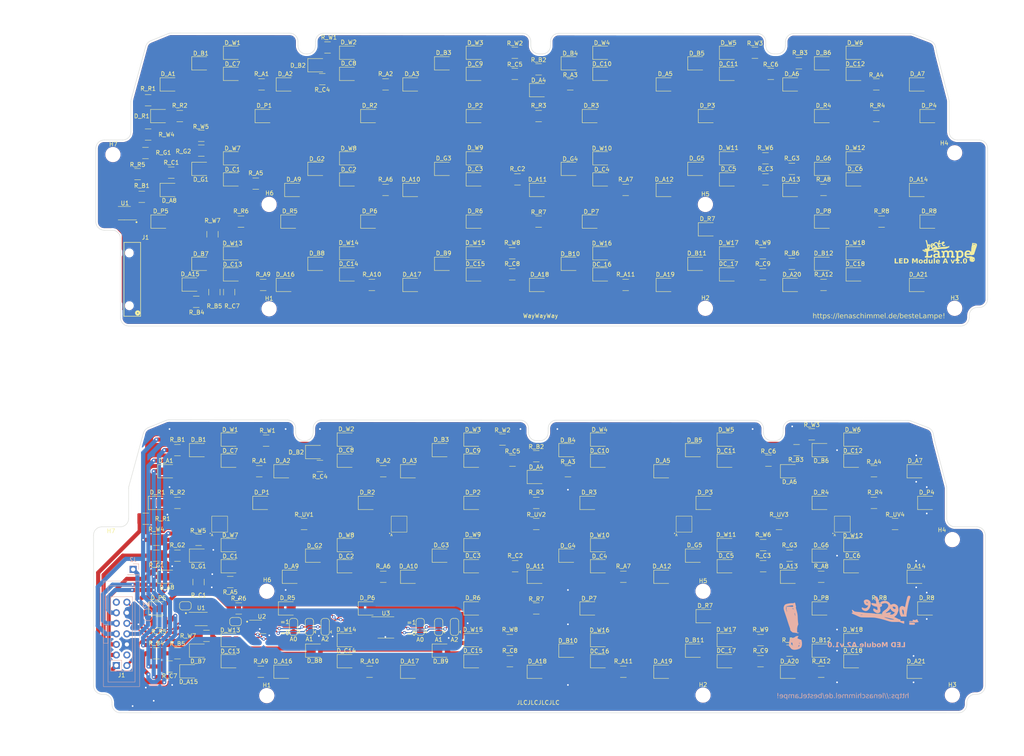
<source format=kicad_pcb>
(kicad_pcb (version 20221018) (generator pcbnew)
  (title_block (title "besteLampe! LED Moudule A2") (date "2024-03-02") (rev "1.0") (comment 1 "See  https://lenaschimmel.de/besteLampe! for the source and more information") (comment 2 "This source describes Open Hardware and is licensed under the CERN-OHL-S v2.") (comment 3 "Copyright 2024 Lena Schimmel <mail@lenaschimmel.de>"))
  (layers (0 "F.Cu" signal) (31 "B.Cu" power) (34 "B.Paste" user) (35 "F.Paste" user) (36 "B.SilkS" user "B.Silkscreen") (37 "F.SilkS" user "F.Silkscreen") (38 "B.Mask" user) (39 "F.Mask" user) (44 "Edge.Cuts" user))
  (net 0 "")
  (net 1 "Net-(DC_16-K)")
  (net 2 "/LED_R")
  (net 3 "Net-(DC_16-A)")
  (net 4 "Net-(DC_17-A)")
  (net 5 "Net-(D_A1-A)")
  (net 6 "Net-(D_A2-A)")
  (net 7 "Net-(D_A2-K)")
  (net 8 "Net-(D_A3-A)")
  (net 9 "Net-(D_A3-K)")
  (net 10 "+24V")
  (net 11 "Net-(D_A4-A)")
  (net 12 "Net-(D_A5-A)")
  (net 13 "Net-(D_A5-K)")
  (net 14 "Net-(D_A6-A)")
  (net 15 "Net-(D_A7-K)")
  (net 16 "Net-(D_A8-A)")
  (net 17 "Net-(D_A9-A)")
  (net 18 "/LED_A")
  (net 19 "Net-(D_A9-K)")
  (net 20 "Net-(D_A10-A)")
  (net 21 "Net-(D_A10-K)")
  (net 22 "Net-(D_A11-A)")
  (net 23 "Net-(D_A12-A)")
  (net 24 "Net-(D_A12-K)")
  (net 25 "Net-(D_A13-A)")
  (net 26 "Net-(D_A14-K)")
  (net 27 "Net-(D_A15-A)")
  (net 28 "Net-(D_A16-A)")
  (net 29 "Net-(D_A16-K)")
  (net 30 "Net-(D_A17-A)")
  (net 31 "Net-(D_A17-K)")
  (net 32 "Net-(D_A18-A)")
  (net 33 "Net-(D_A19-A)")
  (net 34 "Net-(D_A19-K)")
  (net 35 "Net-(D_A20-A)")
  (net 36 "Net-(D_A21-K)")
  (net 37 "/LED_G")
  (net 38 "Net-(D_B1-K)")
  (net 39 "Net-(D_B1-A)")
  (net 40 "Net-(D_B2-A)")
  (net 41 "Net-(D_B3-A)")
  (net 42 "Net-(D_B4-K)")
  (net 43 "/LED_B")
  (net 44 "Net-(D_B4-A)")
  (net 45 "Net-(D_B5-A)")
  (net 46 "Net-(D_B6-K)")
  (net 47 "Net-(D_B7-K)")
  (net 48 "Net-(D_B7-A)")
  (net 49 "Net-(D_B8-A)")
  (net 50 "Net-(D_B10-K)")
  (net 51 "Net-(D_B10-A)")
  (net 52 "Net-(D_B11-A)")
  (net 53 "Net-(D_B12-K)")
  (net 54 "Net-(D_C1-K)")
  (net 55 "/LED_WW")
  (net 56 "Net-(D_C1-A)")
  (net 57 "Net-(D_C2-A)")
  (net 58 "Net-(D_C3-A)")
  (net 59 "Net-(D_C4-K)")
  (net 60 "Net-(D_C4-A)")
  (net 61 "Net-(D_C5-A)")
  (net 62 "Net-(D_C6-K)")
  (net 63 "Net-(D_C7-A)")
  (net 64 "Net-(D_C8-K)")
  (net 65 "Net-(D_C8-A)")
  (net 66 "Net-(D_C9-A)")
  (net 67 "Net-(D_C10-K)")
  (net 68 "Net-(D_C10-A)")
  (net 69 "Net-(D_C11-A)")
  (net 70 "Net-(D_C12-K)")
  (net 71 "Net-(D_C13-K)")
  (net 72 "Net-(D_C13-A)")
  (net 73 "Net-(D_C14-A)")
  (net 74 "Net-(D_C15-A)")
  (net 75 "Net-(D_C18-K)")
  (net 76 "Net-(D_G1-K)")
  (net 77 "Net-(D_G1-A)")
  (net 78 "Net-(D_G2-A)")
  (net 79 "Net-(D_G3-A)")
  (net 80 "Net-(D_G4-A)")
  (net 81 "Net-(D_G5-A)")
  (net 82 "Net-(D_G6-K)")
  (net 83 "Net-(D_P1-A)")
  (net 84 "Net-(D_P1-K)")
  (net 85 "+3V3")
  (net 86 "+5V")
  (net 87 "GND")
  (net 88 "/LED_CW")
  (net 89 "/NEO")
  (net 90 "/SDA")
  (net 91 "Net-(D_P2-A)")
  (net 92 "Net-(D_P2-K)")
  (net 93 "Net-(D_P3-A)")
  (net 94 "Net-(D_P3-K)")
  (net 95 "Net-(D_P4-K)")
  (net 96 "Net-(D_P5-A)")
  (net 97 "Net-(D_P5-K)")
  (net 98 "Net-(D_P6-A)")
  (net 99 "Net-(D_P6-K)")
  (net 100 "Net-(D_P7-A)")
  (net 101 "Net-(D_P7-K)")
  (net 102 "Net-(D_P8-A)")
  (net 103 "Net-(D_P8-K)")
  (net 104 "Net-(D_R1-K)")
  (net 105 "Net-(D_R3-K)")
  (net 106 "Net-(D_R4-A)")
  (net 107 "Net-(D_R5-K)")
  (net 108 "Net-(D_R6-A)")
  (net 109 "Net-(D_R8-K)")
  (net 110 "Net-(D_W1-A)")
  (net 111 "Net-(D_W2-K)")
  (net 112 "Net-(D_W2-A)")
  (net 113 "Net-(D_W3-A)")
  (net 114 "Net-(D_W4-K)")
  (net 115 "Net-(D_W4-A)")
  (net 116 "Net-(D_W5-A)")
  (net 117 "Net-(D_W6-K)")
  (net 118 "Net-(D_W7-K)")
  (net 119 "Net-(D_W7-A)")
  (net 120 "Net-(D_W8-A)")
  (net 121 "Net-(D_W10-K)")
  (net 122 "Net-(D_W10-A)")
  (net 123 "Net-(D_W11-A)")
  (net 124 "Net-(D_W12-K)")
  (net 125 "Net-(D_W13-K)")
  (net 126 "Net-(D_W13-A)")
  (net 127 "Net-(D_W14-A)")
  (net 128 "Net-(D_W15-A)")
  (net 129 "Net-(D_W16-K)")
  (net 130 "Net-(D_W16-A)")
  (net 131 "Net-(D_W17-A)")
  (net 132 "Net-(D_W18-K)")
  (net 138 "Net-(R_B4-Pad2)")
  (net 139 "Net-(R_G1-Pad2)")
  (net 140 "Net-(R_W4-Pad2)")
  (net 141 "Net-(D_R1-A)")
  (net 142 "/LED_UV")
  (net 143 "Net-(D_UV2-A)")
  (net 144 "Net-(D_UV2-K)")
  (net 145 "Net-(D_UV3-A)")
  (net 146 "Net-(D_UV3-K)")
  (net 147 "Net-(D_UV4-A)")
  (net 148 "Net-(D_UV4-K)")
  (net 149 "/Thermal")
  (net 150 "Net-(A0-C)")
  (net 151 "Net-(A1-C)")
  (net 152 "Net-(A2-C)")
  (net 153 "/TEMP_SCL")
  (net 154 "Net-(JP1-B)")
  (net 155 "Net-(JP2-A)")
  (net 157 "Net-(A0b1-C)")
  (net 158 "Net-(A1b1-C)")
  (net 159 "Net-(A2b1-C)")
  (net 160 "Net-(D_UV1-A)")
  (net 161 "Net-(D_UV1-K)")
  (net 162 "/TEMP")
  (footprint "Package_SO:SOIC-8_3.9x4.9mm_P1.27mm" (layer "F.Cu") (at 113.665 108.715)
    (fp_text reference "U3")
    (fp_text value "24AA02-OT")
  )
  (footprint "Resistor_SMD:R_1210_3225Metric" (layer "F.Cu") (at 144.07 18.66)
    (fp_text reference "R_W8")
    (fp_text value "18 Ohm, 0.5W, 1%, 1210 package")
  )
  (footprint "Resistor_SMD:R_1210_3225Metric" (layer "F.Cu") (at 63.5 114.935)
    (fp_text reference "R_B5")
    (fp_text value "15 Ohm, 0.5W, 1%, 1210 package")
  )
  (footprint "LED_SMD:LED_2835_CREE_JSE28L3E5_Big_Anode" (layer "F.Cu") (at 58.75 104.14)
    (fp_text reference "D_P5")
    (fp_text value "Photo Red")
  )
  (footprint "LED_SMD:LED_2835_CREE_JSE28L3E5_Big_Anode" (layer "F.Cu") (at 109.78 11.04)
    (fp_text reference "D_P6")
    (fp_text value "Photo Red")
  )
  (footprint "LED_SMD:LED_2835_CREE_JSE28L3E5" (layer "F.Cu") (at 165.1 116.84)
    (fp_text reference "DC_16")
    (fp_text value "Cold White")
  )
  (footprint "LED_SMD:LED_2835_CREE_JSE28L3E5_Big_Anode" (layer "F.Cu") (at 180.34 119.38)
    (fp_text reference "D_A19")
    (fp_text value "Amber")
  )
  (footprint "LED_SMD:LED_2835_CREE_JSE28L3E5_Big_Anode" (layer "F.Cu") (at 180.9 26.28)
    (fp_text reference "D_A19")
    (fp_text value "Amber")
  )
  (footprint "Resistor_SMD:R_1210_3225Metric" (layer "F.Cu") (at 205.74 68.58)
    (fp_text reference "R_C6")
    (fp_text value "18 Ohm, 0.5W, 1%, 1210 package")
  )
  (footprint "LED_SMD:LED_2835_CREE_JSE28L3E5_Big_Anode" (layer "F.Cu") (at 109.22 104.14)
    (fp_text reference "D_P6")
    (fp_text value "Photo Red")
  )
  (footprint "LED_SMD:LED_2835_CREE_JSE28L3E5_Big_Anode" (layer "F.Cu") (at 149.86 119.38)
    (fp_text reference "D_A18")
    (fp_text value "Amber")
  )
  (footprint "LED_SMD:LED_2835_CREE_JSE28L3E5" (layer "F.Cu") (at 187.96 66.04)
    (fp_text reference "D_B5")
    (fp_text value "Royal Blue")
  )
  (footprint "LED_SMD:LED_2835_CREE_JSE28L3E5_Big_Anode" (layer "F.Cu") (at 58.674 78.74)
    (fp_text reference "D_R1")
    (fp_text value "Red")
  )
  (footprint "LED_SMD:LED_2835_CREE_JSE28L3E5" (layer "F.Cu") (at 104.14 116.84)
    (fp_text reference "D_C14")
    (fp_text value "Cold White")
  )
  (footprint "Resistor_SMD:R_1210_3225Metric" (layer "F.Cu") (at 218.44 96.52)
    (fp_text reference "R_A8")
    (fp_text value "18 Ohm, 0.5W, 1%, 1210 package")
  )
  (footprint "LED_SMD:LED_2835_CREE_JSE28L3E5_Big_Anode" (layer "F.Cu") (at 241.3 71.12)
    (fp_text reference "D_A7")
    (fp_text value "Amber")
  )
  (footprint "LED_SMD:LED_2835_CREE_JSE28L3E5" (layer "F.Cu") (at 104.14 111.76)
    (fp_text reference "D_W14")
    (fp_text value "Warm White")
  )
  (footprint "Resistor_SMD:R_1210_3225Metric" (layer "F.Cu") (at 210.82 114.3)
    (fp_text reference "R_B6")
    (fp_text value "15 Ohm, 0.5W, 1%, 1210 package")
  )
  (footprint "Resistor_SMD:R_1210_3225Metric" (layer "F.Cu") (at 144.07 23.74)
    (fp_text reference "R_C8")
    (fp_text value "18 Ohm, 0.5W, 1%, 1210 package")
  )
  (footprint "LED_SMD:LED_2835_CREE_JSE28L3E5_Big_Anode" (layer "F.Cu") (at 162.56 78.74)
    (fp_text reference "D_R3")
    (fp_text value "Red")
  )
  (footprint "MountingHole:MountingHole_3.2mm_M3" (layer "F.Cu") (at 85 100)
    (fp_text reference "H6")
    (fp_text value "MountingHole")
  )
  (footprint "Resistor_SMD:R_1210_3225Metric" (layer "F.Cu") (at 210.82 91.44)
    (fp_text reference "R_G3")
    (fp_text value "18 Ohm, 0.5W, 1%, 1210 package")
  )
  (footprint "MountingHole:MountingHole_3.2mm_M3" (layer "F.Cu") (at 190.56 31.9)
    (fp_text reference "H2")
    (fp_text value "MountingHole")
  )
  (footprint "LED_SMD:LED_2835_CREE_JSE28L3E5" (layer "F.Cu") (at 104.7 -24.52)
    (fp_text reference "D_C8")
    (fp_text value "Cold White")
  )
  (footprint "Package_SO:VSSOP-8_3.0x3.0mm_P0.65mm" (layer "F.Cu") (at 83.82 108.585)
    (fp_text reference "U2")
    (fp_text value "TMP1075DGK")
  )
  (footprint "LED_SMD:LED_2835_CREE_JSE28L3E5_Big_Anode" (layer "F.Cu") (at 190.5 78.74)
    (fp_text reference "D_P3")
    (fp_text value "Photo Red")
  )
  (footprint "Resistor_SMD:R_1210_3225Metric" (layer "F.Cu") (at 78.232 104.14)
    (fp_text reference "R_R6")
    (fp_text value "15 Ohm, 0.5W, 1%, 1210 package")
  )
  (footprint "Jumper:SolderJumper-3_P1.3mm_Bridged12_RoundedPad1.0x1.5mm" (layer "F.Cu") (at 130.175 108.585 90)
    (fp_text reference "A2b1" hide)
    (fp_text value "Jumper_3_Bridged12" hide)
  )
  (footprint "Resistor_SMD:R_1210_3225Metric" (layer "F.Cu") (at 232.41 104.14)
    (fp_text reference "R_R8")
    (fp_text value "15 Ohm, 0.5W, 1%, 1210 package")
  )
  (footprint "Resistor_SMD:R_1210_3225Metric" (layer "F.Cu") (at 62.01 -0.75)
    (fp_text reference "R_C1")
    (fp_text value "18 Ohm, 0.5W, 1%, 1210 package")
  )
  (footprint "MountingHole:MountingHole_3.2mm_M3" (layer "F.Cu") (at 250 125)
    (fp_text reference "H3")
    (fp_text value "MountingHole")
  )
  (footprint "LED_SMD:LED_2835_CREE_JSE28L3E5" (layer "F.Cu") (at 165.66 -29.6)
    (fp_text reference "D_W4")
    (fp_text value "Warm White")
  )
  (footprint "LED_SMD:LED_2835_CREE_JSE28L3E5" (layer "F.Cu") (at 69.14 -27.06)
    (fp_text reference "D_B1")
    (fp_text value "Royal Blue")
  )
  (footprint "Jumper:SolderJumper-3_P1.3mm_Bridged12_RoundedPad1.0x1.5mm" (layer "F.Cu") (at 91.44 108.585 90)
    (fp_text reference "A0")
    (fp_text value "Jumper_3_Bridged12")
  )
  (footprint "LED_SMD:LED_2835_CREE_JSE28L3E5" (layer "F.Cu") (at 157.48 91.44)
    (fp_text reference "D_G4")
    (fp_text value "Green")
  )
  (footprint "MountingHole:MountingHole_3.2mm_M3" (layer "F.Cu") (at 250 87.576)
    (fp_text reference "H4")
    (fp_text value "MountingHole")
  )
  (footprint "Jumper:SolderJumper-3_P1.3mm_Bridged12_RoundedPad1.0x1.5mm" (layer "F.Cu") (at 99.06 108.585 90)
    (fp_text reference "A2")
    (fp_text value "Jumper_3_Bridged12")
  )
  (footprint "LED_SMD:LED_2835_CREE_JSE28L3E5_Big_Anode" (layer "F.Cu") (at 190.5 106)
    (fp_text reference "D_R7")
    (fp_text value "Red")
  )
  (footprint "LED_SMD:LED_2835_CREE_JSE28L3E5_Big_Anode" (layer "F.Cu") (at 180.34 96.52)
    (fp_text reference "D_A12")
    (fp_text value "Amber")
  )
  (footprint "Resistor_SMD:R_1210_3225Metric" (layer "F.Cu") (at 219 26.28)
    (fp_text reference "R_A12")
    (fp_text value "18 Ohm, 0.5W, 1%, 1210 package")
  )
  (footprint "Resistor_SMD:R_1210_3225Metric" (layer "F.Cu") (at 149.86 104.14)
    (fp_text reference "R_R7")
    (fp_text value "15 Ohm, 0.5W, 1%, 1210 package")
  )
  (footprint "LED_SMD:LED_2835_CREE_JSE28L3E5_Big_Anode" (layer "F.Cu") (at 180.9 3.42)
    (fp_text reference "D_A12")
    (fp_text value "Amber")
  )
  (footprint "LED_SMD:LED_2835_CREE_JSE28L3E5" (layer "F.Cu") (at 226.62 -24.52)
    (fp_text reference "D_C12")
    (fp_text value "Cold White")
  )
  (footprint "LED_SMD:LED_2835_CREE_JSE28L3E5_Big_Anode" (layer "F.Cu") (at 191.06 -14.36)
    (fp_text reference "D_P3")
    (fp_text value "Photo Red")
  )
  (footprint "LED_SMD:LED_2835_CREE_JSE28L3E5_Big_Anode" (layer "F.Cu") (at 88.9 119.37)
    (fp_text reference "D_A16")
    (fp_text value "Amber")
  )
  (footprint "LED_SMD:LED_2835_CREE_JSE28L3E5" (layer "F.Cu") (at 219 -27.06)
    (fp_text reference "D_B6")
    (fp_text value "Royal Blue")
  )
  (footprint "Resistor_SMD:R_1210_3225Metric" (layer "F.Cu") (at 64.06 -14.36)
    (fp_text reference "R_R2")
    (fp_text value "15 Ohm, 0.5W, 1%, 1210 package")
  )
  (footprint "LED_SMD:LED_2835_CREE_JSE28L3E5" (layer "F.Cu") (at 226.62 18.66)
    (fp_text reference "D_W18")
    (fp_text value "Warm White")
  )
  (footprint "LED_SMD:LED_2835_CREE_JSE28L3E5" (layer "F.Cu") (at 97.08 -26.6)
    (fp_text reference "D_B2")
    (fp_text value "Royal Blue")
  )
  (footprint "Resistor_SMD:R_1210_3225Metric" (layer "F.Cu") (at 211.38 21.2)
    (fp_text reference "R_B6")
    (fp_text value "15 Ohm, 0.5W, 1%, 1210 package")
  )
  (footprint "LED_SMD:LED_2835_CREE_JSE28L3E5" (layer "F.Cu") (at 157.48 114.3)
    (fp_text reference "D_B10")
    (fp_text value "Royal Blue")
  )
  (footprint "LED_SMD:LED_2835_CREE_JSE28L3E5_Big_Anode" (layer "F.Cu") (at 243.84 78.74)
    (fp_text reference "D_P4")
    (fp_text value "Photo Red")
  )
  (footprint "MountingHole:MountingHole_3.2mm_M3" (layer "F.Cu") (at 85.56 6.9)
    (fp_text reference "H6")
    (fp_text value "MountingHole")
  )
  (footprint "LED_SMD:LED_2835_CREE_JSE28L3E5" (layer "F.Cu") (at 226.62 -4.2)
    (fp_text reference "D_W12")
    (fp_text value "Warm White")
  )
  (footprint "LED_SMD:LED_2835_CREE_JSE28L3E5" (layer "F.Cu") (at 196.14 -24.52)
    (fp_text reference "D_C11")
    (fp_text value "Cold White")
  )
  (footprint "Resistor_SMD:R_1210_3225Metric" (layer "F.Cu") (at 143.51 116.84)
    (fp_text reference "R_C8")
    (fp_text value "18 Ohm, 0.5W, 1%, 1210 package")
  )
  (footprint "MountingHole:MountingHole_3.2mm_M3" (layer "F.Cu") (at 190.56 6.9)
    (fp_text reference "H5")
    (fp_text value "MountingHole")
  )
  (footprint "Resistor_SMD:R_1210_3225Metric" (layer "F.Cu") (at 231.14 71.12)
    (fp_text reference "R_A4")
    (fp_text value "18 Ohm, 0.5W, 1%, 1210 package")
  )
  (footprint "Resistor_SMD:R_1210_3225Metric" (layer "F.Cu") (at 144.78 93.98)
    (fp_text reference "R_C2")
    (fp_text value "18 Ohm, 0.5W, 1%, 1210 package")
  )
  (footprint "Resistor_SMD:R_1210_3225Metric" (layer "F.Cu") (at 59.055 107.442 180)
    (fp_text reference "R_R5")
    (fp_text value "4.7 Ohm, 0.33W, 5%, 1210 package")
  )
  (footprint "LED_SMD:LED_2835_CREE_JSE28L3E5" (layer "F.Cu") (at 226.06 68.58)
    (fp_text reference "D_C12")
    (fp_text value "Cold White")
  )
  (footprint "Resistor_SMD:R_1210_3225Metric" (layer "F.Cu") (at 82.348 1.896)
    (fp_text reference "R_A5")
    (fp_text value "2.2 Ohm, 0.33W, 5%, 1210 package")
  )
  (footprint "LED_SMD:LED_2835_CREE_JSE28L3E5" (layer "F.Cu") (at 165.66 18.66)
    (fp_text reference "D_W16")
    (fp_text value "Warm White")
  )
  (footprint "LED_SMD:Luminous Devices A130 Package" (layer "F.Cu") (at 223.52 83.82)
    (fp_text reference "D_UV4" hide)
    (fp_text value "Ultra Violet")
  )
  (footprint "LED_SMD:LED_2835_CREE_JSE28L3E5_Big_Anode" (layer "F.Cu") (at 218.44 78.74)
    (fp_text reference "D_R4")
    (fp_text value "Red")
  )
  (footprint "LED_SMD:LED_2835_CREE_JSE28L3E5" (layer "F.Cu") (at 195.58 63.5)
    (fp_text reference "D_W5")
    (fp_text value "Warm White")
  )
  (footprint "LED_SMD:LED_2835_CREE_JSE28L3E5" (layer "F.Cu") (at 218.44 114.3)
    (fp_text reference "D_B12")
    (fp_text value "Royal Blue")
  )
  (footprint "LED_SMD:LED_2835_CREE_JSE28L3E5_Big_Anode" (layer "F.Cu") (at 119.94 3.42)
    (fp_text reference "D_A10")
    (fp_text value "Amber")
  )
  (footprint "LED_SMD:LED_2835_CREE_JSE28L3E5" (layer "F.Cu") (at 226.06 93.98)
    (fp_text reference "D_C6")
    (fp_text value "Cold White")
  )
  (footprint "LED_SMD:LED_2835_CREE_JSE28L3E5" (layer "F.Cu") (at 165.1 111.76)
    (fp_text reference "D_W16")
    (fp_text value "Warm White")
  )
  (footprint "LED_SMD:LED_2835_CREE_JSE28L3E5" (layer "F.Cu") (at 219 -1.66)
    (fp_text reference "D_G6")
    (fp_text value "Green")
  )
  (footprint "Jumper:SolderJumper-3_P1.3mm_Bridged12_RoundedPad1.0x1.5mm" (layer "F.Cu") (at 95.25 108.585 90)
    (fp_text reference "A1")
    (fp_text value "Jumper_3_Bridged12")
  )
  (footprint "Resistor_SMD:R_1210_3225Metric" (layer "F.Cu") (at 71.934 14.088 -90)
    (fp_text reference "R_W7")
    (fp_text value "18 Ohm, 0.5W, 1%, 1210 package")
  )
  (footprint "LED_SMD:LED_2835_CREE_JSE28L3E5" (layer "F.Cu") (at 195.58 111.76)
    (fp_text reference "D_W17")
    (fp_text value "Warm White")
  )
  (footprint "Resistor_SMD:R_1210_3225Metric" (layer "F.Cu") (at 203.835 111.76)
    (fp_text reference "R_W9")
    (fp_text value "18 Ohm, 0.5W, 1%, 1210 package")
  )
  (footprint "Resistor_SMD:R_1210_3225Metric" (layer "F.Cu") (at 63.5 66.04)
    (fp_text reference "R_B1")
    (fp_text value "15 Ohm, 0.5W, 1%, 1210 package")
  )
  (footprint "LED_SMD:LED_2835_CREE_JSE28L3E5" (layer "F.Cu") (at 226.06 88.9)
    (fp_text reference "D_W12")
    (fp_text value "Warm White")
  )
  (footprint "Resistor_SMD:R_1210_3225Metric" (layer "F.Cu") (at 98.35 -23.25)
    (fp_text reference "R_C4")
    (fp_text value "18 Ohm, 0.5W, 1%, 1210 package")
  )
  (footprint "LED_SMD:LED_2835_CREE_JSE28L3E5" (layer "F.Cu") (at 165.66 0.88)
    (fp_text reference "D_C4")
    (fp_text value "Cold White")
  )
  (footprint "LED_SMD:LED_2835_CREE_JSE28L3E5" (layer "F.Cu") (at 134.62 68.58)
    (fp_text reference "D_C9")
    (fp_text value "Cold White")
  )
  (footprint "Resistor_SMD:R_1210_3225Metric" (layer "F.Cu") (at 206.3 -24.52)
    (fp_text reference "R_C6")
    (fp_text value "18 Ohm, 0.5W, 1%, 1210 package")
  )
  (footprint "Resistor_SMD:R_1210_3225Metric" (layer "F.Cu") (at 204.47 93.98)
    (fp_text reference "R_C3")
    (fp_text value "18 Ohm, 0.5W, 1%, 1210 package")
  )
  (footprint "Jumper:SolderJumper-2_P1.3mm_Bridged_RoundedPad1.0x1.5mm" (layer "F.Cu") (at 65.405 103.505 180)
    (fp_text reference "JP2" hide)
    (fp_text value "Jumper_2_Bridged" hide)
  )
  (footprint "Resistor_SMD:R_1210_3225Metric" (layer "F.Cu") (at 68.58 87.63)
    (fp_text reference "R_W5")
    (fp_text value "18 Ohm, 0.5W, 1%, 1210 package")
  )
  (footprint "LOGO" (layer "F.Cu") (at 249.63915 17.798269)
    (fp_text reference "" hide)
    (fp_text value "" hide)
  )
  (footprint "LED_SMD:LED_2835_CREE_JSE28L3E5_Big_Anode" (layer "F.Cu") (at 61.52 3.42)
    (fp_text reference "D_A8")
    (fp_text value "Amber")
  )
  (footprint "Resistor_SMD:R_1210_3225Metric" (layer "F.Cu") (at 83.566 119.38)
    (fp_text reference "R_A9")
    (fp_text value "2.2 Ohm, 0.33W, 5%, 1210 package")
  )
  (footprint "LED_SMD:LED_2835_CREE_JSE28L3E5_Big_Anode" (layer "F.Cu") (at 191.06 12.9)
    (fp_text reference "D_R7")
    (fp_text value "Red")
  )
  (footprint "LED_SMD:LED_2835_CREE_JSE28L3E5" (layer "F.Cu") (at 218.44 66.04)
    (fp_text reference "D_B6")
    (fp_text value "Royal Blue")
  )
  (footprint "Resistor_SMD:R_1210_3225Metric" (layer "F.Cu") (at 219 3.42)
    (fp_text reference "R_A8")
    (fp_text value "18 Ohm, 0.5W, 1%, 1210 package")
  )
  (footprint "LED_SMD:LED_2835_CREE_JSE28L3E5" (layer "F.Cu") (at 165.1 93.98)
    (fp_text reference "D_C4")
    (fp_text value "Cold White")
  )
  (footprint "LED_SMD:LED_2835_CREE_JSE28L3E5" (layer "F.Cu") (at 188.52 -27.06)
    (fp_text reference "D_B5")
    (fp_text value "Royal Blue")
  )
  (footprint "LED_SMD:LED_2835_CREE_JSE28L3E5_Big_Anode" (layer "F.Cu") (at 84.38 -14.36)
    (fp_text reference "D_P1")
    (fp_text value "Photo Red")
  )
  (footprint "LED_SMD:LED_2835_CREE_JSE28L3E5_Big_Anode" (layer "F.Cu") (at 135.18 11.04)
    (fp_text reference "D_R6")
    (fp_text value "Red")
  )
  (footprint "Resistor_SMD:R_1210_3225Metric" (layer "F.Cu") (at 54.916 5.071)
    (fp_text reference "R_B1")
    (fp_text value "15 Ohm, 0.5W, 1%, 1210 package")
  )
  (footprint "LED_SMD:LED_2835_CREE_JSE28L3E5_Big_Anode" (layer "F.Cu") (at 90 104.14)
    (fp_text reference "D_R5")
    (fp_text value "Red")
  )
  (footprint "LED_SMD:LED_2835_CREE_JSE28L3E5" (layer "F.Cu") (at 76.76 23.74)
    (fp_text reference "D_C13")
    (fp_text value "Cold White")
  )
  (footprint "LED_SMD:LED_2835_CREE_JSE28L3E5_Big_Anode" (layer "F.Cu") (at 109.78 -14.36)
    (fp_text reference "D_R2")
    (fp_text value "Red")
  )
  (footprint "LED_SMD:LED_2835_CREE_JSE28L3E5" (layer "F.Cu") (at 226.06 116.84)
    (fp_text reference "D_C18")
    (fp_text value "Cold White")
  )
  (footprint "LED_SMD:LED_2835_CREE_JSE28L3E5" (layer "F.Cu") (at 104.7 23.74)
    (fp_text reference "D_C14")
    (fp_text value "Cold White")
  )
  (footprint "MountingHole:MountingHole_3.2mm_M3" (layer "F.Cu") (at 85 125.1204)
    (fp_text reference "H1")
    (fp_text value "MountingHole")
  )
  (footprint "LED_SMD:LED_2835_CREE_JSE28L3E5" (layer "F.Cu") (at 104.14 88.9)
    (fp_text reference "D_W8")
    (fp_text value "Warm White")
  )
  (footprint "Resistor_SMD:R_1210_3225Metric" (layer "F.Cu") (at 113.59 3.42)
    (fp_text reference "R_A6")
    (fp_text value "18 Ohm, 0.5W, 1%, 1210 package")
  )
  (footprint "LED_SMD:LED_2835_CREE_JSE28L3E5" (layer "F.Cu") (at 158.04 21.2)
    (fp_text reference "D_B10")
    (fp_text value "Royal Blue")
  )
  (footprint "Jumper:SolderJumper-3_P1.3mm_Bridged12_RoundedPad1.0x1.5mm" (layer "F.Cu") (at 121.92 108.585 90)
    (fp_text reference "A0b1" hide)
    (fp_text value "Jumper_3_Bridged12" hide)
  )
  (footprint "LED_SMD:LED_2835_CREE_JSE28L3E5" (layer "F.Cu") (at 76.76 -24.52)
    (fp_text reference "D_C7")
    (fp_text value "Cold White")
  )
  (footprint "LED_SMD:LED_2835_CREE_JSE28L3E5_Big_Anode" (layer "F.Cu") (at 83.82 78.74)
    (fp_text reference "D_P1")
    (fp_text value "Photo Red")
  )
  (footprint "Resistor_SMD:R_1210_3225Metric" (layer "F.Cu") (at 110.288 26.28)
    (fp_text reference "R_A10")
    (fp_text value "18 Ohm, 0.5W, 1%, 1210 package")
  )
  (footprint "LED_SMD:LED_2835_CREE_JSE28L3E5" (layer "F.Cu") (at 187.96 114.3)
    (fp_text reference "D_B11")
    (fp_text value "Royal Blue")
  )
  (footprint "Resistor_SMD:R_1210_3225Metric" (layer "F.Cu") (at 150.42 11.04)
    (fp_text reference "R_R7")
    (fp_text value "15 Ohm, 0.5W, 1%, 1210 package")
  )
  (footprint "LED_SMD:LED_2835_CREE_JSE28L3E5" (layer "F.Cu") (at 188.52 -1.66)
    (fp_text reference "D_G5")
    (fp_text value "Green")
  )
  (footprint "LED_SMD:LED_2835_CREE_JSE28L3E5" (layer "F.Cu") (at 68.58 91.44)
    (fp_text reference "D_G1")
    (fp_text value "Green")
  )
  (footprint "LED_SMD:LED_2835_CREE_JSE28L3E5" (layer "F.Cu") (at 195.58 116.84)
    (fp_text reference "DC_17")
    (fp_text value "Cold White")
  )
  (footprint "Resistor_SMD:R_1210_3225Metric" (layer "F.Cu") (at 231.14 78.74)
    (fp_text reference "R_R4")
    (fp_text value "15 Ohm, 0.5W, 1%, 1210 package")
  )
  (footprint "Package_SO:MSOP-8_3x3mm_P0.65mm" (layer "F.Cu") (at 69.215 106.68)
    (fp_text reference "U1")
    (fp_text value "DS18B20U+")
  )
  (footprint "LED_SMD:LED_2835_CREE_JSE28L3E5" (layer "F.Cu") (at 226.62 0.88)
    (fp_text reference "D_C6")
    (fp_text value "Cold White")
  )
  (footprint "LED_SMD:LED_2835_CREE_JSE28L3E5_Big_Anode" (layer "F.Cu") (at 149.86 72.5)
    (fp_text reference "D_A4")
    (fp_text value "Amber")
  )
  (footprint "LED_SMD:LED_2835_CREE_JSE28L3E5_Big_Anode" (layer "F.Cu") (at 88.9 71.12)
    (fp_text reference "D_A2")
    (fp_text value "Amber")
  )
  (footprint "Resistor_SMD:R_1210_3225Metric" (layer "F.Cu") (at 83.745 -21.98)
    (fp_text reference "R_A1")
    (fp_text value "2.2 Ohm, 0.33W, 5%, 1210 package")
  )
  (footprint "LED_SMD:LED_2835_CREE_JSE28L3E5_Big_Anode" (layer "F.Cu") (at 219 -14.36)
    (fp_text reference "D_R4")
    (fp_text value "Red")
  )
  (footprint "LED_SMD:LED_2835_CREE_JSE28L3E5_Big_Anode" (layer "F.Cu") (at 241.3 119.38)
    (fp_text reference "D_A21")
    (fp_text value "Amber")
  )
  (footprint "LED_SMD:LED_2835_CREE_JSE28L3E5_Big_Anode" (layer "F.Cu") (at 135.18 -14.36)
    (fp_text reference "D_P2")
    (fp_text value "Photo Red")
  )
  (footprint "Resistor_SMD:R_1210_3225Metric" (layer "F.Cu") (at 236.22 83.82)
    (fp_text reference "R_UV4")
    (fp_text value "4.7 Ohm, 0.33W, 5%, 1210 package")
  )
  (footprint "Resistor_SMD:R_1210_3225Metric" (layer "F.Cu") (at 170.815 119.38)
    (fp_text reference "R_A11")
    (fp_text value "18 Ohm, 0.5W, 1%, 1210 package")
  )
  (footprint "LED_SMD:LED_2835_CREE_JSE28L3E5" (layer "F.Cu") (at 135.18 -4.2)
    (fp_text reference "D_W9")
    (fp_text value "Warm White")
  )
  (footprint "LED_SMD:LED_2835_CREE_JSE28L3E5" (layer "F.Cu") (at 165.66 -24.52)
    (fp_text reference "D_C10")
    (fp_text value "Cold White")
  )
  (footprint "Resistor_SMD:R_1210_3225Metric" (layer "F.Cu") (at 144.705 -24.52)
    (fp_text reference "R_C5")
    (fp_text value "18 Ohm, 0.5W, 1%, 1210 package")
  )
  (footprint "LED_SMD:LED_2835_CREE_JSE28L3E5" (layer "F.Cu") (at 188.52 21.2)
    (fp_text reference "D_B11")
    (fp_text value "Royal Blue")
  )
  (footprint "Resistor_SMD:R_1210_3225Metric" (layer "F.Cu") (at 68.0224 30.344)
    (fp_text reference "R_B4")
    (fp_text value "15 Ohm, 0.5W, 1%, 1210 package")
  )
  (footprint "LED_SMD:LED_2835_CREE_JSE28L3E5_Big_Anode" (layer "F.Cu") (at 66.8032 26.1784)
    (fp_text reference "D_A15")
    (fp_text value "Amber")
  )
  (footprint "Resistor_SMD:R_1210_3225Metric" (layer "F.Cu") (at 93.98 83.82)
    (fp_text reference "R_UV1")
    (fp_text value "4.7 Ohm, 0.33W, 5%, 1210 package")
  )
  (footprint "LED_SMD:LED_2835_CREE_JSE28L3E5_Big_Anode" (layer "F.Cu") (at 244.4 -14.36)
    (fp_text reference "D_P4")
    (fp_text value "Photo Red")
  )
  (footprint "Resistor_SMD:R_1210_3225Metric" (layer "F.Cu") (at 72.3912 28.0072 90)
    (fp_text reference "R_B5")
    (fp_text value "15 Ohm, 0.5W, 1%, 1210 package")
  )
  (footprint "Resistor_SMD:R_1210_3225Metric" (layer "F.Cu") (at 63.5 78.74)
    (fp_text reference "R_R2")
    (fp_text value "15 Ohm, 0.5W, 1%, 1210 package")
  )
  (footprint "LED_SMD:LED_2835_CREE_JSE28L3E5" (layer "F.Cu") (at 187.96 91.44)
    (fp_text reference "D_G5")
    (fp_text value "Green")
  )
  (footprint "Resistor_SMD:R_1210_3225Metric" (layer "F.Cu") (at 157.48 71.12)
    (fp_text reference "R_A3")
    (fp_text value "18 Ohm, 0.5W, 1%, 1210 package")
  )
  (footprint "LED_SMD:LED_2835_CREE_JSE28L3E5" (layer "F.Cu") (at 135.18 -24.52)
    (fp_text reference "D_C9")
    (fp_text value "Cold White")
  )
  (footprint "Resistor_SMD:R_1210_3225Metric" (layer "F.Cu") (at 231.7 -14.36)
    (fp_text reference "R_R4")
    (fp_text value "15 Ohm, 0.5W, 1%, 1210 package")
  )
  (footprint "LED_SMD:LED_2835_CREE_JSE28L3E5_Big_Anode" (layer "F.Cu") (at 59.234 -14.36)
    (fp_text reference "D_R1")
    (fp_text value "Red")
  )
  (footprint "Resistor_SMD:R_1210_3225Metric" (layer "F.Cu") (at 55.88 82.55 180)
    (fp_text reference "R_R1")
    (fp_text value "4.7 Ohm, 0.33W, 5%, 1210 package")
  )
  (footprint "Resistor_SMD:R_1210_3225Metric" (layer "F.Cu") (at 61.595 118.11)
    (fp_text reference "R_C7")
    (fp_text value "18 Ohm, 0.5W, 1%, 1210 package")
  )
  (footprint "LED_SMD:Luminous Devices A130 Package" (layer "F.Cu") (at 116.84 83.82)
    (fp_text reference "D_UV2" hide)
    (fp_text value "Ultra Violet")
  )
  (footprint "LED_SMD:LED_2835_CREE_JSE28L3E5" (layer "F.Cu") (at 127 66.04)
    (fp_text reference "D_B3")
    (fp_text value "Royal Blue")
  )
  (footprint "LED_SMD:LED_2835_CREE_JSE28L3E5" (layer "F.Cu") (at 195.58 68.58)
    (fp_text reference "D_C11")
    (fp_text value "Cold White")
  )
  (footprint "Resistor_SMD:R_1210_3225Metric" (layer "F.Cu") (at 53.9 -0.39)
    (fp_text reference "R_R5")
    (fp_text value "4.7 Ohm, 0.33W, 5%, 1210 package")
  )
  (footprint "LED_SMD:LED_2835_CREE_JSE28L3E5_Big_Anode" (layer "F.Cu") (at 150.42 3.42)
    (fp_text reference "D_A11")
    (fp_text value "Amber")
  )
  (footprint "LED_SMD:LED_2835_CREE_JSE28L3E5" (layer "F.Cu") (at 196.14 -4.2)
    (fp_text reference "D_W11")
    (fp_text value "Warm White")
  )
  (footprint "LED_SMD:LED_2835_CREE_JSE28L3E5" (layer "F.Cu") (at 226.06 111.76)
    (fp_text reference "D_W18")
    (fp_text value "Warm White")
  )
  (footprint "LED_SMD:LED_2835_CREE_JSE28L3E5_Big_Anode" (layer "F.Cu") (at 163.12 -14.36)
    (fp_text reference "D_R3")
    (fp_text value "Red")
  )
  (footprint "Resistor_SMD:R_1210_3225Metric" (layer "F.Cu") (at 158.04 -21.98)
    (fp_text reference "R_A3")
    (fp_text value "18 Ohm, 0.5W, 1%, 1210 package")
  )
  (footprint "LED_SMD:LED_2835_CREE_JSE28L3E5" (layer "F.Cu") (at 165.1 63.5)
    (fp_text reference "D_W4")
    (fp_text value "Warm White")
  )
  (footprint "Resistor_SMD:R_1210_3225Metric" (layer "F.Cu") (at 150.42 -25.6)
    (fp_text reference "R_B2")
    (fp_text value "15 Ohm, 0.5W, 1%, 1210 package")
  )
  (footprint "Resistor_SMD:R_1210_3225Metric" (layer "F.Cu") (at 205.03 -4.2)
    (fp_text reference "R_W6")
    (fp_text value "18 Ohm, 0.5W, 1%, 1210 package")
  )
  (footprint "LED_SMD:LED_2835_CREE_JSE28L3E5" (layer "F.Cu") (at 76.76 -4.2)
    (fp_text reference "D_W7")
    (fp_text value "Warm White")
  )
  (footprint "LED_SMD:LED_2835_CREE_JSE28L3E5" (layer "F.Cu") (at 196.14 0.88)
    (fp_text reference "D_C5")
    (fp_text value "Cold White")
  )
  (footprint "Resistor_SMD:R_1210_3225Metric" (layer "F.Cu") (at 68.58 97.79 90)
    (fp_text reference "R_C1")
    (fp_text value "18 Ohm, 0.5W, 1%, 1210 package")
  )
  (footprint "LED_SMD:LED_2835_CREE_JSE28L3E5_Big_Anode" (layer "F.Cu") (at 66.2432 119.2784)
    (fp_text reference "D_A15")
    (fp_text value "Amber")
  )
  (footprint "LED_SMD:LED_2835_CREE_JSE28L3E5" (layer "F.Cu") (at 104.14 93.98)
    (fp_text reference "D_C2")
    (fp_text value "Cold White")
  )
  (footprint "LED_SMD:LED_2835_CREE_JSE28L3E5_Big_Anode" (layer "F.Cu") (at 211.38 26.28)
    (fp_text reference "D_A20")
    (fp_text value "Amber")
  )
  (footprint "LED_SMD:LED_2835_CREE_JSE28L3E5_Big_Anode" (layer "F.Cu") (at 211.38 3.42)
    (fp_text reference "D_A13")
    (fp_text value "Amber")
  )
  (footprint "LED_SMD:LED_2835_CREE_JSE28L3E5" (layer "F.Cu") (at 127 91.44)
    (fp_text reference "D_G3")
    (fp_text value "Green")
  )
  (footprint "LED_SMD:LED_2835_CREE_JSE28L3E5" (layer "F.Cu") (at 76.76 18.66)
    (fp_text reference "D_W13")
    (fp_text value "Warm White")
  )
  (footprint "Resistor_SMD:R_1210_3225Metric" (layer "F.Cu") (at 83.185 71.12)
    (fp_text reference "R_A1")
    (fp_text value "2.2 Ohm, 0.33W, 5%, 1210 package")
  )
  (footprint "LED_SMD:LED_2835_CREE_JSE28L3E5" (layer "F.Cu") (at 104.14 68.58)
    (fp_text reference "D_C8")
    (fp_text value "Cold White")
  )
  (footprint "LED_SMD:LED_2835_CREE_JSE28L3E5" (layer "F.Cu") (at 134.62 88.9)
    (fp_text reference "D_W9")
    (fp_text value "Warm White")
  )
  (footprint "LED_SMD:LED_2835_CREE_JSE28L3E5_Big_Anode" (layer "F.Cu") (at 241.86 26.28)
    (fp_text reference "D_A21")
    (fp_text value "Amber")
  )
  (footprint "LED_SMD:LED_2835_CREE_JSE28L3E5_Big_Anode" (layer "F.Cu") (at 241.86 -21.98)
    (fp_text reference "D_A7")
    (fp_text value "Amber")
  )
  (footprint "Resistor_SMD:R_1210_3225Metric" (layer "F.Cu") (at 144.145 68.58)
    (fp_text reference "R_C5")
    (fp_text value "18 Ohm, 0.5W, 1%, 1210 package")
  )
  (footprint "LED_SMD:LED_2835_CREE_JSE28L3E5_Big_Anode" (layer "F.Cu") (at 180.34 71.12)
    (fp_text reference "D_A5")
    (fp_text value "Amber")
  )
  (footprint "LED_SMD:LED_2835_CREE_JSE28L3E5_Big_Anode" (layer "F.Cu") (at 119.94 -21.98)
    (fp_text reference "D_A3")
    (fp_text value "Amber")
  )
  (footprint "Resistor_SMD:R_1210_3225Metric" (layer "F.Cu") (at 113.59 -21.98)
    (fp_text reference "R_A2")
    (fp_text value "18 Ohm, 0.5W, 1%, 1210 package")
  )
  (footprint "LED_SMD:LED_2835_CREE_JSE28L3E5" (layer "F.Cu") (at 226.06 63.5)
    (fp_text reference "D_W6")
    (fp_text value "Warm White")
  )
  (footprint "MountingHole:MountingHole_3.2mm_M3" (layer "F.Cu") (at 47.41 88)
    (fp_text reference "H7")
    (fp_text value "MountingHole")
  )
  (footprint "Resistor_SMD:R_1210_3225Metric" (layer "F.Cu") (at 56.44 -9.915)
    (fp_text reference "R_W4")
    (fp_text value "18 Ohm, 0.5W, 1%, 1210 package")
  )
  (footprint "LED_SMD:LED_2835_CREE_JSE28L3E5_Big_Anode" (layer "F.Cu") (at 60.96 96.52)
    (fp_text reference "D_A8")
    (fp_text value "Amber")
  )
  (footprint "Resistor_SMD:R_1210_3225Metric" (layer "F.Cu") (at 149.86 83.82)
    (fp_text reference "R_UV2")
    (fp_text value "4.7 Ohm, 0.33W, 5%, 1210 package")
  )
  (footprint "Resistor_SMD:R_1210_3225Metric" (layer "F.Cu") (at 109.728 119.38)
    (fp_text reference "R_A10")
    (fp_text value "18 Ohm, 0.5W, 1%, 1210 package")
  )
  (footprint "LED_SMD:LED_2835_CREE_JSE28L3E5" (layer "F.Cu") (at 69.14 21.2)
    (fp_text reference "D_B7")
    (fp_text value "Royal Blue")
  )
  (footprint "LED_SMD:LED_2835_CREE_JSE28L3E5_Big_Anode" (layer "F.Cu") (at 180.9 -21.98)
    (fp_text reference "D_A5")
    (fp_text value "Amber")
  )
  (footprint "Resistor_SMD:R_1210_3225Metric" (layer "F.Cu") (at 216.154 62.23)
    (fp_text reference "R_W3")
    (fp_text value "18 Ohm, 0.5W, 1%, 1210 package")
  )
  (footprint "Resistor_SMD:R_1210_3225Metric" (layer "F.Cu") (at 69.24 -6.054)
    (fp_text reference "R_G2")
    (fp_text value "18 Ohm, 0.5W, 1%, 1210 package")
  )
  (footprint "LED_SMD:LED_2835_CREE_JSE28L3E5" (layer "F.Cu") (at 97.08 21.2)
    (fp_text reference "D_B8")
    (fp_text value "Royal Blue")
  )
  (footprint "LED_SMD:LED_2835_CREE_JSE28L3E5_Big_Anode" (layer "F.Cu") (at 210.82 119.38)
    (fp_text reference "D_A20")
    (fp_text value "Amber")
  )
  (footprint "Resistor_SMD:R_1210_3225Metric" (layer "F.Cu") (at 149.86 78.74)
    (fp_text reference "R_R3")
    (fp_text value "15 Ohm, 0.5W, 1%, 1210 package")
  )
  (footprint "Resistor_SMD:R_1210_3225Metric" (layer "F.Cu") (at 144.705 -29.6)
    (fp_text reference "R_W2")
    (fp_text value "18 Ohm, 0.5W, 1%, 1210 package")
  )
  (footprint "Resistor_SMD:R_1210_3225Metric" (layer "F.Cu") (at 150.42 -14.36)
    (fp_text reference "R_R3")
    (fp_text value "15 Ohm, 0.5W, 1%, 1210 package")
  )
  (footprint "LED_SMD:LED_2835_CREE_JSE28L3E5_Big_Anode" (layer "F.Cu") (at 90.932 96.52)
    (fp_text reference "D_A9")
    (fp_text value "Amber")
  )
  (footprint "LED_SMD:LED_2835_CREE_JSE28L3E5" (layer "F.Cu") (at 158.04 -1.66)
    (fp_text reference "D_G4")
    (fp_text value "Green")
  )
  (footprint "Jumper:SolderJumper-2_P1.3mm_Bridged_RoundedPad1.0x1.5mm" (layer "F.Cu") (at 77.47 107.315)
    (fp_text reference "JP1" hide)
    (fp_text value "Jumper_2_Bridged" hide)
  )
  (footprint "Resistor_SMD:R_1210_3225Metric" (layer "F.Cu") (at 204.395 18.66)
    (fp_text reference "R_W9")
    (fp_text value "18 Ohm, 0.5W, 1%, 1210 package")
  )
  (footprint "Resistor_SMD:R_1210_3225Metric" (layer "F.Cu") (at 171.375 26.28)
    (fp_text reference "R_A11")
    (fp_text value "18 Ohm, 0.5W, 1%, 1210 package")
  )
  (footprint "LED_SMD:LED_2835_CREE_JSE28L3E5" (layer "F.Cu") (at 76.2 88.9)
    (fp_text reference "D_W7")
    (fp_text value "Warm White")
  )
  (footprint "Resistor_SMD:R_1210_3225Metric" (layer "F.Cu") (at 99.62 -30.87)
    (fp_text reference "R_W1")
    (fp_text value "18 Ohm, 0.5W, 1%, 1210 package")
  )
  (footprint "LED_SMD:LED_2835_CREE_JSE28L3E5" (layer "F.Cu") (at 165.1 68.58)
    (fp_text reference "D_C10")
    (fp_text value "Cold White")
  )
  (footprint "LED_SMD:LED_2835_CREE_JSE28L3E5" (layer "F.Cu") (at 226.62 23.74)
    (fp_text reference "D_C18")
    (fp_text value "Cold White")
  )
  (footprint "LED_SMD:Luminous Devices A130 Package" (layer "F.Cu") (at 73.66 83.82)
    (fp_text reference "D_UV1" hide)
    (fp_text value "Ultra Violet")
  )
  (footprint "LED_SMD:LED_2835_CREE_JSE28L3E5_Big_Anode" (layer "F.Cu") (at 210.82 71.12)
    (fp_text reference "D_A6")
    (fp_text value "Amber")
  )
  (footprint "LED_SMD:LED_2835_CREE_JSE28L3E5" (layer "F.Cu") (at 226.62 -29.6)
    (fp_text reference "D_W6")
    (fp_text value "Warm White")
  )
  (footprint "LED_SMD:LED_2835_CREE_JSE28L3E5_Big_Anode" (layer "F.Cu") (at 218.44 104.14)
    (fp_text reference "D_P8")
    (fp_text value "Photo Red")
  )
  (footprint "LED_SMD:LED_2835_CREE_JSE28L3E5_Big_Anode" (layer "F.Cu") (at 150.42 -20.6)
    (fp_text reference "D_A4")
    (fp_text value "Amber")
  )
  (footprint "LED_SMD:LED_2835_CREE_JSE28L3E5" (layer "F.Cu") (at 96.52 91.44)
    (fp_text reference "D_G2")
    (fp_text value "Green")
  )
  (footprint "Pin Header Wuerth:610114249121" (layer "F.Cu") (at 51.901 24.926 -90)
    (fp_text reference "J1")
    (fp_text value "Connector Header Surface Mount, Right Angle 14 position 0.100 (2.54mm) ")
  )
  (footprint "LED_SMD:LED_2835_CREE_JSE28L3E5" (layer "F.Cu") (at 134.62 93.98)
    (fp_text reference "D_C3")
    (fp_text value "Cold White")
  )
  (footprint "LED_SMD:LED_2835_CREE_JSE28L3E5" (layer "F.Cu") (at 165.66 -4.2)
    (fp_text reference "D_W10")
    (fp_text value "Warm White")
  )
  (footprint "LED_SMD:LED_2835_CREE_JSE28L3E5_Big_Anode" (layer "F.Cu") (at 90.56 11.04)
    (fp_text reference "D_R5")
    (fp_text value "Red")
  )
  (footprint "Resistor_SMD:R_1210_3225Metric" (layer "F.Cu") (at 232.97 11.04)
    (fp_text reference "R_R8")
    (fp_text value "15 Ohm, 0.5W, 1%, 1210 package")
  )
  (footprint "LED_SMD:LED_2835_CREE_JSE28L3E5" (layer "F.Cu") (at 127 114.3)
    (fp_text reference "D_B9")
    (fp_text value "Royal Blue")
  )
  (footprint "Resistor_SMD:R_1210_3225Metric" (layer "F.Cu") (at 63.5 91.44)
    (fp_text reference "R_G2")
    (fp_text value "18 Ohm, 0.5W, 1%, 1210 package")
  )
  (footprint "LED_SMD:LED_2835_CREE_JSE28L3E5_Big_Anode" (layer "F.Cu") (at 244.4 11.04)
    (fp_text reference "D_R8")
    (fp_text value "Red")
  )
  (footprint "LED_SMD:LED_2835_CREE_JSE28L3E5_Big_Anode" (layer "F.Cu") (at 119.94 26.28)
    (fp_text reference "D_A17")
    (fp_text value "Amber")
  )
  (footprint "LED_SMD:LED_2835_CREE_JSE28L3E5" (layer "F.Cu") (at 76.2 111.76)
    (fp_text reference "D_W13")
    (fp_text value "Warm White")
  )
  (footprint "Resistor_SMD:R_1210_3225Metric" (layer "F.Cu") (at 203.835 116.84)
    (fp_text reference "R_C9")
    (fp_text value "18 Ohm, 0.5W, 1%, 1210 package")
  )
  (footprint "LED_SMD:LED_2835_CREE_JSE28L3E5" (layer "F.Cu") (at 76.76 0.88)
    (fp_text reference "D_C1")
    (fp_text value "Cold White")
  )
  (footprint "Resistor_SMD:R_1210_3225Metric" (layer "F.Cu") (at 56.44 -18.17 180)
    (fp_text reference "R_R1")
    (fp_text value "4.7 Ohm, 0.33W, 5%, 1210 package")
  )
  (footprint "LED_SMD:LED_2835_CREE_JSE28L3E5" (layer "F.Cu") (at 96.52 66.5)
    (fp_text reference "D_B2")
    (fp_text value "Royal Blue")
  )
  (footprint "LED_SMD:Luminous Devices A130 Package" (layer "F.Cu") (at 185.42 83.82)
    (fp_text reference "D_UV3" hide)
    (fp_text value "Ultra Violet")
  )
  (footprint "LED_SMD:LED_2835_CREE_JSE28L3E5" (layer "F.Cu") (at 68.58 114.3)
    (fp_text reference "D_B7")
    (fp_text value "Royal Blue")
  )
  (footprint "LED_SMD:LED_2835_CREE_JSE28L3E5" (layer "F.Cu") (at 196.14 18.66)
    (fp_text reference "D_W17")
    (fp_text value "Warm White")
  )
  (footprint "LED_SMD:LED_2835_CREE_JSE28L3E5" (layer "F.Cu") (at 104.7 0.88)
    (fp_text reference "D_C2")
    (fp_text value "Cold White")
  )
  (footprint "LED_SMD:LED_2835_CREE_JSE28L3E5" (layer "F.Cu") (at 157.48 66.04)
    (fp_text reference "D_B4")
    (fp_text value "Royal Blue")
  )
  (footprint "Resistor_SMD:R_1210_3225Metric" (layer "F.Cu") (at 204.47 88.9)
    (fp_text reference "R_W6")
    (fp_text value "18 Ohm, 0.5W, 1%, 1210 package")
  )
  (footprint "Resistor_SMD:R_1210_3225Metric" (layer "F.Cu") (at 218.44 119.38)
    (fp_text reference "R_A12")
    (fp_text value "18 Ohm, 0.5W, 1%, 1210 package")
  )
  (footprint "LED_SMD:LED_2835_CREE_JSE28L3E5" (layer "F.Cu") (at 135.18 -29.6)
    (fp_text reference "D_W3")
    (fp_text value "Warm White")
  )
  (footprint "Resistor_SMD:R_1210_3225Metric" (layer "F.Cu") (at 171.375 3.42)
    (fp_text reference "R_A7")
    (fp_text value "18 Ohm, 0.5W, 1%, 1210 package")
  )
  (footprint "Resistor_SMD:R_1210_3225Metric" (layer "F.Cu") (at 58.42 91.44)
    (fp_text reference "R_G1")
    (fp_text value "18 Ohm, 0.5W, 1%, 1210 package")
  )
  (footprint "LED_SMD:LED_2835_CREE_JSE28L3E5" (layer "F.Cu") (at 104.7 -29.6)
    (fp_text reference "D_W2")
    (fp_text value "Warm White")
  )
  (footprint "MountingHole:MountingHole_3.2mm_M3" (layer "F.Cu") (at 47.97 -5.1)
    (fp_text reference "H7")
    (fp_text value "MountingHole")
  )
  (footprint "LED_SMD:LED_2835_CREE_JSE28L3E5" (layer "F.Cu") (at 127.56 21.2)
    (fp_text reference "D_B9")
    (fp_text value "Royal Blue")
  )
  (footprint "LED_SMD:LED_2835_CREE_JSE28L3E5_Big_Anode" (layer "F.Cu") (at 241.86 3.42)
    (fp_text reference "D_A14")
    (fp_text value "Amber")
  )
  (footprint "LED_SMD:LED_2835_CREE_JSE28L3E5_Big_Anode" (layer "F.Cu") (at 60.96 71.12)
    (fp_text reference "D_A1")
    (fp_text value "Amber")
  )
  (footprint "LED_SMD:LED_2835_CREE_JSE28L3E5_Big_Anode" (layer "F.Cu") (at 119.38 96.52)
    (fp_text reference "D_A10")
    (fp_text value "Amber")
  )
  (footprint "LED_SMD:LED_2835_CREE_JSE28L3E5" (layer "F.Cu") (at 134.62 63.5)
    (fp_text reference "D_W3")
    (fp_text value "Warm White")
  )
  (footprint "LED_SMD:LED_2835_CREE_JSE28L3E5" (layer "F.Cu") (at 127.56 -27.06)
    (fp_text reference "D_B3")
    (fp_text value "Royal Blue")
  )
  (footprint "LED_SMD:LED_2835_CREE_JSE28L3E5" (layer "F.Cu") (at 104.7 18.66)
    (fp_text reference "D_W14")
    (fp_text value "Warm White")
  )
  (footprint "Resistor_SMD:R_1210_3225Metric" (layer "F.Cu") (at 58.42 114.935)
    (fp_text reference "R_B4")
    (fp_text value "15 Ohm, 0.5W, 1%, 1210 package")
  )
  (footprint "LED_SMD:LED_2835_CREE_JSE28L3E5" (layer "F.Cu") (at 135.18 23.74)
    (fp_text reference "D_C15")
    (fp_text value "Cold White")
  )
  (footprint "Resistor_SMD:R_1210_3225Metric" (layer "F.Cu") (at 69.24 -9.61)
    (fp_text reference "R_W5")
    (fp_text value "18 Ohm, 0.5W, 1%, 1210 package")
  )
  (footprint "LED_SMD:LED_2835_CREE_JSE28L3E5_Big_Anode" (layer "F.Cu") (at 59.31 11.04)
    (fp_text reference "D_P5")
    (fp_text value "Photo Red")
  )
  (footprint "Resistor_SMD:R_1210_3225Metric" (layer "F.Cu") (at 97.79 69.85)
    (fp_text reference "R_C4")
    (fp_text value "18 Ohm, 0.5W, 1%, 1210 package")
  )
  (footprint "LED_SMD:LED_2835_CREE_JSE28L3E5" (layer "F.Cu") (at 158.04 -27.06)
    (fp_text reference "D_B4")
    (fp_text value "Royal Blue")
  )
  (footprint "LED_SMD:LED_2835_CREE_JSE28L3E5" (layer "F.Cu") (at 76.2 93.98)
    (fp_text reference "D_C1")
    (fp_text value "Cold White")
  )
  (footprint "LED_SMD:LED_2835_CREE_JSE28L3E5" (layer "F.Cu") (at 96.52 114.3)
    (fp_text reference "D_B8")
    (fp_text value "Royal Blue")
  )
  (footprint "LED_SMD:LED_2835_CREE_JSE28L3E5" (layer "F.Cu") (at 76.2 68.58)
    (fp_text reference "D_C7")
    (fp_text value "Cold White")
  )
  (footprint "LED_SMD:LED_2835_CREE_JSE28L3E5" (layer "F.Cu") (at 104.14 63.5)
    (fp_text reference "D_W2")
    (fp_text value "Warm White")
  )
  (footprint "Resistor_SMD:R_1210_3225Metric" (layer "F.Cu") (at 231.7 -21.98)
    (fp_text reference "R_A4")
    (fp_text value "18 Ohm, 0.5W, 1%, 1210 package")
  )
  (footprint "LED_SMD:LED_2835_CREE_JSE28L3E5_Big_Anode" (layer "F.Cu") (at 109.22 78.74)
    (fp_text reference "D_R2")
    (fp_text value "Red")
  )
  (footprint "Resistor_SMD:R_1210_3225Metric" (layer "F.Cu") (at 58.42 87.63)
    (fp_text reference "R_W4")
    (fp_text value "18 Ohm, 0.5W, 1%, 1210 package")
  )
  (footprint "LED_SMD:LED_2835_CREE_JSE28L3E5_Big_Anode" (layer "F.Cu") (at 134.62 78.74)
    (fp_text reference "D_P2")
    (fp_text value "Photo Red")
  )
  (footprint "Resistor_SMD:R_1210_3225Metric" (layer "F.Cu") (at 145.34 0.88)
    (fp_text reference "R_C2")
    (fp_text value "18 Ohm, 0.5W, 1%, 1210 package")
  )
  (footprint "Resistor_SMD:R_1210_3225Metric" (layer "F.Cu") (at 75.9472 28.0072 90)
    (fp_text reference "R_C7")
    (fp_text value "18 Ohm, 0.5W, 1%, 1210 package")
  )
  (footprint "Jumper:SolderJumper-3_P1.3mm_Bridged12_RoundedPad1.0x1.5mm" (layer "F.Cu") (at 126.365 108.585 90)
    (fp_text reference "A1b1" hide)
    (fp_text value "Jumper_3_Bridged12" hide)
  )
  (footprint "LED_SMD:LED_2835_CREE_JSE28L3E5_Big_Anode" (layer "F.Cu") (at 163.12 11.04)
    (fp_text reference "D_P7")
    (fp_text value "Photo Red")
  )
  (footprint "MountingHole:MountingHole_3.2mm_M3" (layer "F.Cu") (at 85.56 32.0204)
    (fp_text reference "H1")
    (fp_text value "MountingHole")
  )
  (footprint "Resistor_SMD:R_1210_3225Metric" (layer "F.Cu") (at 55.805 -5.47)
    (fp_text reference "R_G1")
    (fp_text value "18 Ohm, 0.5W, 1%, 1210 package")
  )
  (footprint "LED_SMD:LED_2835_CREE_JSE28L3E5" (layer "F.Cu") (at 76.76 -29.6)
    (fp_text reference "D_W1")
    (fp_text value "Warm White")
  )
  (footprint "LED_SMD:LED_2835_CREE_JSE28L3E5_Big_Anode" (layer "F.Cu") (at 150.42 26.28)
    (fp_text reference "D_A18")
    (fp_text value "Amber")
  )
  (footprint "LED_SMD:LED_2835_CREE_JSE28L3E5_Big_Anode" (layer "F.Cu") (at 241.3 96.52)
    (fp_text reference "D_A14")
    (fp_text value "Amber")
  )
  (footprint "LED_SMD:LED_2835_CREE_JSE28L3E5" (layer "F.Cu") (at 195.58 93.98)
    (fp_text reference "D_C5")
    (fp_text value "Cold White")
  )
  (footprint "Resistor_SMD:R_1210_3225Metric" (layer "F.Cu") (at 113.03 96.52)
    (fp_text reference "R_A6")
    (fp_text value "18 Ohm, 0.5W, 1%, 1210 package")
  )
  (footprint "LED_SMD:LED_2835_CREE_JSE28L3E5" (layer "F.Cu") (at 97.08 -1.66)
    (fp_text reference "D_G2")
    (fp_text value "Green")
  )
  (footprint "Resistor_SMD:R_1210_3225Metric" (layer "F.Cu") (at 84.126 26.28)
    (fp_text reference "R_A9")
    (fp_text value "2.2 Ohm, 0.33W, 5%, 1210 package")
  )
  (footprint "LED_SMD:LED_2835_CREE_JSE28L3E5" (layer "F.Cu") (at 196.14 -29.6)
    (fp_text reference "D_W5")
    (fp_text value "Warm White")
  )
  (footprint "Resistor_SMD:R_1210_3225Metric" (layer "F.Cu") (at 213.06 -27.06)
    (fp_text reference "R_B3")
    (fp_text value "15 Ohm, 0.5W, 1%, 1210 package")
  )
  (footprint "LED_SMD:LED_2835_CREE_JSE28L3E5_Big_Anode" (layer "F.Cu") (at 119.38 119.38)
    (fp_text reference "D_A17")
    (fp_text value "Amber")
  )
  (footprint "LED_SMD:LED_2835_CREE_JSE28L3E5_Big_Anode" (layer "F.Cu") (at 219 11.04)
    (fp_text reference "D_P8")
    (fp_text value "Photo Red")
  )
  (footprint "Resistor_SMD:R_1210_3225Metric" (layer "F.Cu") (at 78.792 11.04)
    (fp_text reference "R_R6")
    (fp_text value "15 Ohm, 0.5W, 1%, 1210 package")
  )
  (footprint "LED_SMD:LED_2835_CREE_JSE28L3E5" (layer "F.Cu") (at 134.62 116.84)
    (fp_text reference "D_C15")
    (fp_text value "Cold White")
  )
  (footprint "LED_SMD:LED_2835_CREE_JSE28L3E5" (layer "F.Cu") (at 134.62 111.76)
    (fp_text reference "D_W15")
    (fp_text value "Warm White")
  )
  (footprint "Resistor_SMD:R_1210_3225Metric" (layer "F.Cu") (at 202.49 -29.6)
    (fp_text reference "R_W3")
    (fp_text value "18 Ohm, 0.5W, 1%, 1210 package")
  )
  (footprint "LED_SMD:LED_2835_CREE_JSE28L3E5" (layer "F.Cu") (at 218.44 91.44)
    (fp_text reference "D_G6")
    (fp_text value "Green")
  )
  (footprint "MountingHole:MountingHole_3.2mm_M3" (layer "F.Cu") (at 250.56 31.9)
    (fp_text reference "H3")
    (fp_text value "MountingHole")
  )
  (footprint "Resistor_SMD:R_1210_3225Metric" (layer "F.Cu") (at 76.2 97.79)
    (fp_text reference "R_A5")
    (fp_text value "2.2 Ohm, 0.33W, 5%, 1210 package")
  )
  (footprint "LED_SMD:LED_2835_CREE_JSE28L3E5_Big_Anode" (layer "F.Cu") (at 61.52 -21.98)
    (fp_text reference "D_A1")
    (fp_text value "Amber")
  )
  (footprint "Resistor_SMD:R_1210_3225Metric" (layer "F.Cu") (at 143.51 111.76)
    (fp_text reference "R_W8")
    (fp_text value "18 Ohm, 0.5W, 1%, 1210 package")
  )
  (footprint "LED_SMD:LED_2835_CREE_JSE28L3E5" (layer "F.Cu") (at 68.58 66.04)
    (fp_text reference "D_B1")
    (fp_text value "Royal Blue")
  )
  (footprint "LED_SMD:LED_2835_CREE_JSE28L3E5" (layer "F.Cu") (at 135.18 0.88)
    (fp_text reference "D_C3")
    (fp_text value "Cold White")
  )
  (footprint "LED_SMD:LED_2835_CREE_JSE28L3E5_Big_Anode" (layer "F.Cu") (at 134.62 104.14)
    (fp_text reference "D_R6")
    (fp_text value "Red")
  )
  (footprint "Resistor_SMD:R_1210_3225Metric" (layer "F.Cu") (at 141.732 63.5)
    (fp_text reference "R_W2")
    (fp_text value "18 Ohm, 0.5W, 1%, 1210 package")
  )
  (footprint "Resistor_SMD:R_1210_3225Metric" (layer "F.Cu") (at 208.28 83.82)
    (fp_text reference "R_UV3")
    (fp_text value "4.7 Ohm, 0.33W, 5%, 1210 package")
  )
  (footprint "LED_SMD:LED_2835_CREE_JSE28L3E5" (layer "F.Cu") (at 196.14 23.74)
    (fp_text reference "DC_17")
    (fp_text value "Cold White")
  )
  (footprint "LED_SMD:LED_2835_CREE_JSE28L3E5_Big_Anode" (layer "F.Cu") (at 149.86 96.52)
    (fp_text reference "D_A11")
    (fp_text value "Amber")
  )
  (footprint "LED_SMD:LED_2835_CREE_JSE28L3E5_Big_Anode" (layer "F.Cu") (at 89.46 -21.98)
    (fp_text reference "D_A2")
    (fp_text value "Amber")
  )
  (footprint "Resistor_SMD:R_1210_3225Metric" (layer "F.Cu") (at 205.03 0.88)
    (fp_text reference "R_C3")
    (fp_text value "18 Ohm, 0.5W, 1%, 1210 package")
  )
  (footprint "LED_SMD:LED_2835_CREE_JSE28L3E5" (layer "F.Cu") (at 76.2 63.5)
    (fp_text reference "D_W1")
    (fp_text value "Warm White")
  )
  (footprint "Resistor_SMD:R_1210_3225Metric" (layer "F.Cu") (at 149.86 67.5)
    (fp_text reference "R_B2")
    (fp_text value "15 Ohm, 0.5W, 1%, 1210 package")
  )
  (footprint "LED_SMD:LED_2835_CREE_JSE28L3E5_Big_Anode" (layer "F.Cu") (at 89.46 26.27)
    (fp_text reference "D_A16")
    (fp_text value "Amber")
  )
  (footprint "LED_SMD:LED_2835_CREE_JSE28L3E5" (layer "F.Cu") (at 127.56 -1.66)
    (fp_text reference "D_G3")
    (fp_text value "Green")
  )
  (footprint "LED_SMD:LED_2835_CREE_JSE28L3E5" (layer "F.Cu") (at 165.66 23.74)
    (fp_text reference "DC_16")
    (fp_text value "Cold White")
  )
  (footprint "Resistor_SMD:R_1210_3225Metric" (layer "F.Cu") (at 211.38 -1.66)
    (fp_text reference "R_G3")
    (fp_text value "18 Ohm, 0.5W, 1%, 1210 package")
  )
  (footprint "LED_SMD:LED_2835_CREE_JSE28L3E5" (layer "F.Cu") (at 69.14 -1.66)
    (fp_text reference "D_G1")
    (fp_text value "Green")
  )
  (footprint "Resistor_SMD:R_1210_3225Metric" (layer "F.Cu") (at 170.815 96.52)
    (fp_text reference "R_A7")
    (fp_text value "18 Ohm, 0.5W, 1%, 1210 package")
  )
  (footprint "LED_SMD:LED_2835_CREE_JSE28L3E5" (layer "F.Cu") (at 195.58 88.9)
    (fp_text reference "D_W11")
    (fp_text value "Warm White")
  )
  (footprint "LED_SMD:LED_2835_CREE_JSE28L3E5" (layer "F.Cu") (at 76.2 116.84)
    (fp_text reference "D_C13")
    (fp_text value "Cold White")
  )
  (footprint "Resistor_SMD:R_1210_3225Metric" (layer "F.Cu") (at 84.836 63.754)
    (fp_text reference "R_W1")
    (fp_text value "18 Ohm, 0.5W, 1%, 1210 package")
  )
  (footprint "Resistor_SMD:R_1210_3225Metric" (layer "F.Cu") (at 204.395 23.74)
    (fp_text reference "R_C9")
    (fp_text value "18 Ohm, 0.5W, 1%, 1210 package")
  )
  (footprint "LED_SMD:LED_2835_CREE_JSE28L3E5" (layer "F.Cu") (at 104.7 -4.2)
    (fp_text reference "D_W8")
    (fp_text value "Warm White")
  )
  (footprint "LED_SMD:LED_2835_CREE_JSE28L3E5" (layer "F.Cu") (at 135.18 18.66)
    (fp_text reference "D_W15")
    (fp_text value "Warm White")
  )
  (footprint "LED_SMD:LED_2835_CREE_JSE28L3E5_Big_Anode" (layer "F.Cu") (at 162.56 104.14)
    (fp_text reference "D_P7")
    (fp_text value "Photo Red")
  )
  (footprint "Resistor_SMD:R_1210_3225Metric" (layer "F.Cu") (at 113.03 71.12)
    (fp_text reference "R_A2")
    (fp_text value "18 Ohm, 0.5W, 1%, 1210 package")
  )
  (footprint "LED_SMD:LED_2835_CREE_JSE28L3E5" (layer "F.Cu") (at 165.1 88.9)
    (fp_text reference "D_W10")
    (fp_text value "Warm White")
  )
  (footprint "LED_SMD:LED_2835_CREE_JSE28L3E5" (layer "F.Cu") (at 219 21.2)
    (fp_text reference "D_B12")
    (fp_text value "Royal Blue")
  )
  (footprint "LED_SMD:LED_2835_CREE_JSE28L3E5_Big_Anode" (layer "F.Cu") (at 91.492 3.42)
    (fp_text reference "D_A9")
    (fp_text value "Amber")
  )
  (footprint "Resistor_SMD:R_1210_3225Metric" (layer "F.Cu") (at 70.485 110.744)
    (fp_text reference "R_W7")
    (fp_text value "18 Ohm, 0.5W, 1%, 1210 package")
  )
  (footprint "LED_SMD:LED_2835_CREE_JSE28L3E5_Big_Anode" (layer "F.Cu") (at 243.84 104.14)
    (fp_text reference "D_R8")
    (fp_text value "Red")
  )
  (footprint "LED_SMD:LED_2835_CREE_JSE28L3E5_Big_Anode" (layer "F.Cu") (at 210.82 96.52)
    (fp_text reference "D_A13")
    (fp_text value "Amber")
  )
  (footprint "MountingHole:MountingHole_3.2mm_M3" (layer "F.Cu") (at 190 100)
    (fp_text reference "H5")
    (fp_text value "MountingHole")
  )
  (footprint "LED_SMD:LED_2835_CREE_JSE28L3E5_Big_Anode" (layer "F.Cu") (at 119.38 71.12)
    (fp_text reference "D_A3")
    (fp_text value "Amber")
  )
  (footprint "MountingHole:MountingHole_3.2mm_M3" (layer "F.Cu") (at 250.56 -5.524)
    (fp_text reference "H4")
    (fp_text value "MountingHole")
  )
  (footprint "Resistor_SMD:R_1210_3225Metric" (layer "F.Cu") (at 212.5 66.04)
    (fp_text reference "R_B3")
    (fp_text value "15 Ohm, 0.5W, 1%, 1210 package")
  )
  (footprint "MountingHole:MountingHole_3.2mm_M3" (layer "F.Cu") (at 190 125)
    (fp_text reference "H2")
    (fp_text value "MountingHole")
  )
  (footprint "Package_SO:MSOP-8_3x3mm_P0.65mm" (layer "F.Cu") (at 50.725 9.008 180)
    (fp_text reference "U1")
    (fp_text value "DS18B20U+")
  )
  (footprint "LED_SMD:LED_2835_CREE_JSE28L3E5_Big_Anode" (layer "F.Cu") (at 211.38 -21.98)
    (fp_text reference "D_A6")
    (fp_text value "Amber")
  )
  (footprint "LOGO" (layer "B.Cu") (at 225.425 107.4928 180)
    (fp_text reference "G***" hide)
    (fp_text value "LOGO" hide)
  )
  (footprint "Jumper:SolderJumper-2_P1.3mm_Bridged_RoundedPad1.0x1.5mm" (layer "B.Cu") (at 56.388 105.664 -90)
    (fp_text reference "JP3")
    (fp_text value "Jumper_2_Bridged")
  )
  (footprint "Connector_PinHeader_2.54mm:PinHeader_2x07_P2.54mm_Vertical_Boxed" (layer "B.Cu") (at 50.038 110.251)
    (fp_text reference "J1")
    (fp_text value "Connector Header Surface Mount, Right Angle 14 position 0.100 (2.54mm) ")
  )
  (footprint "Connector_PinHeader_2.54mm:PinHeader_1x01_P2.54mm_Vertical" (layer "B.Cu") (at 52.832 94.742 180)
    (fp_text reference "J2")
    (fp_text value "Conn_01x01")
  )
  (gr_circle (center 53.646 11.167) (end 53.796 11.167) (stroke (width 0.15)) (fill solid) (layer "F.SilkS"))
  (gr_circle (center 80.264 107.315) (end 80.414 107.315) (stroke (width 0.15)) (fill solid) (layer "F.SilkS"))
  (gr_circle (center 65.532 105.283) (end 65.682 105.283) (stroke (width 0.15)) (fill solid) (layer "F.SilkS"))
  (gr_line (start 45.32573 124.786588) (end 45.752 124.786588) (stroke (width 0.1)) (layer "Edge.Cuts"))
  (gr_arc (start 253.48791 127.262363) (mid 252.902124 128.676577) (end 251.48791 129.262363) (stroke (width 0.1)) (layer "Edge.Cuts"))
  (gr_arc (start 60.701079 58.902365) (mid 61.072349 58.791485) (end 61.458032 58.754277) (stroke (width 0.1)) (layer "Edge.Cuts"))
  (gr_line (start 98.171221 58.784523) (end 145.994263 58.822463) (stroke (width 0.1)) (layer "Edge.Cuts"))
  (gr_line (start 49.786773 34.16068) (end 49.786773 15.097319) (stroke (width 0.1)) (layer "Edge.Cuts"))
  (gr_line (start 155.283908 -34.271423) (end 203.107082 -34.233307) (stroke (width 0.1)) (layer "Edge.Cuts"))
  (gr_line (start 61.458032 58.754277) (end 89.941688 58.778314) (stroke (width 0.1)) (layer "Edge.Cuts"))
  (gr_arc (start 209.837422 -32.227064) (mid 210.423803 -33.641899) (end 211.839136 -34.227063) (stroke (width 0.1)) (layer "Edge.Cuts"))
  (gr_line (start 248.663848 75.255646) (end 248.663848 82.5) (stroke (width 0.1)) (layer "Edge.Cuts"))
  (gr_line (start 91.94 60.778313) (end 91.94 61.783975) (stroke (width 0.1)) (layer "Edge.Cuts"))
  (gr_line (start 251.48791 129.262363) (end 49.752 129.254) (stroke (width 0.1)) (layer "Edge.Cuts"))
  (gr_line (start 252.04791 36.162363) (end 51.786773 36.16068) (stroke (width 0.1)) (layer "Edge.Cuts"))
  (gr_line (start 56.478631 60.624405) (end 60.701079 58.902365) (stroke (width 0.1)) (layer "Edge.Cuts"))
  (gr_arc (start 203.107082 -34.233307) (mid 204.520276 -33.646962) (end 205.105488 -32.233307) (stroke (width 0.1)) (layer "Edge.Cuts"))
  (gr_line (start 92.5 -32.321687) (end 92.5 -31.316025) (stroke (width 0.1)) (layer "Edge.Cuts"))
  (gr_line (start 249.223848 -17.844354) (end 249.223848 -10.6) (stroke (width 0.1)) (layer "Edge.Cuts"))
  (gr_arc (start 96.729634 -31.316025) (mid 96.143852 -29.901819) (end 94.729634 -29.316025) (stroke (width 0.1)) (layer "Edge.Cuts"))
  (gr_arc (start 152.722314 61.783975) (mid 152.136537 63.19821) (end 150.722314 63.783975) (stroke (width 0.1)) (layer "Edge.Cuts"))
  (gr_line (start 246.402012 -28.957725) (end 249.159544 -18.347426) (stroke (width 0.1)) (layer "Edge.Cuts"))
  (gr_line (start 209.277422 61.783975) (end 209.277422 60.872936) (stroke (width 0.1)) (layer "Edge.Cuts"))
  (gr_arc (start 202.547082 58.866693) (mid 203.960265 59.453043) (end 204.545488 60.866693) (stroke (width 0.1)) (layer "Edge.Cuts"))
  (gr_arc (start 93.94 63.783975) (mid 92.525786 63.198189) (end 91.94 61.783975) (stroke (width 0.1)) (layer "Edge.Cuts"))
  (gr_arc (start 149.992676 63.783975) (mid 148.578462 63.198189) (end 147.992676 61.783975) (stroke (width 0.1)) (layer "Edge.Cuts"))
  (gr_line (start 153.282314 -31.316025) (end 153.282314 -32.271423) (stroke (width 0.1)) (layer "Edge.Cuts"))
  (gr_arc (start 150.552676 -29.316025) (mid 149.138487 -29.901821) (end 148.552676 -31.316025) (stroke (width 0.1)) (layer "Edge.Cuts"))
  (gr_line (start 94.5 -29.316025) (end 94.729634 -29.316025) (stroke (width 0.1)) (layer "Edge.Cuts"))
  (gr_line (start 43.860964 11.099002) (end 43.860964 -6.6) (stroke (width 0.1)) (layer "Edge.Cuts"))
  (gr_arc (start 244.719299 -32.492025) (mid 245.527091 -31.922095) (end 245.963219 -31.034882) (stroke (width 0.1)) (layer "Edge.Cuts"))
  (gr_arc (start 239.870436 -34.203039) (mid 240.232239 -34.169721) (end 240.582048 -34.071506) (stroke (width 0.1)) (layer "Edge.Cuts"))
  (gr_arc (start 254.04791 34.162363) (mid 253.462137 35.576604) (end 252.04791 36.162363) (stroke (width 0.1)) (layer "Edge.Cuts"))
  (gr_line (start 52.300925 -10.6) (end 52.300925 -17.831846) (stroke (width 0.1)) (layer "Edge.Cuts"))
  (gr_line (start 211.839136 -34.227063) (end 239.870436 -34.203039) (stroke (width 0.1)) (layer "Edge.Cuts"))
  (gr_arc (start 153.282314 -31.316025) (mid 152.696531 -29.901826) (end 151.282314 -29.316025) (stroke (width 0.1)) (layer "Edge.Cuts"))
  (gr_arc (start 146.554263 -34.277537) (mid 147.967479 -33.691201) (end 148.552676 -32.277538) (stroke (width 0.1)) (layer "Edge.Cuts"))
  (gr_arc (start 209.277422 60.872936) (mid 209.863803 59.458101) (end 211.279136 58.872937) (stroke (width 0.1)) (layer "Edge.Cuts"))
  (gr_arc (start 255.91418 84.5) (mid 257.328394 85.085786) (end 257.91418 86.5) (stroke (width 0.1)) (layer "Edge.Cuts"))
  (gr_arc (start 152.722314 60.828577) (mid 153.308664 59.4138) (end 154.723908 58.828577) (stroke (width 0.1)) (layer "Edge.Cuts"))
  (gr_arc (start 90.501688 -34.321686) (mid 91.914805 -33.735303) (end 92.5 -32.321687) (stroke (width 0.1)) (layer "Edge.Cuts"))
  (gr_line (start 154.723908 58.828577) (end 202.547082 58.866693) (stroke (width 0.1)) (layer "Edge.Cuts"))
  (gr_arc (start 250.663848 84.5) (mid 249.249603 83.914231) (end 248.663848 82.5) (stroke (width 0.1)) (layer "Edge.Cuts"))
  (gr_arc (start 245.842012 64.142275) (mid 245.830697 64.096528) (end 245.820462 64.050527) (stroke (width 0.1)) (layer "Edge.Cuts"))
  (gr_line (start 45.860964 -8.6) (end 50.300925 -8.6) (stroke (width 0.1)) (layer "Edge.Cuts"))
  (gr_line (start 211.279136 58.872937) (end 239.310436 58.896961) (stroke (width 0.1)) (layer "Edge.Cuts"))
  (gr_line (start 251.223848 -8.6) (end 256.47418 -8.6) (stroke (width 0.1)) (layer "Edge.Cuts"))
  (gr_line (start 209.837422 -31.316025) (end 209.837422 -32.227064) (stroke (width 0.1)) (layer "Edge.Cuts"))
  (gr_line (start 207.105488 -29.316025) (end 207.837422 -29.316025) (stroke (width 0.1)) (layer "Edge.Cuts"))
  (gr_line (start 254.04791 33.694951) (end 254.04791 34.162363) (stroke (width 0.1)) (layer "Edge.Cuts"))
  (gr_line (start 256.47418 31.694951) (end 256.04791 31.694951) (stroke (width 0.1)) (layer "Edge.Cuts"))
  (gr_line (start 93.94 63.783975) (end 94.169634 63.783975) (stroke (width 0.1)) (layer "Edge.Cuts"))
  (gr_arc (start 55.864533 -31.150521) (mid 56.296974 -31.950052) (end 57.038631 -32.475595) (stroke (width 0.1)) (layer "Edge.Cuts"))
  (gr_arc (start 61.261079 -34.197635) (mid 61.63235 -34.308505) (end 62.018032 -34.345723) (stroke (width 0.1)) (layer "Edge.Cuts"))
  (gr_line (start 45.300964 84.5) (end 49.740925 84.5) (stroke (width 0.1)) (layer "Edge.Cuts"))
  (gr_line (start 204.545488 60.866693) (end 204.545488 61.783975) (stroke (width 0.1)) (layer "Edge.Cuts"))
  (gr_arc (start 239.310436 58.896961) (mid 239.672241 58.930274) (end 240.022048 59.028494) (stroke (width 0.1)) (layer "Edge.Cuts"))
  (gr_line (start 245.842012 64.142275) (end 248.599544 74.752574) (stroke (width 0.1)) (layer "Edge.Cuts"))
  (gr_arc (start 52.300925 -17.831846) (mid 52.318669 -18.09762) (end 52.371562 -18.358683) (stroke (width 0.1)) (layer "Edge.Cuts"))
  (gr_arc (start 43.860964 -6.6) (mid 44.446748 -8.014226) (end 45.860964 -8.6) (stroke (width 0.1)) (layer "Edge.Cuts"))
  (gr_arc (start 49.752 129.254) (mid 48.337766 128.668234) (end 47.752 127.254) (stroke (width 0.1)) (layer "Edge.Cuts"))
  (gr_arc (start 246.402012 -28.957725) (mid 246.390697 -29.003472) (end 246.380462 -29.049473) (stroke (width 0.1)) (layer "Edge.Cuts"))
  (gr_arc (start 251.223848 -8.6) (mid 249.809639 -9.185776) (end 249.223848 -10.6) (stroke (width 0.1)) (layer "Edge.Cuts"))
  (gr_line (start 98.731221 -34.315477) (end 146.554263 -34.277537) (stroke (width 0.1)) (layer "Edge.Cuts"))
  (gr_arc (start 258.47418 29.694951) (mid 257.88841 31.109189) (end 256.47418 31.694951) (stroke (width 0.1)) (layer "Edge.Cuts"))
  (gr_line (start 253.48791 126.794951) (end 253.48791 127.262363) (stroke (width 0.1)) (layer "Edge.Cuts"))
  (gr_arc (start 209.837422 -31.316025) (mid 209.25164 -29.901823) (end 207.837422 -29.316025) (stroke (width 0.1)) (layer "Edge.Cuts"))
  (gr_arc (start 45.32573 124.786588) (mid 43.911496 124.200822) (end 43.32573 122.786588) (stroke (width 0.1)) (layer "Edge.Cuts"))
  (gr_line (start 149.992676 63.783975) (end 150.722314 63.783975) (stroke (width 0.1)) (layer "Edge.Cuts"))
  (gr_arc (start 253.48791 126.794951) (mid 254.073696 125.380737) (end 255.48791 124.794951) (stroke (width 0.1)) (layer "Edge.Cuts"))
  (gr_arc (start 249.159544 -18.347426) (mid 249.207702 -18.097936) (end 249.223848 -17.844354) (stroke (width 0.1)) (layer "Edge.Cuts"))
  (gr_line (start 51.811562 74.741317) (end 55.304533 61.949479) (stroke (width 0.1)) (layer "Edge.Cuts"))
  (gr_arc (start 52.300925 -10.6) (mid 51.71514 -9.185778) (end 50.300925 -8.6) (stroke (width 0.1)) (layer "Edge.Cuts"))
  (gr_arc (start 47.786773 13.097319) (mid 49.200997 13.683097) (end 49.786773 15.097319) (stroke (width 0.1)) (layer "Edge.Cuts"))
  (gr_arc (start 89.941688 58.778314) (mid 91.35481 59.364697) (end 91.94 60.778313) (stroke (width 0.1)) (layer "Edge.Cuts"))
  (gr_arc (start 45.860964 13.099002) (mid 44.446802 12.513174) (end 43.860964 11.099002) (stroke (width 0.1)) (layer "Edge.Cuts"))
  (gr_arc (start 256.47418 -8.6) (mid 257.888406 -8.014221) (end 258.47418 -6.6) (stroke (width 0.1)) (layer "Edge.Cuts"))
  (gr_line (start 257.91418 86.5) (end 257.91418 122.794951) (stroke (width 0.1)) (layer "Edge.Cuts"))
  (gr_arc (start 96.729634 -32.315478) (mid 97.315976 -33.730255) (end 98.731221 -34.315477) (stroke (width 0.1)) (layer "Edge.Cuts"))
  (gr_arc (start 257.91418 122.794951) (mid 257.328394 124.209165) (end 255.91418 124.794951) (stroke (width 0.1)) (layer "Edge.Cuts"))
  (gr_arc (start 96.169634 61.783975) (mid 95.583858 63.198217) (end 94.169634 63.783975) (stroke (width 0.1)) (layer "Edge.Cuts"))
  (gr_line (start 47.752 126.786588) (end 47.752 127.254) (stroke (width 0.1)) (layer "Edge.Cuts"))
  (gr_arc (start 51.740925 75.268154) (mid 51.758663 75.002378) (end 51.811562 74.741317) (stroke (width 0.1)) (layer "Edge.Cuts"))
  (gr_line (start 43.32573 122.786588) (end 43.300964 86.5) (stroke (width 0.1)) (layer "Edge.Cuts"))
  (gr_line (start 245.403219 62.065118) (end 245.820462 64.050527) (stroke (width 0.1)) (layer "Edge.Cuts"))
  (gr_line (start 47.786773 13.097319) (end 45.860964 13.099002) (stroke (width 0.1)) (layer "Edge.Cuts"))
  (gr_line (start 206.545488 63.783975) (end 207.277422 63.783975) (stroke (width 0.1)) (layer "Edge.Cuts"))
  (gr_arc (start 206.545488 63.783975) (mid 205.131291 63.198183) (end 204.545488 61.783975) (stroke (width 0.1)) (layer "Edge.Cuts"))
  (gr_arc (start 248.599544 74.752574) (mid 248.647707 75.002063) (end 248.663848 75.255646) (stroke (width 0.1)) (layer "Edge.Cuts"))
  (gr_arc (start 207.105488 -29.316025) (mid 205.691256 -29.901811) (end 205.105488 -31.316025) (stroke (width 0.1)) (layer "Edge.Cuts"))
  (gr_line (start 148.552676 -32.277538) (end 148.552676 -31.316025) (stroke (width 0.1)) (layer "Edge.Cuts"))
  (gr_line (start 152.722314 61.783975) (end 152.722314 60.828577) (stroke (width 0.1)) (layer "Edge.Cuts"))
  (gr_line (start 150.552676 -29.316025) (end 151.282314 -29.316025) (stroke (width 0.1)) (layer "Edge.Cuts"))
  (gr_line (start 96.169634 61.783975) (end 96.169634 60.784522) (stroke (width 0.1)) (layer "Edge.Cuts"))
  (gr_line (start 51.740925 82.5) (end 51.740925 75.268154) (stroke (width 0.1)) (layer "Edge.Cuts"))
  (gr_line (start 258.47418 -6.6) (end 258.47418 29.694951) (stroke (width 0.1)) (layer "Edge.Cuts"))
  (gr_line (start 57.038631 -32.475595) (end 61.261079 -34.197635) (stroke (width 0.1)) (layer "Edge.Cuts"))
  (gr_arc (start 145.994263 58.822463) (mid 147.40745 59.40881) (end 147.992676 60.822462) (stroke (width 0.1)) (layer "Edge.Cuts"))
  (gr_arc (start 153.282314 -32.271423) (mid 153.868673 -33.68618) (end 155.283908 -34.271423) (stroke (width 0.1)) (layer "Edge.Cuts"))
  (gr_arc (start 209.277422 61.783975) (mid 208.691646 63.198213) (end 207.277422 63.783975) (stroke (width 0.1)) (layer "Edge.Cuts"))
  (gr_line (start 96.729634 -31.316025) (end 96.729634 -32.315478) (stroke (width 0.1)) (layer "Edge.Cuts"))
  (gr_line (start 255.91418 124.794951) (end 255.48791 124.794951) (stroke (width 0.1)) (layer "Edge.Cuts"))
  (gr_arc (start 254.04791 33.694951) (mid 254.633679 32.280708) (end 256.04791 31.694951) (stroke (width 0.1)) (layer "Edge.Cuts"))
  (gr_arc (start 94.5 -29.316025) (mid 93.085795 -29.901813) (end 92.5 -31.316025) (stroke (width 0.1)) (layer "Edge.Cuts"))
  (gr_arc (start 51.740925 82.5) (mid 51.15514 83.914222) (end 49.740925 84.5) (stroke (width 0.1)) (layer "Edge.Cuts"))
  (gr_line (start 147.992676 60.822462) (end 147.992676 61.783975) (stroke (width 0.1)) (layer "Edge.Cuts"))
  (gr_line (start 240.022048 59.028494) (end 244.159299 60.607975) (stroke (width 0.1)) (layer "Edge.Cuts"))
  (gr_arc (start 96.169634 60.784522) (mid 96.755982 59.369747) (end 98.171221 58.784523) (stroke (width 0.1)) (layer "Edge.Cuts"))
  (gr_line (start 245.963219 -31.034882) (end 246.380462 -29.049473) (stroke (width 0.1)) (layer "Edge.Cuts"))
  (gr_arc (start 55.304533 61.949479) (mid 55.736979 61.149954) (end 56.478631 60.624405) (stroke (width 0.1)) (layer "Edge.Cuts"))
  (gr_arc (start 43.300964 86.5) (mid 43.88675 85.085786) (end 45.300964 84.5) (stroke (width 0.1)) (layer "Edge.Cuts"))
  (gr_arc (start 45.752 124.786588) (mid 47.166237 125.372351) (end 47.752 126.786588) (stroke (width 0.1)) (layer "Edge.Cuts"))
  (gr_line (start 62.018032 -34.345723) (end 90.501688 -34.321686) (stroke (width 0.1)) (layer "Edge.Cuts"))
  (gr_line (start 240.582048 -34.071506) (end 244.719299 -32.492025) (stroke (width 0.1)) (layer "Edge.Cuts"))
  (gr_line (start 52.371562 -18.358683) (end 55.864533 -31.150521) (stroke (width 0.1)) (layer "Edge.Cuts"))
  (gr_line (start 205.105488 -32.233307) (end 205.105488 -31.316025) (stroke (width 0.1)) (layer "Edge.Cuts"))
  (gr_line (start 250.663848 84.5) (end 255.91418 84.5) (stroke (width 0.1)) (layer "Edge.Cuts"))
  (gr_arc (start 244.159299 60.607975) (mid 244.967091 61.177905) (end 245.403219 62.065118) (stroke (width 0.1)) (layer "Edge.Cuts"))
  (gr_arc (start 51.786773 36.16068) (mid 50.372549 35.574889) (end 49.786773 34.16068) (stroke (width 0.1)) (layer "Edge.Cuts"))
  (gr_text "https://lenaschimmel.de/besteLampe!" (at 239.5982 125.9332) (layer "B.SilkS") (effects (font (size 1.2 1.2) (thickness 0.1)) (justify left bottom mirror)))
  (gr_text "LED Module A2 v1.0" (at 238.76 113.665) (layer "B.SilkS") (effects (font (size 1.2 1.2) (thickness 0.2) bold) (justify left bottom mirror)))
  (gr_text "A1" (at 126.365 111.633) (layer "F.SilkS") (effects (font (size 1 1))))
  (gr_text "=0" (at 88.138 110.617) (layer "F.SilkS") (effects (font (size 1 1)) (justify left bottom)))
  (gr_text "A2" (at 130.175 111.633) (layer "F.SilkS") (effects (font (size 1 1))))
  (gr_text "LED Module A v1.0" (at 235.96 21.3) (layer "F.SilkS") (effects (font (size 1.2 1.2) (thickness 0.2) bold) (justify left bottom)))
  (gr_text "https://lenaschimmel.de/besteLampe!" (at 216.36 34.5) (layer "F.SilkS") (effects (font (size 1.2 1.2) (thickness 0.1)) (justify left bottom)))
  (gr_text "=1" (at 88.138 107.95) (layer "F.SilkS") (effects (font (size 1 1)) (justify left bottom)))
  (gr_text "A0" (at 121.92 111.633) (layer "F.SilkS") (effects (font (size 1 1))))
  (gr_text "WayWayWay" (at 150.88 33.7) (layer "F.SilkS") (effects (font (size 1 1))))
  (gr_text "=0" (at 118.618 110.744) (layer "F.SilkS") (effects (font (size 1 1)) (justify left bottom)))
  (gr_text "=1" (at 118.618 108.077) (layer "F.SilkS") (effects (font (size 1 1)) (justify left bottom)))
  (gr_text "JLCJLCJLCJLC" (at 150.32 126.8) (layer "F.SilkS") (effects (font (size 1 1))))
  (segment (start 164.429 24.121) (end 164.81 23.74) (width 1) (layer "F.Cu") (net 1))
  (segment (start 145.5325 23.74) (end 145.9135 24.121) (width 1) (layer "F.Cu") (net 1))
  (segment (start 145.9135 24.121) (end 164.429 24.121) (width 1) (layer "F.Cu") (net 1))
  (segment (start 163.869 117.221) (end 164.25 116.84) (width 1) (layer "F.Cu") (net 1))
  (segment (start 144.9725 116.84) (end 145.3535 117.221) (width 1) (layer "F.Cu") (net 1))
  (segment (start 145.3535 117.221) (end 163.869 117.221) (width 1) (layer "F.Cu") (net 1))
  (segment (start 50.511 30.4174) (end 50.598 30.3304) (width 0.6) (layer "F.Cu") (net 2))
  (segment (start 62.992 105.918) (end 61.468 107.442) (width 1) (layer "F.Cu") (net 2))
  (segment (start 52.4375 -0.39) (end 46.89 5.1575) (width 1) (layer "F.Cu") (net 2))
  (segment (start 50.9155 32.5665) (end 50.511 32.162) (width 0.6) (layer "F.Cu") (net 2))
  (segment (start 50.511 32.162) (end 50.511 30.4174) (width 0.6) (layer "F.Cu") (net 2))
  (segment (start 44.418 95.536) (end 54.4175 85.5365) (width 1) (layer "F.Cu") (net 2))
  (segment (start 50.511 19.4346) (end 50.598 19.5216) (width 0.6) (layer "F.Cu") (net 2))
  (segment (start 50.598 19.5216) (end 50.598 30.3304) (width 1) (layer "F.Cu") (net 2))
  (segment (start 54.9775 -18.17) (end 54.9775 -17.408) (width 1) (layer "F.Cu") (net 2))
  (segment (start 48.788 117.876) (end 47.498 119.166) (width 1) (layer "F.Cu") (net 2))
  (segment (start 50.598 13.892152) (end 50.598 17.6304) (width 1) (layer "F.Cu") (net 2))
  (segment (start 56.134 121.92) (end 53.848 119.634) (width 1) (layer "F.Cu") (net 2))
  (segment (start 60.325 121.92) (end 56.134 121.92) (width 1) (layer "F.Cu") (net 2))
  (segment (start 53.519 -8.01) (end 52.4375 -6.9285) (width 1) (layer "F.Cu") (net 2))
  (segment (start 44.418 115.182701) (end 44.418 95.536) (width 1) (layer "F.Cu") (net 2))
  (segment (start 46.89 10.184152) (end 50.598 13.892152) (width 1) (layer "F.Cu") (net 2))
  (segment (start 58.697 33.9) (end 60.051 32.546) (width 1) (layer "F.Cu") (net 2))
  (segment (start 50.9155 32.5665) (end 52.249 33.9) (width 1) (layer "F.Cu") (net 2))
  (segment (start 54.4175 85.5365) (end 54.4175 82.55) (width 1) (layer "F.Cu") (net 2))
  (segment (start 44.418 116.554) (end 44.418 115.182701) (width 1) (layer "F.Cu") (net 2))
  (segment (start 47.498 119.166) (end 47.498 119.634) (width 1) (layer "F.Cu") (net 2))
  (segment (start 50.511 17.7174) (end 50.511 19.4346) (width 0.6) (layer "F.Cu") (net 2))
  (segment (start 46.89 5.1575) (end 46.89 10.184152) (width 1) (layer "F.Cu") (net 2))
  (segment (start 52.4375 -6.9285) (end 52.4375 -0.39) (width 1) (layer "F.Cu") (net 2))
  (segment (start 53.519 -15.9495) (end 53.519 -8.01) (width 1) (layer "F.Cu") (net 2))
  (segment (start 53.848 119.634) (end 47.498 119.634) (width 1) (layer "F.Cu") (net 2))
  (segment (start 54.9775 -17.408) (end 53.519 -15.9495) (width 1) (layer "F.Cu") (net 2))
  (segment (start 61.468 107.442) (end 60.5175 107.442) (width 1) (layer "F.Cu") (net 2))
  (segment (start 60.5175 107.442) (end 60.5175 107.95) (width 1) (layer "F.Cu") (net 2))
  (segment (start 50.598 17.6304) (end 50.511 17.7174) (width 0.6) (layer "F.Cu") (net 2))
  (segment (start 52.249 33.9) (end 58.697 33.9) (width 1) (layer "F.Cu") (net 2))
  (segment (start 47.498 119.634) (end 44.418 116.554) (width 1) (layer "F.Cu") (net 2))
  (via (at 62.992 105.918) (size 0.8) (drill 0.4) (layers "F.Cu" "B.Cu") (net 2))
  (via (at 60.325 121.92) (size 0.8) (drill 0.4) (layers "F.Cu" "B.Cu") (net 2))
  (segment (start 60.325 113.157) (end 60.325 121.92) (width 1) (layer "B.Cu") (net 2))
  (segment (start 62.992 110.49) (end 60.325 113.157) (width 1) (layer "B.Cu") (net 2))
  (segment (start 62.992 105.918) (end 62.992 110.49) (width 1) (layer "B.Cu") (net 2))
  (segment (start 167.06 23.74) (end 167.05 23.75) (width 1) (layer "F.Cu") (net 3))
  (segment (start 194.73 116.84) (end 166.5 116.84) (width 1) (layer "F.Cu") (net 3))
  (segment (start 195.29 23.74) (end 167.06 23.74) (width 1) (layer "F.Cu") (net 3))
  (segment (start 166.5 116.84) (end 166.49 116.85) (width 1) (layer "F.Cu") (net 3))
  (segment (start 202.3725 116.84) (end 196.98 116.84) (width 1) (layer "F.Cu") (net 4))
  (segment (start 202.9325 23.74) (end 197.54 23.74) (width 1) (layer "F.Cu") (net 4))
  (segment (start 197.54 23.74) (end 197.53 23.75) (width 1) (layer "F.Cu") (net 4))
  (segment (start 196.98 116.84) (end 196.97 116.85) (width 1) (layer "F.Cu") (net 4))
  (segment (start 62.38 -21.99) (end 62.37 -21.98) (width 0.6) (layer "F.Cu") (net 5))
  (segment (start 62.624 -22.234) (end 82.0285 -22.234) (width 1) (layer "F.Cu") (net 5))
  (segment (start 62.064 70.866) (end 62.572 70.358) (width 1) (layer "F.Cu") (net 5))
  (segment (start 82.0285 -22.234) (end 82.2825 -21.98) (width 1) (layer "F.Cu") (net 5))
  (segment (start 80.9605 70.358) (end 81.7225 71.12) (width 1) (layer "F.Cu") (net 5))
  (segment (start 62.37 -21.98) (end 62.624 -22.234) (width 1) (layer "F.Cu") (net 5))
  (segment (start 62.572 70.358) (end 80.9605 70.358) (width 1) (layer "F.Cu") (net 5))
  (segment (start 93.27 -21.98) (end 94.0828 -21.1672) (width 1) (layer "F.Cu") (net 6))
  (segment (start 94.0828 -21.1672) (end 110.4912 -21.1672) (width 1) (layer "F.Cu") (net 6))
  (segment (start 110.8055 70.358) (end 111.5675 71.12) (width 1) (layer "F.Cu") (net 6))
  (segment (start 89.75 71.12) (end 92.71 71.12) (width 1) (layer "F.Cu") (net 6))
  (segment (start 102.108 70.358) (end 110.8055 70.358) (width 1) (layer "F.Cu") (net 6))
  (segment (start 90.31 -21.98) (end 93.27 -21.98) (width 1) (layer "F.Cu") (net 6))
  (segment (start 100.33 72.136) (end 102.108 70.358) (width 1) (layer "F.Cu") (net 6))
  (segment (start 93.726 72.136) (end 100.33 72.136) (width 1) (layer "F.Cu") (net 6))
  (segment (start 111.304 -21.98) (end 112.1275 -21.98) (width 1) (layer "F.Cu") (net 6))
  (segment (start 110.4912 -21.1672) (end 111.304 -21.98) (width 1) (layer "F.Cu") (net 6))
  (segment (start 92.71 71.12) (end 93.726 72.136) (width 1) (layer "F.Cu") (net 6))
  (segment (start 88.06 -21.98) (end 88.07 -21.99) (width 1) (layer "F.Cu") (net 7))
  (segment (start 85.2075 -21.98) (end 88.06 -21.98) (width 1) (layer "F.Cu") (net 7))
  (segment (start 84.6475 71.12) (end 87.5 71.12) (width 1) (layer "F.Cu") (net 7))
  (segment (start 87.5 71.12) (end 87.51 71.11) (width 1) (layer "F.Cu") (net 7))
  (segment (start 121.0694 -22.2594) (end 147.3806 -22.2594) (width 1) (layer "F.Cu") (net 8))
  (segment (start 120.23 71.12) (end 121.246 70.104) (width 1) (layer "F.Cu") (net 8))
  (segment (start 146.05 70.866) (end 147.674 72.49) (width 1) (layer "F.Cu") (net 8))
  (segment (start 121.246 70.104) (end 131.995 70.104) (width 1) (layer "F.Cu") (net 8))
  (segment (start 131.995 70.104) (end 132.757 70.866) (width 1) (layer "F.Cu") (net 8))
  (segment (start 120.79 -21.98) (end 121.0694 -22.2594) (width 1) (layer "F.Cu") (net 8))
  (segment (start 147.3806 -22.2594) (end 149.03 -20.61) (width 1) (layer "F.Cu") (net 8))
  (segment (start 132.757 70.866) (end 146.05 70.866) (width 1) (layer "F.Cu") (net 8))
  (segment (start 147.674 72.49) (end 148.47 72.49) (width 1) (layer "F.Cu") (net 8))
  (segment (start 117.98 71.12) (end 117.99 71.11) (width 1) (layer "F.Cu") (net 9))
  (segment (start 118.54 -21.98) (end 118.55 -21.99) (width 1) (layer "F.Cu") (net 9))
  (segment (start 115.0525 -21.98) (end 118.54 -21.98) (width 1) (layer "F.Cu") (net 9))
  (segment (start 114.4925 71.12) (end 117.98 71.12) (width 1) (layer "F.Cu") (net 9))
  (segment (start 230.43 -4.2) (end 243.13 -4.2) (width 1) (layer "F.Cu") (net 10))
  (segment (start 61.647 28.693) (end 63.298 30.344) (width 1) (layer "F.Cu") (net 10))
  (segment (start 230.43 0.88) (end 243.13 0.88) (width 1) (layer "F.Cu") (net 10))
  (segment (start 231.055 -24.51) (end 231.065 -24.52) (width 1) (layer "F.Cu") (net 10))
  (segment (start 220.39 21.21) (end 222.8 21.21) (width 1) (layer "F.Cu") (net 10))
  (segment (start 223.445 -27.06) (end 243.13 -27.06) (width 1) (layer "F.Cu") (net 10))
  (segment (start 231.055 -29.59) (end 243.12 -29.59) (width 1) (layer "F.Cu") (net 10))
  (segment (start 222.8 21.21) (end 222.81 21.2) (width 1) (layer "F.Cu") (net 10))
  (segment (start 57.578 28.693) (end 61.647 28.693) (width 1) (layer "F.Cu") (net 10))
  (segment (start 223.435 -27.05) (end 223.445 -27.06) (width 1) (layer "F.Cu") (net 10))
  (segment (start 230.42 18.67) (end 230.43 18.66) (width 1) (layer "F.Cu") (net 10))
  (segment (start 230.42 -4.19) (end 230.43 -4.2) (width 1) (layer "F.Cu") (net 10))
  (segment (start 243.12 -29.59) (end 243.13 -29.6) (width 1) (layer "F.Cu") (net 10))
  (segment (start 230.42 0.89) (end 230.43 0.88) (width 1) (layer "F.Cu") (net 10))
  (segment (start 222.81 -1.66) (end 243.13 -1.66) (width 1) (layer "F.Cu") (net 10))
  (segment (start 228.01 -24.51) (end 231.055 -24.51) (width 1) (layer "F.Cu") (net 10))
  (segment (start 243.12 18.67) (end 243.13 18.66) (width 1) (layer "F.Cu") (net 10))
  (segment (start 231.055 -29.59) (end 231.065 -29.6) (width 1) (layer "F.Cu") (net 10))
  (segment (start 63.298 30.344) (end 63.298 32.122) (width 1) (layer "F.Cu") (net 10))
  (segment (start 230.43 23.74) (end 243.13 23.74) (width 1) (layer "F.Cu") (net 10))
  (segment (start 220.39 -27.05) (end 223.435 -27.05) (width 1) (layer "F.Cu") (net 10))
  (segment (start 231.065 -24.52) (end 243.13 -24.52) (width 1) (layer "F.Cu") (net 10))
  (segment (start 245.25 -14.36) (end 245.67 -13.94) (width 1) (layer "F.Cu") (net 10))
  (segment (start 228.01 18.67) (end 230.42 18.67) (width 1) (layer "F.Cu") (net 10))
  (segment (start 220.39 -1.65) (end 222.8 -1.65) (width 1) (layer "F.Cu") (net 10))
  (segment (start 228.01 -29.59) (end 231.055 -29.59) (width 1) (layer "F.Cu") (net 10))
  (segment (start 230.42 18.67) (end 243.12 18.67) (width 1) (layer "F.Cu") (net 10))
  (segment (start 228.01 23.75) (end 230.42 23.75) (width 1) (layer "F.Cu") (net 10))
  (segment (start 228.01 0.89) (end 230.42 0.89) (width 1) (layer "F.Cu") (net 10))
  (segment (start 222.8 -1.65) (end 222.81 -1.66) (width 1) (layer "F.Cu") (net 10))
  (segment (start 228.01 -4.19) (end 230.42 -4.19) (width 1) (layer "F.Cu") (net 10))
  (segment (start 222.81 21.2) (end 243.13 21.2) (width 1) (layer "F.Cu") (net 10))
  (segment (start 244.69 78.74) (end 245.11 79.16) (width 1) (layer "F.Cu") (net 10))
  (segment (start 230.42 23.75) (end 230.43 23.74) (width 1) (layer "F.Cu") (net 10))
  (segment (start 56.351 27.466) (end 57.578 28.693) (width 1) (layer "F.Cu") (net 10))
  (via (at 89.535 60.96) (size 0.8) (drill 0.4) (layers "F.Cu" "B.Cu") (net 10))
  (via (at 62.23 122.555) (size 0.8) (drill 0.4) (layers "F.Cu" "B.Cu") (net 10))
  (via (at 211.455 60.325) (size 0.8) (drill 0.4) (layers "F.Cu" "B.Cu") (net 10))
  (via (at 61.595 60.96) (size 0.8) (drill 0.4) (layers "F.Cu" "B.Cu") (net 10))
  (via (at 241.3 99.06) (size 0.8) (drill 0.4) (layers "F.Cu" "B.Cu") (net 10))
  (via (at 157.48 107.95) (size 0.8) (drill 0.4) (layers "F.Cu" "B.Cu") (net 10))
  (via (at 157.48 75.565) (size 0.8) (drill 0.4) (layers "F.Cu" "B.Cu") (net 10))
  (via (at 61.087 81.534) (size 0.8) (drill 0.4) (layers "F.Cu" "B.Cu") (net 10))
  (via (at 240.665 115.57) (size 0.8) (drill 0.4) (layers "F.Cu" "B.Cu") (net 10))
  (via (at 71.755 99.06) (size 0.8) (drill 0.4) (layers "F.Cu" "B.Cu") (net 10))
  (via (at 57.785 126.365) (size 0.8) (drill 0.4) (layers "F.Cu" "B.Cu") (net 10))
  (via (at 157.48 99.695) (size 0.8) (drill 0.4) (layers "F.Cu" "B.Cu") (net 10))
  (via (at 241.3 67.31) (size 0.8) (drill 0.4) (layers "F.Cu" "B.Cu") (net 10))
  (via (at 71.882 95.885) (size 0.8) (drill 0.4) (layers "F.Cu" "B.Cu") (net 10))
  (via (at 222.25 66.04) (size 0.8) (drill 0.4) (layers "F.Cu" "B.Cu") (net 10))
  (via (at 241.3 92.71) (size 0.8) (drill 0.4) (layers "F.Cu" "B.Cu") (net 10))
  (via (at 243.84 74.93) (size 0.8) (drill 0.4) (layers "F.Cu" "B.Cu") (net 10))
  (via (at 146.05 60.96) (size 0.8) (drill 0.4) (layers "F.Cu" "B.Cu") (net 10))
  (via (at 61.595 74.93) (size 0.8) (drill 0.4) (layers "F.Cu" "B.Cu") (net 10))
  (via (at 243.84 81.28) (size 0.8) (drill 0.4) (layers "F.Cu" "B.Cu") (net 10))
  (via (at 243.84 106.68) (size 0.8) (drill 0.4) (layers "F.Cu" "B.Cu") (net 10))
  (via (at 72.136 90.043) (size 0.8) (drill 0.4) (layers "F.Cu" "B.Cu") (net 10))
  (via (at 62.23 93.98) (size 0.8) (drill 0.4) (layers "F.Cu" "B.Cu") (net 10))
  (via (at 52.705 127.635) (size 0.8) (drill 0.4) (layers "F.Cu" "B.Cu") (net 10))
  (via (at 243.84 100.33) (size 0.8) (drill 0.4) (layers "F.Cu" "B.Cu") (net 10))
  (via (at 133.35 107.696) (size 0.8) (drill 0.4) (layers "F.Cu" "B.Cu") (net 10))
  (via (at 241.3 73.66) (size 0.8) (drill 0.4) (layers "F.Cu" "B.Cu") (net 10))
  (via (at 154.94 60.96) (size 0.8) (drill 0.4) (layers "F.Cu" "B.Cu") (net 10))
  (via (at 157.48 122.555) (size 0.8) (drill 0.4) (layers "F.Cu" "B.Cu") (net 10))
  (via (at 89.535 99.695) (size 0.8) (drill 0.4) (layers "F.Cu" "B.Cu") (net 10))
  (via (at 222.25 109.22) (size 0.8) (drill 0.4) (layers "F.Cu" "B.Cu") (net 10))
  (via (at 78.232 101.854) (size 0.8) (drill 0.4) (layers "F.Cu" "B.Cu") (net 10))
  (via (at 55.88 123.19) (size 0.8) (drill 0.4) (layers "F.Cu" "B.Cu") (net 10))
  (via (at 97.79 60.96) (size 0.8) (drill 0.4) (layers "F.Cu" "B.Cu") (net 10))
  (via (at 240.665 121.92) (size 0.8) (drill 0.4) (layers "F.Cu" "B.Cu") (net 10))
  (via (at 222.25 114.3) (size 0.8) (drill 0.4) (layers "F.Cu" "B.Cu") (net 10))
  (via (at 222.25 121.92) (size 0.8) (drill 0.4) (layers "F.Cu" "B.Cu") (net 10))
  (via (at 201.93 60.96) (size 0.8) (drill 0.4) (layers "F.Cu" "B.Cu") (net 10))
  (via (at 222.25 91.44) (size 0.8) (drill 0.4) (layers "F.Cu" "B.Cu") (net 10))
  (segment (start 155.5095 71.628) (end 156.0175 71.12) (width 1) (layer "F.Cu") (net 11))
  (segment (start 152.142 -21.472) (end 156.0695 -21.472) (width 1) (layer "F.Cu") (net 11))
  (segment (start 151.582 71.628) (end 155.5095 71.628) (width 1) (layer "F.Cu") (net 11))
  (segment (start 151.27 -20.6) (end 152.142 -21.472) (width 1) (layer "F.Cu") (net 11))
  (segment (start 156.0695 -21.472) (end 156.5775 -21.98) (width 1) (layer "F.Cu") (net 11))
  (segment (start 150.71 72.5) (end 151.582 71.628) (width 1) (layer "F.Cu") (net 11))
  (segment (start 209.43 71.11) (end 209.186 70.866) (width 1) (layer "F.Cu") (net 12))
  (segment (start 182.004 -22.234) (end 181.75 -21.98) (width 1) (layer "F.Cu") (net 12))
  (segment (start 209.746 -22.234) (end 182.004 -22.234) (width 1) (layer "F.Cu") (net 12))
  (segment (start 209.99 -21.99) (end 209.746 -22.234) (width 1) (layer "F.Cu") (net 12))
  (segment (start 181.444 70.866) (end 181.19 71.12) (width 1) (layer "F.Cu") (net 12))
  (segment (start 209.186 70.866) (end 181.444 70.866) (width 1) (layer "F.Cu") (net 12))
  (segment (start 178.452 70.612) (end 178.95 71.11) (width 1) (layer "F.Cu") (net 13))
  (segment (start 158.9425 71.12) (end 159.4505 70.612) (width 1) (layer "F.Cu") (net 13))
  (segment (start 159.4505 70.612) (end 178.452 70.612) (width 1) (layer "F.Cu") (net 13))
  (segment (start 160.0105 -22.488) (end 179.012 -22.488) (width 1) (layer "F.Cu") (net 13))
  (segment (start 159.5025 -21.98) (end 160.0105 -22.488) (width 1) (layer "F.Cu") (net 13))
  (segment (start 179.012 -22.488) (end 179.51 -21.99) (width 1) (layer "F.Cu") (net 13))
  (segment (start 229.8565 -22.361) (end 212.611 -22.361) (width 1) (layer "F.Cu") (net 14))
  (segment (start 212.051 70.739) (end 211.67 71.12) (width 1) (layer "F.Cu") (net 14))
  (segment (start 229.2965 70.739) (end 212.051 70.739) (width 1) (layer "F.Cu") (net 14))
  (segment (start 229.6775 71.12) (end 229.2965 70.739) (width 1) (layer "F.Cu") (net 14))
  (segment (start 212.611 -22.361) (end 212.23 -21.98) (width 1) (layer "F.Cu") (net 14))
  (segment (start 230.2375 -21.98) (end 229.8565 -22.361) (width 1) (layer "F.Cu") (net 14))
  (segment (start 239.9 71.12) (end 239.91 71.11) (width 1) (layer "F.Cu") (net 15))
  (segment (start 232.6025 71.12) (end 239.9 71.12) (width 1) (layer "F.Cu") (net 15))
  (segment (start 240.46 -21.98) (end 240.47 -21.99) (width 1) (layer "F.Cu") (net 15))
  (segment (start 233.1625 -21.98) (end 240.46 -21.98) (width 1) (layer "F.Cu") (net 15))
  (segment (start 80.316 1.896) (end 79.112 3.1) (width 1) (layer "F.Cu") (net 16))
  (segment (start 63.5 96.52) (end 64.77 97.79) (width 1) (layer "F.Cu") (net 16))
  (segment (start 80.8855 1.896) (end 80.316 1.896) (width 1) (layer "F.Cu") (net 16))
  (segment (start 62.69 3.1) (end 62.37 3.42) (width 1) (layer "F.Cu") (net 16))
  (segment (start 79.112 3.1) (end 62.69 3.1) (width 1) (layer "F.Cu") (net 16))
  (segment (start 62.38 3.41) (end 62.37 3.42) (width 0.6) (layer "F.Cu") (net 16))
  (segment (start 61.81 96.52) (end 63.5 96.52) (width 1) (layer "F.Cu") (net 16))
  (segment (start 64.77 97.79) (end 74.7375 97.79) (width 1) (layer "F.Cu") (net 16))
  (segment (start 92.977 2.785) (end 92.342 3.42) (width 1) (layer "F.Cu") (net 17))
  (segment (start 92.417 95.885) (end 91.782 96.52) (width 1) (layer "F.Cu") (net 17))
  (segment (start 111.5675 96.52) (end 110.9325 95.885) (width 1) (layer "F.Cu") (net 17))
  (segment (start 111.4925 2.785) (end 92.977 2.785) (width 1) (layer "F.Cu") (net 17))
  (segment (start 112.1275 3.42) (end 111.4925 2.785) (width 1) (layer "F.Cu") (net 17))
  (segment (start 110.9325 95.885) (end 92.417 95.885) (width 1) (layer "F.Cu") (net 17))
  (segment (start 69.64 -11.947) (end 69.64 -4.192) (width 0.6) (layer "F.Cu") (net 18))
  (segment (start 66.6 -12.512) (end 64.915412 -12.512) (width 0.6) (layer "F.Cu") (net 18))
  (segment (start 70.423658 14.488) (end 73.744 14.488) (width 0.6) (layer "F.Cu") (net 18))
  (segment (start 61.91 0.7) (end 61.91 -1.890076) (width 1) (layer "F.Cu") (net 18))
  (segment (start 60.13 2.48) (end 61.91 0.7) (width 1) (layer "F.Cu") (net 18))
  (segment (start 61.2 5.6) (end 63.96 5.6) (width 1) (layer "F.Cu") (net 18))
  (segment (start 64.46 -16.284) (end 64.568 -16.392) (width 0.6) (layer "F.Cu") (net 18))
  (segment (start 79.192 8.862) (end 79.192 13.453) (width 0.6) (layer "F.Cu") (net 18))
  (segment (start 59.56 71.12) (end 59.57 71.13) (width 1) (layer "F.Cu") (net 18))
  (segment (start 61.266 19.846) (end 61.69 19.846) (width 1) (layer "F.Cu") (net 18))
  (segment (start 79.3 8.754) (end 79.192 8.862) (width 0.6) (layer "F.Cu") (net 18))
  (segment (start 61.69 19.846) (end 65.33 23.486) (width 1) (layer "F.Cu") (net 18))
  (segment (start 52.578 99.695) (end 57.785 99.695) (width 1) (layer "F.Cu") (net 18))
  (segment (start 64.46 -12.967412) (end 64.46 -16.284) (width 0.6) (layer "F.Cu") (net 18))
  (segment (start 67.362 15.104) (end 62.62 19.846) (width 1) (layer "F.Cu") (net 18))
  (segment (start 57.795 96.53) (end 57.785 96.52) (width 1) (layer "F.Cu") (net 18))
  (segment (start 78.125 7.579) (end 79.3 8.754) (width 1) (layer "F.Cu") (net 18))
  (segment (start 57.785 120.65) (end 63.4916 120.65) (width 1) (layer "F.Cu") (net 18))
  (segment (start 60.13 3.41) (end 60.13 4.53) (width 1) (layer "F.Cu") (net 18))
  (segment (start 60.13 -20.82) (end 60.13 -21.99) (width 1) (layer "F.Cu") (net 18))
  (segment (start 69.64 -11.947) (end 69.075 -12.512) (width 1) (layer "F.Cu") (net 18))
  (segment (start 61.91 -1.890076) (end 63.019924 -3) (width 1) (layer "F.Cu") (net 18))
  (segment (start 59.56 96.52) (end 59.57 96.53) (width 1) (layer "F.Cu") (net 18))
  (segment (start 64.915412 -12.512) (end 64.46 -12.967412) (width 0.6) (layer "F.Cu") (net 18))
  (segment (start 68.39263 -3.06) (end 69.52463 -4.192) (width 0.6) (layer "F.Cu") (net 18))
  (segment (start 59.57 96.53) (end 57.795 96.53) (width 1) (layer "F.Cu") (net 18))
  (segment (start 60.13 3.41) (end 60.13 2.48) (width 1) (layer "F.Cu") (net 18))
  (segment (start 69.075 -12.512) (end 66.6 -12.512) (width 1) (layer "F.Cu") (net 18))
  (segment (start 62.62 19.846) (end 61.266 19.846) (width 1) (layer "F.Cu") (net 18))
  (segment (start 57.785 71.12) (end 59.56 71.12) (width 1) (layer "F.Cu") (net 18))
  (segment (start 63.96 5.6) (end 65.939 7.579) (width 1) (layer "F.Cu") (net 18))
  (segment (start 64.558 -16.392) (end 60.13 -20.82) (width 1) (layer "F.Cu") (net 18))
  (segment (start 60.13 4.53) (end 61.2 5.6) (width 1) (layer "F.Cu") (net 18))
  (segment (start 69.807658 15.104) (end 70.423658 14.488) (width 0.6) (layer "F.Cu") (net 18))
  (segment (start 63.019924 -3) (end 66.6 -3) (width 1) (layer "F.Cu") (net 18))
  (segment (start 74.036 14.78) (end 77.865 14.78) (width 1) (layer "F.Cu") (net 18))
  (segment (start 60.051 19.846) (end 61.266 19.846) (width 1) (layer "F.Cu") (net 18))
  (segment (start 66.66 -3.06) (end 66.6 -3) (width 0.6) (layer "F.Cu") (net 18))
  (segment (start 73.744 14.488) (end 74.036 14.78) (width 0.6) (layer "F.Cu") (net 18))
  (segment (start 69.807658 15.104) (end 67.362 15.104) (width 1) (layer "F.Cu") (net 18))
  (segment (start 65.4132 26.1684) (end 65.33 26.0852) (width 1) (layer "F.Cu") (net 18))
  (segment (start 65.939 7.579) (end 78.125 7.579) (width 1) (layer "F.Cu") (net 18))
  (segment (start 77.865 14.78) (end 79.192 13.453) (width 1) (layer "F.Cu") (net 18))
  (segment (start 65.33 26.0852) (end 65.33 23.486) (width 1) (layer "F.Cu") (net 18))
  (segment (start 64.568 -16.392) (end 64.558 -16.392) (width 1) (layer "F.Cu") (net 18))
  (segment (start 63.4916 120.65) (end 64.8532 119.2884) (width 1) (layer "F.Cu") (net 18))
  (segment (start 68.39263 -3.06) (end 66.66 -3.06) (width 0.6) (layer "F.Cu") (net 18))
  (via (at 57.785 120.65) (size 0.8) (drill 0.4) (layers "F.Cu" "B.Cu") (net 18))
  (via (at 57.785 71.12) (size 0.8) (drill 0.4) (layers "F.Cu" "B.Cu") (net 18))
  (via (at 57.785 99.695) (size 0.8) (drill 0.4) (layers "F.Cu" "B.Cu") (net 18))
  (via (at 52.578 99.695) (size 0.8) (drill 0.4) (layers "F.Cu" "B.Cu") (net 18))
  (via (at 57.785 96.52) (size 0.8) (drill 0.4) (layers "F.Cu" "B.Cu") (net 18))
  (segment (start 57.785 96.52) (end 57.785 71.12) (width 1) (layer "B.Cu") (net 18))
  (segment (start 57.785 99.695) (end 57.785 100.283401) (width 1) (layer "B.Cu") (net 18))
  (segment (start 60.452 102.950401) (end 60.452 109.474) (width 1) (layer "B.Cu") (net 18))
  (segment (start 57.785 112.141) (end 57.785 120.65) (width 1) (layer "B.Cu") (net 18))
  (segment (start 60.452 109.474) (end 57.785 112.141) (width 1) (layer "B.Cu") (net 18))
  (segment (start 52.578 99.695) (end 48.529 99.695) (width 1) (layer "B.Cu") (net 18))
  (segment (start 57.785 100.283401) (end 60.452 102.950401) (width 1) (layer "B.Cu") (net 18))
  (segment (start 46.863 104.536) (end 47.503 105.176) (width 1) (layer "B.Cu") (net 18))
  (segment (start 47.503 105.176) (end 48.748 105.176) (width 1) (layer "B.Cu") (net 18))
  (segment (start 46.863 101.361) (end 46.863 104.536) (width 1) (layer "B.Cu") (net 18))
  (segment (start 57.785 99.695) (end 57.785 96.52) (width 1) (layer "B.Cu") (net 18))
  (segment (start 48.529 99.695) (end 46.863 101.361) (width 1) (layer "B.Cu") (net 18))
  (segment (start 84.3185 1.388) (end 83.8105 1.896) (width 1) (layer "F.Cu") (net 19))
  (segment (start 90.102 3.41) (end 88.08 1.388) (width 1) (layer "F.Cu") (net 19))
  (segment (start 81.661 95.504) (end 79.375 97.79) (width 1) (layer "F.Cu") (net 19))
  (segment (start 79.375 97.79) (end 77.6625 97.79) (width 1) (layer "F.Cu") (net 19))
  (segment (start 88.08 1.388) (end 84.3185 1.388) (width 1) (layer "F.Cu") (net 19))
  (segment (start 89.542 96.51) (end 88.536 95.504) (width 1) (layer "F.Cu") (net 19))
  (segment (start 88.536 95.504) (end 81.661 95.504) (width 1) (layer "F.Cu") (net 19))
  (segment (start 121.246 95.504) (end 120.23 96.52) (width 1) (layer "F.Cu") (net 20))
  (segment (start 149.03 3.41) (end 148.8622 3.2422) (width 1) (layer "F.Cu") (net 20))
  (segment (start 148.226 96.266) (end 132.757 96.266) (width 1) (layer "F.Cu") (net 20))
  (segment (start 120.9678 3.2422) (end 120.79 3.42) (width 1) (layer "F.Cu") (net 20))
  (segment (start 148.8622 3.2422) (end 120.9678 3.2422) (width 1) (layer "F.Cu") (net 20))
  (segment (start 148.47 96.51) (end 148.226 96.266) (width 1) (layer "F.Cu") (net 20))
  (segment (start 131.995 95.504) (end 121.246 95.504) (width 1) (layer "F.Cu") (net 20))
  (segment (start 132.757 96.266) (end 131.995 95.504) (width 1) (layer "F.Cu") (net 20))
  (segment (start 115.2125 95.8) (end 117.28 95.8) (width 1) (layer "F.Cu") (net 21))
  (segment (start 117.84 2.7) (end 118.55 3.41) (width 1) (layer "F.Cu") (net 21))
  (segment (start 115.7725 2.7) (end 117.84 2.7) (width 1) (layer "F.Cu") (net 21))
  (segment (start 115.0525 3.42) (end 115.7725 2.7) (width 1) (layer "F.Cu") (net 21))
  (segment (start 114.4925 96.52) (end 115.2125 95.8) (width 1) (layer "F.Cu") (net 21))
  (segment (start 117.28 95.8) (end 117.99 96.51) (width 1) (layer "F.Cu") (net 21))
  (segment (start 151.8288 2.8612) (end 169.8363 2.8612) (width 1) (layer "F.Cu") (net 22))
  (segment (start 150.71 96.52) (end 152.488 94.742) (width 1) (layer "F.Cu") (net 22))
  (segment (start 151.27 3.42) (end 151.8288 2.8612) (width 1) (layer "F.Cu") (net 22))
  (segment (start 161.662 94.742) (end 162.805 95.885) (width 1) (layer "F.Cu") (net 22))
  (segment (start 152.488 94.742) (end 161.662 94.742) (width 1) (layer "F.Cu") (net 22))
  (segment (start 162.805 95.885) (end 169.3525 95.885) (width 1) (layer "F.Cu") (net 22))
  (segment (start 169.8363 2.8612) (end 169.9125 2.785) (width 1) (layer "F.Cu") (net 22))
  (segment (start 182.131 3.039) (end 181.75 3.42) (width 1) (layer "F.Cu") (net 23))
  (segment (start 209.059 96.139) (end 181.571 96.139) (width 1) (layer "F.Cu") (net 23))
  (segment (start 209.99 3.41) (end 209.619 3.039) (width 1) (layer "F.Cu") (net 23))
  (segment (start 181.571 96.139) (end 181.19 96.52) (width 1) (layer "F.Cu") (net 23))
  (segment (start 209.43 96.51) (end 209.059 96.139) (width 1) (layer "F.Cu") (net 23))
  (segment (start 209.619 3.039) (end 182.131 3.039) (width 1) (layer "F.Cu") (net 23))
  (segment (start 172.8375 3.42) (end 173.7773 2.4802) (width 1) (layer "F.Cu") (net 24))
  (segment (start 173.2173 95.5802) (end 178.0202 95.5802) (width 1) (layer "F.Cu") (net 24))
  (segment (start 173.7773 2.4802) (end 178.5802 2.4802) (width 1) (layer "F.Cu") (net 24))
  (segment (start 178.5802 2.4802) (end 179.51 3.41) (width 1) (layer "F.Cu") (net 24))
  (segment (start 172.2775 96.52) (end 173.2173 95.5802) (width 1) (layer "F.Cu") (net 24))
  (segment (start 178.0202 95.5802) (end 178.95 96.51) (width 1) (layer "F.Cu") (net 24))
  (segment (start 212.23 3.42) (end 212.55 3.1) (width 1) (layer "F.Cu") (net 25))
  (segment (start 216.6575 96.2) (end 216.9775 96.52) (width 1) (layer "F.Cu") (net 25))
  (segment (start 211.67 96.52) (end 211.99 96.2) (width 1) (layer "F.Cu") (net 25))
  (segment (start 211.99 96.2) (end 216.6575 96.2) (width 1) (layer "F.Cu") (net 25))
  (segment (start 217.2175 3.1) (end 217.5375 3.42) (width 1) (layer "F.Cu") (net 25))
  (segment (start 212.55 3.1) (end 217.2175 3.1) (width 1) (layer "F.Cu") (net 25))
  (segment (start 239.952 3.928) (end 240.47 3.41) (width 1) (layer "F.Cu") (net 26))
  (segment (start 220.9705 3.928) (end 239.952 3.928) (width 1) (layer "F.Cu") (net 26))
  (segment (start 239.158 95.758) (end 239.91 96.51) (width 1) (layer "F.Cu") (net 26))
  (segment (start 220.4625 3.42) (end 220.9705 3.928) (width 1) (layer "F.Cu") (net 26))
  (segment (start 219.9025 96.52) (end 220.6645 95.758) (width 1) (layer "F.Cu") (net 26))
  (segment (start 220.6645 95.758) (end 239.158 95.758) (width 1) (layer "F.Cu") (net 26))
  (segment (start 79.554 26.28) (end 82.6635 26.28) (width 1) (layer "F.Cu") (net 27))
  (segment (start 69.482 28.0072) (end 77.8268 28.0072) (width 1) (layer "F.Cu") (net 27))
  (segment (start 81.8495 119.126) (end 67.2456 119.126) (width 1) (layer "F.Cu") (net 27))
  (segment (start 82.1035 119.38) (end 82.0495 119.326) (width 1) (layer "F.Cu") (net 27))
  (segment (start 82.1035 119.38) (end 81.8495 119.126) (width 1) (layer "F.Cu") (net 27))
  (segment (start 67.2456 119.126) (end 67.0932 119.2784) (width 1) (layer "F.Cu") (net 27))
  (segment (start 77.8268 28.0072) (end 79.554 26.28) (width 1) (layer "F.Cu") (net 27))
  (segment (start 67.6532 26.1784) (end 69.482 28.0072) (width 1) (layer "F.Cu") (net 27))
  (segment (start 82.6635 26.28) (end 82.6095 26.226) (width 1) (layer "F.Cu") (net 27))
  (segment (start 108.3825 119.37) (end 108.3925 119.38) (width 0.6) (layer "F.Cu") (net 28))
  (segment (start 108.9525 26.28) (end 108.4191 25.7466) (width 1) (layer "F.Cu") (net 28))
  (segment (start 108.3925 119.38) (end 107.8591 118.8466) (width 1) (layer "F.Cu") (net 28))
  (segment (start 90.2734 118.8466) (end 89.75 119.37) (width 1) (layer "F.Cu") (net 28))
  (segment (start 107.8591 118.8466) (end 90.2734 118.8466) (width 1) (layer "F.Cu") (net 28))
  (segment (start 90.8334 25.7466) (end 90.31 26.27) (width 1) (layer "F.Cu") (net 28))
  (segment (start 108.4191 25.7466) (end 90.8334 25.7466) (width 1) (layer "F.Cu") (net 28))
  (segment (start 108.9425 26.27) (end 108.9525 26.28) (width 0.6) (layer "F.Cu") (net 28))
  (segment (start 87.51 119.36) (end 85.0485 119.36) (width 1) (layer "F.Cu") (net 29))
  (segment (start 88.07 26.26) (end 85.6085 26.26) (width 1) (layer "F.Cu") (net 29))
  (segment (start 87.49 119.38) (end 87.51 119.36) (width 0.6) (layer "F.Cu") (net 29))
  (segment (start 85.6085 26.26) (end 85.5885 26.28) (width 1) (layer "F.Cu") (net 29))
  (segment (start 85.0485 119.36) (end 85.0285 119.38) (width 1) (layer "F.Cu") (net 29))
  (segment (start 88.05 26.28) (end 88.07 26.26) (width 0.6) (layer "F.Cu") (net 29))
  (segment (start 140.462 118.618) (end 141.214 119.37) (width 1) (layer "F.Cu") (net 30))
  (segment (start 120.23 119.38) (end 120.992 118.618) (width 1) (layer "F.Cu") (net 30))
  (segment (start 141.214 119.37) (end 148.47 119.37) (width 1) (layer "F.Cu") (net 30))
  (segment (start 120.79 26.28) (end 149.02 26.28) (width 1) (layer "F.Cu") (net 30))
  (segment (start 120.992 118.618) (end 140.462 118.618) (width 1) (layer "F.Cu") (net 30))
  (segment (start 149.02 26.28) (end 149.03 26.27) (width 1) (layer "F.Cu") (net 30))
  (segment (start 117.238 118.618) (end 112.0795 118.618) (width 1) (layer "F.Cu") (net 31))
  (segment (start 117.98 119.38) (end 117.99 119.37) (width 0.6) (layer "F.Cu") (net 31))
  (segment (start 112.6395 25.518) (end 111.8775 26.28) (width 1) (layer "F.Cu") (net 31))
  (segment (start 118.54 26.28) (end 118.55 26.27) (width 0.6) (layer "F.Cu") (net 31))
  (segment (start 112.0795 118.618) (end 111.3175 119.38) (width 1) (layer "F.Cu") (net 31))
  (segment (start 117.798 25.518) (end 112.6395 25.518) (width 1) (layer "F.Cu") (net 31))
  (segment (start 117.99 119.37) (end 117.238 118.618) (width 1) (layer "F.Cu") (net 31))
  (segment (start 118.55 26.27) (end 117.798 25.518) (width 1) (layer "F.Cu") (net 31))
  (segment (start 151.218 118.872) (end 168.8445 118.872) (width 1) (layer "F.Cu") (net 32))
  (segment (start 168.8445 118.872) (end 169.3525 119.38) (width 1) (layer "F.Cu") (net 32))
  (segment (start 151.27 26.28) (end 151.3716 26.1784) (width 1) (layer "F.Cu") (net 32))
  (segment (start 150.71 119.38) (end 151.218 118.872) (width 1) (layer "F.Cu") (net 32))
  (segment (start 169.8109 26.1784) (end 169.9125 26.28) (width 1) (layer "F.Cu") (net 32))
  (segment (start 151.3716 26.1784) (end 169.8109 26.1784) (width 1) (layer "F.Cu") (net 32))
  (segment (start 209.5936 25.8736) (end 209.99 26.27) (width 1) (layer "F.Cu") (net 33))
  (segment (start 181.75 26.28) (end 182.1564 25.8736) (width 1) (layer "F.Cu") (net 33))
  (segment (start 209.186 119.126) (end 209.43 119.37) (width 1) (layer "F.Cu") (net 33))
  (segment (start 192.955 118.364) (end 193.717 119.126) (width 1) (layer "F.Cu") (net 33))
  (segment (start 181.19 119.38) (end 182.206 118.364) (width 1) (layer "F.Cu") (net 33))
  (segment (start 182.1564 25.8736) (end 209.5936 25.8736) (width 1) (layer "F.Cu") (net 33))
  (segment (start 193.717 119.126) (end 209.186 119.126) (width 1) (layer "F.Cu") (net 33))
  (segment (start 182.206 118.364) (end 192.955 118.364) (width 1) (layer "F.Cu") (net 33))
  (segment (start 172.8375 26.28) (end 173.5995 25.518) (width 1) (layer "F.Cu") (net 34))
  (segment (start 172.2775 119.38) (end 173.0395 118.618) (width 1) (layer "F.Cu") (net 34))
  (segment (start 178.758 25.518) (end 179.51 26.27) (width 1) (layer "F.Cu") (net 34))
  (segment (start 173.0395 118.618) (end 178.198 118.618) (width 1) (layer "F.Cu") (net 34))
  (segment (start 173.5995 25.518) (end 178.758 25.518) (width 1) (layer "F.Cu") (net 34))
  (segment (start 178.198 118.618) (end 178.95 119.37) (width 1) (layer "F.Cu") (net 34))
  (segment (start 212.23 26.28) (end 217.5375 26.28) (width 1) (layer "F.Cu") (net 35))
  (segment (start 211.67 119.38) (end 216.9775 119.38) (width 1) (layer "F.Cu") (net 35))
  (segment (start 220.6645 118.618) (end 239.158 118.618) (width 1) (layer "F.Cu") (net 36))
  (segment (start 239.158 118.618) (end 239.91 119.37) (width 1) (layer "F.Cu") (net 36))
  (segment (start 219.9025 119.38) (end 220.6645 118.618) (width 1) (layer "F.Cu") (net 36))
  (segment (start 239.952 26.788) (end 240.47 26.27) (width 1) (layer "F.Cu") (net 36))
  (segment (start 220.4625 26.28) (end 220.9705 26.788) (width 1) (layer "F.Cu") (net 36))
  (segment (start 220.9705 26.788) (end 239.952 26.788) (width 1) (layer "F.Cu") (net 36))
  (segment (start 45.72 114.041) (end 45.72 96.093175) (width 1) (layer "F.Cu") (net 37))
  (segment (start 48.748 115.336) (end 47.015 115.336) (width 1) (layer "F.Cu") (net 37))
  (segment (start 53.766 16.907) (end 53.766 20.044508) (width 0.6) (layer "F.Cu") (net 37))
  (segment (start 53.773 -2.93) (end 53.773 -3.692) (width 1) (layer "F.Cu") (net 37))
  (segment (start 53.55 -2.707) (end 53.55 1.357) (width 0.6) (layer "F.Cu") (net 37))
  (segment (start 54.154 28.312) (end 53.233 27.391) (width 1) (layer "F.Cu") (net 37))
  (segment (start 50.217 11.1777) (end 53.487 14.4477) (width 1) (layer "F.Cu") (net 37))
  (segment (start 53.487 16.628) (end 53.766 16.907) (width 0.6) (layer "F.Cu") (net 37))
  (segment (start 50.373175 91.44) (end 56.9575 91.44) (width 1) (layer "F.Cu") (net 37))
  (segment (start 54.154 30.909) (end 54.154 28.312) (width 1) (layer "F.Cu") (net 37))
  (segment (start 53.766 20.044508) (end 53.233 20.577508) (width 0.6) (layer "F.Cu") (net 37))
  (segment (start 54.478 31.233) (end 54.154 30.909) (width 1) (layer "F.Cu") (net 37))
  (segment (start 53.233 27.391) (end 53.233 21.2) (width 1) (layer "F.Cu") (net 37))
  (segment (start 53.487 14.4477) (end 53.487 16.628) (width 1) (layer "F.Cu") (net 37))
  (segment (start 54.3425 -4.2615) (end 54.3425 -5.47) (width 1) (layer "F.Cu") (net 37))
  (segment (start 53.221 1.686) (end 50.217 4.69) (width 1) (layer "F.Cu") (net 37))
  (segment (start 53.55 1.357) (end 53.221 1.686) (width 0.6) (layer "F.Cu") (net 37))
  (segment (start 60.051 30.006) (end 58.824 31.233) (width 1) (layer "F.Cu") (net 37))
  (segment (start 50.217 4.69) (end 50.217 11.1777) (width 1) (layer "F.Cu") (net 37))
  (segment (start 53.773 -3.692) (end 54.3425 -4.2615) (width 1) (layer "F.Cu") (net 37))
  (segment (start 47.015 115.336) (end 45.72 114.041) (width 1) (layer "F.Cu") (net 37))
  (segment (start 58.824 31.233) (end 54.478 31.233) (width 1) (layer "F.Cu") (net 37))
  (segment (start 53.773 -2.93) (end 53.55 -2.707) (width 0.6) (layer "F.Cu") (net 37))
  (segment (start 45.72 96.093175) (end 50.373175 91.44) (width 1) (layer "F.Cu") (net 37))
  (segment (start 53.233 20.577508) (end 53.233 21.2) (width 0.6) (layer "F.Cu") (net 37))
  (segment (start 56.316 1.893) (end 56.948 1.261) (width 1) (layer "F.Cu") (net 38))
  (segment (start 56.948 1.261) (end 56.948 -2.801) (width 1) (layer "F.Cu") (net 38))
  (segment (start 56.44 -14.951) (end 56.44 -7.502) (width 1) (layer "F.Cu") (net 38))
  (segment (start 57.4052 -23.9452) (end 59.06 -25.6) (width 1) (layer "F.Cu") (net 38))
  (segment (start 64.9625 66.04) (end 67.73 66.04) (width 1) (layer "F.Cu") (net 38))
  (segment (start 56.44 -7.502) (end 56.23 -7.292) (width 0.6) (layer "F.Cu") (net 38))
  (segment (start 56.3785 5.071) (end 56.316 5.0085) (width 1) (layer "F.Cu") (net 38))
  (segment (start 66.83 -25.6) (end 68.29 -27.06) (width 1) (layer "F.Cu") (net 38))
  (segment (start 56.589 -15.1) (end 56.79 -15.301) (width 0.6) (layer "F.Cu") (net 38))
  (segment (start 57.4052 -20.1512) (end 57.4052 -23.9452) (width 1) (layer "F.Cu") (net 38))
  (segment (start 59.06 -25.6) (end 66.83 -25.6) (width 1) (layer "F.Cu") (net 38))
  (segment (start 56.316 5.0085) (end 56.316 1.893) (width 1) (layer "F.Cu") (net 38))
  (segment (start 56.589 -15.1) (end 56.44 -14.951) (width 1) (layer "F.Cu") (net 38))
  (segment (start 56.79 -15.301) (end 56.79 -19.536) (width 0.6) (layer "F.Cu") (net 38))
  (segment (start 56.79 -19.536) (end 57.4052 -20.1512) (width 0.6) (layer "F.Cu") (net 38))
  (segment (start 56.948 -2.801) (end 56.355 -3.394) (width 1) (layer "F.Cu") (net 38))
  (segment (start 56.23 -7.292) (end 56.23 -3.394) (width 0.6) (layer "F.Cu") (net 38))
  (segment (start 70.53 -27.05) (end 70.98 -26.6) (width 1) (layer "F.Cu") (net 39))
  (segment (start 70.42 66.5) (end 95.67 66.5) (width 1) (layer "F.Cu") (net 39))
  (segment (start 70.98 -26.6) (end 96.23 -26.6) (width 1) (layer "F.Cu") (net 39))
  (segment (start 98.38 66.04) (end 126.15 66.04) (width 1) (layer "F.Cu") (net 40))
  (segment (start 98.508 -26.552) (end 126.202 -26.552) (width 1) (layer "F.Cu") (net 40))
  (segment (start 97.91 66.51) (end 98.38 66.04) (width 1) (layer "F.Cu") (net 40))
  (segment (start 98.47 -26.59) (end 98.508 -26.552) (width 1) (layer "F.Cu") (net 40))
  (segment (start 126.202 -26.552) (end 126.71 -27.06) (width 1) (layer "F.Cu") (net 40))
  (segment (start 147.5 67.5) (end 146.167 66.167) (width 1) (layer "F.Cu") (net 41))
  (segment (start 148.9575 -25.6) (end 148.06 -25.6) (width 1) (layer "F.Cu") (net 41))
  (segment (start 148.3975 67.5) (end 147.5 67.5) (width 1) (layer "F.Cu") (net 41))
  (segment (start 128.507 66.167) (end 128.39 66.05) (width 1) (layer "F.Cu") (net 41))
  (segment (start 146.727 -26.933) (end 129.067 -26.933) (width 1) (layer "F.Cu") (net 41))
  (segment (start 146.167 66.167) (end 128.507 66.167) (width 1) (layer "F.Cu") (net 41))
  (segment (start 129.067 -26.933) (end 128.95 -27.05) (width 1) (layer "F.Cu") (net 41))
  (segment (start 148.06 -25.6) (end 146.727 -26.933) (width 1) (layer "F.Cu") (net 41))
  (segment (start 154.432 66.04) (end 156.63 66.04) (width 1) (layer "F.Cu") (net 42))
  (segment (start 151.3225 67.5) (end 152.972 67.5) (width 1) (layer "F.Cu") (net 42))
  (segment (start 153.3425 -27.06) (end 157.19 -27.06) (width 1) (layer "F.Cu") (net 42))
  (segment (start 152.972 67.5) (end 154.432 66.04) (width 1) (layer "F.Cu") (net 42))
  (segment (start 151.8825 -25.6) (end 153.3425 -27.06) (width 1) (layer "F.Cu") (net 42))
  (segment (start 60.325 66.04) (end 62.0375 66.04) (width 1) (layer "F.Cu") (net 43))
  (segment (start 55.245 118.745) (end 55.245 115.57) (width 1) (layer "F.Cu") (net 43))
  (segment (start 66.5599 30.344) (end 65.1071 30.344) (width 1) (layer "F.Cu") (net 43))
  (segment (start 48.748 112.796) (end 47.503 112.796) (width 1) (layer "F.Cu") (net 43))
  (segment (start 56.515 120.015) (end 55.245 118.745) (width 1) (layer "F.Cu") (net 43))
  (segment (start 54.408 21.2) (end 54.501 21.107) (width 0.85) (layer "F.Cu") (net 43))
  (segment (start 55.88 114.935) (end 56.9575 114.935) (width 1) (layer "F.Cu") (net 43))
  (segment (start 54.408 21.2) (end 54.408 26.083) (width 1) (layer "F.Cu") (net 43))
  (segment (start 65.584 30.344) (end 66.5599 30.344) (width 0.6) (layer "F.Cu") (net 43))
  (segment (start 46.99 112.283) (end 46.99 101.346) (width 1) (layer "F.Cu") (net 43))
  (segment (start 51.425 10.724) (end 54.662 13.961) (width 1) (layer "F.Cu") (net 43))
  (segment (start 54.521 26.196) (end 58.781 26.196) (width 1) (layer "F.Cu") (net 43))
  (segment (start 53.4535 5.071) (end 51.487 7.0375) (width 1) (layer "F.Cu") (net 43))
  (segment (start 58.781 26.196) (end 60.051 27.466) (width 1) (layer "F.Cu") (net 43))
  (segment (start 57.7743 94.869) (end 59.055 94.869) (width 1) (layer "F.Cu") (net 43))
  (segment (start 62.2291 27.466) (end 60.051 27.466) (width 1) (layer "F.Cu") (net 43))
  (segment (start 55.245 115.57) (end 55.88 114.935) (width 1) (layer "F.Cu") (net 43))
  (segment (start 46.99 101.346) (end 51.308 97.028) (width 1) (layer "F.Cu") (net 43))
  (segment (start 51.425 7.0995) (end 51.487 7.0375) (width 0.85) (layer "F.Cu") (net 43))
  (segment (start 54.662 13.961) (end 54.662 15.993) (width 1) (layer "F.Cu") (net 43))
  (segment (start 55.6153 97.028) (end 57.7743 94.869) (width 1) (layer "F.Cu") (net 43))
  (segment (start 54.408 26.083) (end 54.521 26.196) (width 1) (layer "F.Cu") (net 43))
  (segment (start 47.503 112.796) (end 46.99 112.283) (width 1) (layer "F.Cu") (net 43))
  (segment (start 54.541 21.067) (end 54.541 16.38) (width 0.6) (layer "F.Cu") (net 43))
  (segment (start 54.408 21.2) (end 54.541 21.067) (width 0.6) (layer "F.Cu") (net 43))
  (segment (start 65.1071 30.344) (end 62.2291 27.466) (width 1) (layer "F.Cu") (net 43))
  (segment (start 51.425 10.659) (end 51.425 10.724) (width 1) (layer "F.Cu") (net 43))
  (segment (start 51.308 97.028) (end 55.6153 97.028) (width 1) (layer "F.Cu") (net 43))
  (segment (start 51.425 10.659) (end 51.425 7.0995) (width 0.85) (layer "F.Cu") (net 43))
  (via (at 59.055 94.869) (size 0.8) (drill 0.4) (layers "F.Cu" "B.Cu") (net 43))
  (via (at 60.325 66.04) (size 0.8) (drill 0.4) (layers "F.Cu" "B.Cu") (net 43))
  (via (at 56.515 120.015) (size 0.8) (drill 0.4) (layers "F.Cu" "B.Cu") (net 43))
  (segment (start 59.15 112.554) (end 59.15 120.946701) (width 1) (layer "B.Cu") (net 43))
  (segment (start 58.271701 121.825) (end 57.298299 121.825) (width 1) (layer "B.Cu") (net 43))
  (segment (start 56.515 121.041701) (end 56.515 120.015) (width 1) (layer "B.Cu") (net 43))
  (segment (start 61.722 109.982) (end 59.15 112.554) (width 1) (layer "B.Cu") (net 43))
  (segment (start 59.055 94.869) (end 59.055 67.31) (width 1) (layer "B.Cu") (net 43))
  (segment (start 57.298299 121.825) (end 56.515 121.041701) (width 1) (layer "B.Cu") (net 43))
  (segment (start 61.722 102.558701) (end 61.722 109.982) (width 1) (layer "B.Cu") (net 43))
  (segment (start 59.055 94.869) (end 59.055 99.891701) (width 1) (layer "B.Cu") (net 43))
  (segment (start 59.15 120.946701) (end 58.271701 121.825) (width 1) (layer "B.Cu") (net 43))
  (segment (start 59.055 67.31) (end 60.325 66.04) (width 1) (layer "B.Cu") (net 43))
  (segment (start 59.055 99.891701) (end 61.722 102.558701) (width 1) (layer "B.Cu") (net 43))
  (segment (start 186.4242 66.7258) (end 159.5458 66.7258) (width 1) (layer "F.Cu") (net 44))
  (segment (start 186.9842 -26.3742) (end 160.1058 -26.3742) (width 1) (layer "F.Cu") (net 44))
  (segment (start 160.1058 -26.3742) (end 159.43 -27.05) (width 1) (layer "F.Cu") (net 44))
  (segment (start 187.67 -27.06) (end 186.9842 -26.3742) (width 1) (layer "F.Cu") (net 44))
  (segment (start 187.11 66.04) (end 186.4242 66.7258) (width 1) (layer "F.Cu") (net 44))
  (segment (start 159.5458 66.7258) (end 158.87 66.05) (width 1) (layer "F.Cu") (net 44))
  (segment (start 211.5975 -27.06) (end 211.5721 -27.0854) (width 1) (layer "F.Cu") (net 45))
  (segment (start 190.5096 -26.4504) (end 189.91 -27.05) (width 1) (layer "F.Cu") (net 45))
  (segment (start 204.395524 -26.7806) (end 203.557324 -25.9424) (width 1) (layer "F.Cu") (net 45))
  (segment (start 211.0121 66.0146) (end 189.3854 66.0146) (width 1) (layer "F.Cu") (net 45))
  (segment (start 211.0375 66.04) (end 211.0121 66.0146) (width 1) (layer "F.Cu") (net 45))
  (segment (start 211.5721 -27.0854) (end 210.8466 -27.0854) (width 1) (layer "F.Cu") (net 45))
  (segment (start 198.9848 -26.4504) (end 190.5096 -26.4504) (width 1) (layer "F.Cu") (net 45))
  (segment (start 189.3854 66.0146) (end 189.35 66.05) (width 1) (layer "F.Cu") (net 45))
  (segment (start 210.8466 -27.0854) (end 210.5418 -26.7806) (width 1) (layer "F.Cu") (net 45))
  (segment (start 210.5418 -26.7806) (end 204.395524 -26.7806) (width 1) (layer "F.Cu") (net 45))
  (segment (start 203.557324 -25.9424) (end 199.4928 -25.9424) (width 1) (layer "F.Cu") (net 45))
  (segment (start 199.4928 -25.9424) (end 198.9848 -26.4504) (width 1) (layer "F.Cu") (net 45))
  (segment (start 217.59 66.04) (end 213.9625 66.04) (width 1) (layer "F.Cu") (net 46))
  (segment (start 218.15 -27.06) (end 214.5225 -27.06) (width 1) (layer "F.Cu") (net 46))
  (segment (start 65.5975 114.3) (end 64.9625 114.935) (width 1) (layer "F.Cu") (net 47))
  (segment (start 72.3912 26.5447) (end 72.3912 25.7212) (width 1) (layer "F.Cu") (net 47))
  (segment (start 67.9716 21.5184) (end 68.29 21.2) (width 1) (layer "F.Cu") (net 47))
  (segment (start 67.73 114.3) (end 65.5975 114.3) (width 1) (layer "F.Cu") (net 47))
  (segment (start 68.29 21.62) (end 68.29 21.2) (width 1) (layer "F.Cu") (net 47))
  (segment (start 72.3912 25.7212) (end 68.29 21.62) (width 1) (layer "F.Cu") (net 47))
  (segment (start 70.54 21.2) (end 70.53 21.21) (width 0.6) (layer "F.Cu") (net 48))
  (segment (start 73.152 115.062) (end 72.4 114.31) (width 1) (layer "F.Cu") (net 48))
  (segment (start 71.302 21.962) (end 70.54 21.2) (width 1) (layer "F.Cu") (net 48))
  (segment (start 95.468 21.962) (end 71.302 21.962) (width 1) (layer "F.Cu") (net 48))
  (segment (start 94.908 115.062) (end 73.152 115.062) (width 1) (layer "F.Cu") (net 48))
  (segment (start 72.4 114.31) (end 69.97 114.31) (width 1) (layer "F.Cu") (net 48))
  (segment (start 96.23 21.2) (end 95.468 21.962) (width 1) (layer "F.Cu") (net 48))
  (segment (start 95.67 114.3) (end 94.908 115.062) (width 1) (layer "F.Cu") (net 48))
  (segment (start 97.91 114.31) (end 98.174 114.046) (width 1) (layer "F.Cu") (net 49))
  (segment (start 98.174 114.046) (end 125.896 114.046) (width 1) (layer "F.Cu") (net 49))
  (segment (start 98.988 20.692) (end 126.202 20.692) (width 1) (layer "F.Cu") (net 49))
  (segment (start 125.896 114.046) (end 126.15 114.3) (width 1) (layer "F.Cu") (net 49))
  (segment (start 126.202 20.692) (end 126.71 21.2) (width 1) (layer "F.Cu") (net 49))
  (segment (start 98.47 21.21) (end 98.988 20.692) (width 1) (layer "F.Cu") (net 49))
  (segment (start 142.79057 20.819) (end 156.809 20.819) (width 1) (layer "F.Cu") (net 50))
  (segment (start 141.77457 21.835) (end 142.79057 20.819) (width 1) (layer "F.Cu") (net 50))
  (segment (start 128.39 114.31) (end 129.015 114.935) (width 1) (layer "F.Cu") (net 50))
  (segment (start 129.015 114.935) (end 141.21457 114.935) (width 1) (layer "F.Cu") (net 50))
  (segment (start 129.575 21.835) (end 141.77457 21.835) (width 1) (layer "F.Cu") (net 50))
  (segment (start 128.95 21.21) (end 129.575 21.835) (width 1) (layer "F.Cu") (net 50))
  (segment (start 156.809 20.819) (end 157.19 21.2) (width 1) (layer "F.Cu") (net 50))
  (segment (start 156.249 113.919) (end 156.63 114.3) (width 1) (layer "F.Cu") (net 50))
  (segment (start 142.23057 113.919) (end 156.249 113.919) (width 1) (layer "F.Cu") (net 50))
  (segment (start 141.21457 114.935) (end 142.23057 113.919) (width 1) (layer "F.Cu") (net 50))
  (segment (start 186.475 113.665) (end 159.515 113.665) (width 1) (layer "F.Cu") (net 51))
  (segment (start 159.515 113.665) (end 158.87 114.31) (width 1) (layer "F.Cu") (net 51))
  (segment (start 187.67 21.2) (end 187.035 20.565) (width 1) (layer "F.Cu") (net 51))
  (segment (start 187.11 114.3) (end 186.475 113.665) (width 1) (layer "F.Cu") (net 51))
  (segment (start 160.075 20.565) (end 159.43 21.21) (width 1) (layer "F.Cu") (net 51))
  (segment (start 187.035 20.565) (end 160.075 20.565) (width 1) (layer "F.Cu") (net 51))
  (segment (start 209.3475 114.31) (end 209.3575 114.3) (width 1) (layer "F.Cu") (net 52))
  (segment (start 189.35 114.31) (end 209.3475 114.31) (width 1) (layer "F.Cu") (net 52))
  (segment (start 209.9075 21.21) (end 209.9175 21.2) (width 1) (layer "F.Cu") (net 52))
  (segment (start 189.91 21.21) (end 209.9075 21.21) (width 1) (layer "F.Cu") (net 52))
  (segment (start 212.8425 21.2) (end 218.15 21.2) (width 1) (layer "F.Cu") (net 53))
  (segment (start 212.2825 114.3) (end 217.59 114.3) (width 1) (layer "F.Cu") (net 53))
  (segment (start 75.35 93.98) (end 69.85 93.98) (width 1) (layer "F.Cu") (net 54))
  (segment (start 69.85 93.98) (end 68.58 95.25) (width 1) (layer "F.Cu") (net 54))
  (segment (start 63.4725 -1.25) (end 65.6025 0.88) (width 1) (layer "F.Cu") (net 54))
  (segment (start 65.6025 0.88) (end 75.91 0.88) (width 1) (layer "F.Cu") (net 54))
  (segment (start 68.58 95.25) (end 68.58 96.3275) (width 1) (layer "F.Cu") (net 54))
  (segment (start 54.535 7.357) (end 54.8 7.622) (width 1) (layer "F.Cu") (net 55))
  (segment (start 54.325 -1.831) (end 54.325 0.992232) (width 0.6) (layer "F.Cu") (net 55))
  (segment (start 57.48 13.35) (end 58.472 14.342) (width 1) (layer "F.Cu") (net 55))
  (segment (start 54.9775 -9.915) (end 54.9775 -8.0755) (width 0.6) (layer "F.Cu") (net 55))
  (segment (start 54.535 1.202232) (end 54.535 7.357) (width 0.6) (layer "F.Cu") (net 55))
  (segment (start 54.9775 -9.915) (end 54.9775 -15.4375) (width 1) (layer "F.Cu") (net 55))
  (segment (start 58.467 16.379) (end 58.467 18.411952) (width 0.3) (layer "F.Cu") (net 55))
  (segment (start 56.059 -20.202) (end 56.015 -20.158) (width 0.6) (layer "F.Cu") (net 55))
  (segment (start 74.588 64.262) (end 75.35 63.5) (width 1) (layer "F.Cu") (net 55))
  (segment (start 56.059 -20.202) (end 56.0336 -20.2274) (width 1) (layer "F.Cu") (net 55))
  (segment (start 54.325 0.992232) (end 54.535 1.202232) (width 0.6) (layer "F.Cu") (net 55))
  (segment (start 54.9775 -15.4375) (end 55.424 -15.884) (width 1) (layer "F.Cu") (net 55))
  (segment (start 56.9575 87.63) (end 55.245 87.63) (width 1) (layer "F.Cu") (net 55))
  (segment (start 64.93 -27.1) (end 67.43 -29.6) (width 1) (layer "F.Cu") (net 55))
  (segment (start 54.9775 -7.6525) (end 55.38 -7.25) (width 0.6) (layer "F.Cu") (net 55))
  (segment (start 54.8 7.622) (end 54.8 10.67) (width 1) (layer "F.Cu") (net 55))
  (segment (start 64.6725 112.935) (end 66.8635 110.744) (width 1) (layer "F.Cu") (net 55))
  (segment (start 66.0305 12.6255) (end 71.934 12.6255) (width 1) (layer "F.Cu") (net 55))
  (segment (start 58.56 -27.1) (end 64.93 -27.1) (width 1) (layer "F.Cu") (net 55))
  (segment (start 58.201 23.301) (end 58.201 21.652792) (width 0.85) (layer "F.Cu") (net 55))
  (segment (start 57.926 18.952952) (end 57.926 21.502) (width 0.3) (layer "F.Cu") (net 55))
  (segment (start 67.43 -29.6) (end 75.91 -29.6) (width 1) (layer "F.Cu") (net 55))
  (segment (start 56.015 -20.158) (end 56.015 -16.475) (width 0.6) (layer "F.Cu") (net 55))
  (segment (start 71.934 12.6255) (end 70.874956 12.6255) (width 0.3) (layer "F.Cu") (net 55))
  (segment (start 58.467 18.411952) (end 57.926 18.952952) (width 0.3) (layer "F.Cu") (net 55))
  (segment (start 55.38 -2.886) (end 54.325 -1.831) (width 0.6) (layer "F.Cu") (net 55))
  (segment (start 55.34 112.935) (end 64.6725 112.935) (width 1) (layer "F.Cu") (net 55))
  (segment (start 54.8 10.67) (end 57.48 13.35) (width 1) (layer "F.Cu") (net 55))
  (segment (start 58.42 63.5) (end 66.548 63.5) (width 1) (layer "F.Cu") (net 55))
  (segment (start 55.38 -7.25) (end 55.38 -2.886) (width 0.6) (layer "F.Cu") (net 55))
  (segment (start 65.306 13.35) (end 66.0305 12.6255) (width 1) (layer "F.Cu") (net 55))
  (segment (start 66.8635 110.744) (end 69.0225 110.744) (width 1) (layer "F.Cu") (net 55))
  (segment (start 57.48 13.35) (end 65.306 13.35) (width 1) (layer "F.Cu") (net 55))
  (segment (start 56.0336 -24.5736) (end 58.56 -27.1) (width 1) (layer "F.Cu") (net 55))
  (segment (start 66.548 63.5) (end 67.31 64.262) (width 1) (layer "F.Cu") (net 55))
  (segment (start 59.826 24.926) (end 58.201 23.301) (width 0.85) (layer "F.Cu") (net 55))
  (segment (start 60.051 24.926) (end 59.826 24.926) (width 0.85) (layer "F.Cu") (net 55))
  (segment (start 58.472 14.342) (end 58.472 15.866) (width 1) (layer "F.Cu") (net 55))
  (segment (start 54.9775 -9.915) (end 54.9775 -7.6525) (width 1) (layer "F.Cu") (net 55))
  (segment (start 56.0336 -20.2274) (end 56.0336 -24.5736) (width 1) (layer "F.Cu") (net 55))
  (segment (start 67.31 64.262) (end 74.588 64.262) (width 1) (layer "F.Cu") (net 55))
  (segment (start 55.245 113.03) (end 55.34 112.935) (width 1) (layer "F.Cu") (net 55))
  (segment (start 56.015 -16.475) (end 55.424 -15.884) (width 0.6) (layer "F.Cu") (net 55))
  (via (at 58.42 63.5) (size 0.8) (drill 0.4) (layers "F.Cu" "B.Cu") (net 55))
  (via (at 55.245 87.63) (size 0.8) (drill 0.4) (layers "F.Cu" "B.Cu") (net 55))
  (via (at 55.245 113.03) (size 0.8) (drill 0.4) (layers "F.Cu" "B.Cu") (net 55))
  (segment (start 48.748 110.256) (end 46.233 110.256) (width 1) (layer "B.Cu") (net 55))
  (segment (start 46.233 110.256) (end 44.323 108.346) (width 1) (layer "B.Cu") (net 55))
  (segment (start 58.007 108.363) (end 55.245 111.125) (width 1) (layer "B.Cu") (net 55))
  (segment (start 55.245 101.066801) (end 58.007 103.828801) (width 1) (layer "B.Cu") (net 55))
  (segment (start 55.245 66.675) (end 58.42 63.5) (width 1) (layer "B.Cu") (net 55))
  (segment (start 44.323 98.933) (end 51.054 92.202) (width 1) (layer "B.Cu") (net 55))
  (segment (start 55.245 87.63) (end 55.245 101.066801) (width 1) (layer "B.Cu") (net 55))
  (segment (start 55.245 87.63) (end 55.245 66.675) (width 1) (layer "B.Cu") (net 55))
  (segment (start 58.007 103.828801) (end 58.007 108.363) (width 1) (layer "B.Cu") (net 55))
  (segment (start 55.245 111.125) (end 55.245 113.03) (width 1) (layer "B.Cu") (net 55))
  (segment (start 44.323 108.346) (end 44.323 98.933) (width 1) (layer "B.Cu") (net 55))
  (segment (start 51.054 92.202) (end 55.245 92.202) (width 1) (layer "B.Cu") (net 55))
  (segment (start 95.471 0.88) (end 103.85 0.88) (width 1) (layer "F.Cu") (net 56))
  (segment (start 77.59 93.99) (end 77.6 93.98) (width 1) (layer "F.Cu") (net 56))
  (segment (start 79.684 -0.644) (end 93.947 -0.644) (width 1) (layer "F.Cu") (net 56))
  (segment (start 93.947 -0.644) (end 95.471 0.88) (width 1) (layer "F.Cu") (net 56))
  (segment (start 77.6 93.98) (end 103.29 93.98) (width 1) (layer "F.Cu") (net 56))
  (segment (start 78.15 0.89) (end 79.684 -0.644) (width 1) (layer "F.Cu") (net 56))
  (segment (start 106.09 0.89) (end 134.32 0.89) (width 1) (layer "F.Cu") (net 57))
  (segment (start 134.32 0.89) (end 134.33 0.88) (width 1) (layer "F.Cu") (net 57))
  (segment (start 105.53 93.99) (end 133.76 93.99) (width 1) (layer "F.Cu") (net 57))
  (segment (start 133.76 93.99) (end 133.77 93.98) (width 1) (layer "F.Cu") (net 57))
  (segment (start 143.3695 1.388) (end 143.8775 0.88) (width 1) (layer "F.Cu") (net 58))
  (segment (start 136.508 94.488) (end 142.8095 94.488) (width 1) (layer "F.Cu") (net 58))
  (segment (start 136.57 0.89) (end 137.068 1.388) (width 1) (layer "F.Cu") (net 58))
  (segment (start 137.068 1.388) (end 143.3695 1.388) (width 1) (layer "F.Cu") (net 58))
  (segment (start 142.8095 94.488) (end 143.3175 93.98) (width 1) (layer "F.Cu") (net 58))
  (segment (start 136.01 93.99) (end 136.508 94.488) (width 1) (layer "F.Cu") (net 58))
  (segment (start 163.615 93.345) (end 164.25 93.98) (width 1) (layer "F.Cu") (net 59))
  (segment (start 146.8775 93.345) (end 163.615 93.345) (width 1) (layer "F.Cu") (net 59))
  (segment (start 164.175 0.245) (end 164.81 0.88) (width 1) (layer "F.Cu") (net 59))
  (segment (start 146.8025 0.88) (end 147.4375 0.245) (width 1) (layer "F.Cu") (net 59))
  (segment (start 147.4375 0.245) (end 164.175 0.245) (width 1) (layer "F.Cu") (net 59))
  (segment (start 146.2425 93.98) (end 146.8775 93.345) (width 1) (layer "F.Cu") (net 59))
  (segment (start 167.05 0.89) (end 167.568 0.372) (width 1) (layer "F.Cu") (net 60))
  (segment (start 167.568 0.372) (end 194.782 0.372) (width 1) (layer "F.Cu") (net 60))
  (segment (start 166.49 93.99) (end 167.008 93.472) (width 1) (layer "F.Cu") (net 60))
  (segment (start 194.782 0.372) (end 195.29 0.88) (width 1) (layer "F.Cu") (net 60))
  (segment (start 194.222 93.472) (end 194.73 93.98) (width 1) (layer "F.Cu") (net 60))
  (segment (start 167.008 93.472) (end 194.222 93.472) (width 1) (layer "F.Cu") (net 60))
  (segment (start 202.9325 1.515) (end 203.5675 0.88) (width 1) (layer "F.Cu") (net 61))
  (segment (start 198.155 1.515) (end 202.9325 1.515) (width 1) (layer "F.Cu") (net 61))
  (segment (start 197.595 94.615) (end 202.3725 94.615) (width 1) (layer "F.Cu") (net 61))
  (segment (start 202.3725 94.615) (end 203.0075 93.98) (width 1) (layer "F.Cu") (net 61))
  (segment (start 196.97 93.99) (end 197.595 94.615) (width 1) (layer "F.Cu") (net 61))
  (segment (start 197.53 0.89) (end 198.155 1.515) (width 1) (layer "F.Cu") (net 61))
  (segment (start 217.33957 0.88) (end 216.71957 1.5) (width 1) (layer "F.Cu") (net 62))
  (segment (start 207.1125 1.5) (end 206.4925 0.88) (width 1) (layer "F.Cu") (net 62))
  (segment (start 225.21 93.98) (end 205.9325 93.98) (width 1) (layer "F.Cu") (net 62))
  (segment (start 225.77 0.88) (end 217.33957 0.88) (width 1) (layer "F.Cu") (net 62))
  (segment (start 216.71957 1.5) (end 207.1125 1.5) (width 1) (layer "F.Cu") (net 62))
  (segment (start 78.74 -25.1) (end 93.325 -25.1) (width 1) (layer "F.Cu") (net 63))
  (segment (start 94.615 69.85) (end 96.3275 69.85) (width 1) (layer "F.Cu") (net 63))
  (segment (start 95.175 -23.25) (end 96.8875 -23.25) (width 1) (layer "F.Cu") (net 63))
  (segment (start 78.18 68) (end 92.765 68) (width 1) (layer "F.Cu") (net 63))
  (segment (start 93.325 -25.1) (end 95.175 -23.25) (width 1) (layer "F.Cu") (net 63))
  (segment (start 92.765 68) (end 94.615 69.85) (width 1) (layer "F.Cu") (net 63))
  (segment (start 78.15 -24.51) (end 78.74 -25.1) (width 1) (layer "F.Cu") (net 63))
  (segment (start 99.8125 -23.25) (end 100.89 -23.25) (width 1) (layer "F.Cu") (net 64))
  (segment (start 100.89 -23.25) (end 102.16 -24.52) (width 1) (layer "F.Cu") (net 64))
  (segment (start 99.2525 69.85) (end 100.33 69.85) (width 1) (layer "F.Cu") (net 64))
  (segment (start 101.6 68.58) (end 103.29 68.58) (width 1) (layer "F.Cu") (net 64))
  (segment (start 102.16 -24.52) (end 103.85 -24.52) (width 1) (layer "F.Cu") (net 64))
  (segment (start 100.33 69.85) (end 101.6 68.58) (width 1) (layer "F.Cu") (net 64))
  (segment (start 133.695 -25.155) (end 106.735 -25.155) (width 1) (layer "F.Cu") (net 65))
  (segment (start 134.33 -24.52) (end 133.695 -25.155) (width 1) (layer "F.Cu") (net 65))
  (segment (start 106.175 67.945) (end 105.53 68.59) (width 1) (layer "F.Cu") (net 65))
  (segment (start 133.77 68.58) (end 133.135 67.945) (width 1) (layer "F.Cu") (net 65))
  (segment (start 133.135 67.945) (end 106.175 67.945) (width 1) (layer "F.Cu") (net 65))
  (segment (start 106.735 -25.155) (end 106.09 -24.51) (width 1) (layer "F.Cu") (net 65))
  (segment (start 136.655 67.945) (end 136.01 68.59) (width 1) (layer "F.Cu") (net 66))
  (segment (start 142.0475 67.945) (end 136.655 67.945) (width 1) (layer "F.Cu") (net 66))
  (segment (start 143.2425 -24.52) (end 142.6075 -25.155) (width 1) (layer "F.Cu") (net 66))
  (segment (start 142.6075 -25.155) (end 137.215 -25.155) (width 1) (layer "F.Cu") (net 66))
  (segment (start 137.215 -25.155) (end 136.57 -24.51) (width 1) (layer "F.Cu") (net 66))
  (segment (start 142.6825 68.58) (end 142.0475 67.945) (width 1) (layer "F.Cu") (net 66))
  (segment (start 155.165215 -25.155) (end 164.175 -25.155) (width 1) (layer "F.Cu") (net 67))
  (segment (start 163.615 67.945) (end 164.25 68.58) (width 1) (layer "F.Cu") (net 67))
  (segment (start 146.94 -24.52) (end 148.16 -23.3) (width 1) (layer "F.Cu") (net 67))
  (segment (start 154.605215 67.945) (end 163.615 67.945) (width 1) (layer "F.Cu") (net 67))
  (segment (start 146.38 68.58) (end 147.6 69.8) (width 1) (layer "F.Cu") (net 67))
  (segment (start 153.310215 -23.3) (end 155.165215 -25.155) (width 1) (layer "F.Cu") (net 67))
  (segment (start 147.6 69.8) (end 152.750215 69.8) (width 1) (layer "F.Cu") (net 67))
  (segment (start 145.6075 68.58) (end 146.38 68.58) (width 1) (layer "F.Cu") (net 67))
  (segment (start 164.175 -25.155) (end 164.81 -24.52) (width 1) (layer "F.Cu") (net 67))
  (segment (start 146.1675 -24.52) (end 146.94 -24.52) (width 1) (layer "F.Cu") (net 67))
  (segment (start 152.750215 69.8) (end 154.605215 67.945) (width 1) (layer "F.Cu") (net 67))
  (segment (start 148.16 -23.3) (end 153.310215 -23.3) (width 1) (layer "F.Cu") (net 67))
  (segment (start 167.548 -24.012) (end 194.782 -24.012) (width 1) (layer "F.Cu") (net 68))
  (segment (start 166.988 69.088) (end 194.222 69.088) (width 1) (layer "F.Cu") (net 68))
  (segment (start 166.49 68.59) (end 166.988 69.088) (width 1) (layer "F.Cu") (net 68))
  (segment (start 167.05 -24.51) (end 167.548 -24.012) (width 1) (layer "F.Cu") (net 68))
  (segment (start 194.782 -24.012) (end 195.29 -24.52) (width 1) (layer "F.Cu") (net 68))
  (segment (start 194.222 69.088) (end 194.73 68.58) (width 1) (layer "F.Cu") (net 68))
  (segment (start 197.341 68.961) (end 196.97 68.59) (width 1) (layer "F.Cu") (net 69))
  (segment (start 203.8965 68.961) (end 197.341 68.961) (width 1) (layer "F.Cu") (net 69))
  (segment (start 204.8375 -24.52) (end 204.4565 -24.139) (width 1) (layer "F.Cu") (net 69))
  (segment (start 204.2775 68.58) (end 203.8965 68.961) (width 1) (layer "F.Cu") (net 69))
  (segment (start 197.901 -24.139) (end 197.53 -24.51) (width 1) (layer "F.Cu") (net 69))
  (segment (start 204.4565 -24.139) (end 197.901 -24.139) (width 1) (layer "F.Cu") (net 69))
  (segment (start 215.825 -23.885) (end 214.936 -24.774) (width 1) (layer "F.Cu") (net 70))
  (segment (start 214.376 68.326) (end 207.4565 68.326) (width 1) (layer "F.Cu") (net 70))
  (segment (start 225.135 -23.885) (end 215.825 -23.885) (width 1) (layer "F.Cu") (net 70))
  (segment (start 225.21 68.58) (end 224.575 69.215) (width 1) (layer "F.Cu") (net 70))
  (segment (start 207.4565 68.326) (end 207.2025 68.58) (width 1) (layer "F.Cu") (net 70))
  (segment (start 214.936 -24.774) (end 208.0165 -24.774) (width 1) (layer "F.Cu") (net 70))
  (segment (start 215.265 69.215) (end 214.376 68.326) (width 1) (layer "F.Cu") (net 70))
  (segment (start 225.77 -24.52) (end 225.135 -23.885) (width 1) (layer "F.Cu") (net 70))
  (segment (start 208.0165 -24.774) (end 207.7625 -24.52) (width 1) (layer "F.Cu") (net 70))
  (segment (start 224.575 69.215) (end 215.265 69.215) (width 1) (layer "F.Cu") (net 70))
  (segment (start 63.0575 118.11) (end 63.62 117.5475) (width 1) (layer "F.Cu") (net 71))
  (segment (start 63.62 117.5475) (end 71.0475 117.5475) (width 1) (layer "F.Cu") (net 71))
  (segment (start 75.91 26.5075) (end 75.9472 26.5447) (width 1) (layer "F.Cu") (net 71))
  (segment (start 71.0475 117.5475) (end 71.755 116.84) (width 1) (layer "F.Cu") (net 71))
  (segment (start 71.755 116.84) (end 75.35 116.84) (width 1) (layer "F.Cu") (net 71))
  (segment (start 75.91 23.74) (end 75.91 26.5075) (width 1) (layer "F.Cu") (net 71))
  (segment (start 85.396 23.75) (end 78.15 23.75) (width 1) (layer "F.Cu") (net 72))
  (segment (start 85.598 116.84) (end 85.588 116.85) (width 1) (layer "F.Cu") (net 72))
  (segment (start 85.406 23.74) (end 85.396 23.75) (width 1) (layer "F.Cu") (net 72))
  (segment (start 85.588 116.85) (end 84.836 116.85) (width 1) (layer "F.Cu") (net 72))
  (segment (start 86.148 23.75) (end 85.396 23.75) (width 1) (layer "F.Cu") (net 72))
  (segment (start 85.8425 23.74) (end 86.158 23.74) (width 0.6) (layer "F.Cu") (net 72))
  (segment (start 84.846 116.84) (end 84.836 116.85) (width 1) (layer "F.Cu") (net 72))
  (segment (start 86.158 23.74) (end 86.148 23.75) (width 1) (layer "F.Cu") (net 72))
  (segment (start 84.836 116.85) (end 77.59 116.85) (width 1) (layer "F.Cu") (net 72))
  (segment (start 103.85 23.74) (end 85.406 23.74) (width 1) (layer "F.Cu") (net 72))
  (segment (start 85.2825 116.84) (end 85.598 116.84) (width 0.6) (layer "F.Cu") (net 72))
  (segment (start 103.29 116.84) (end 84.846 116.84) (width 1) (layer "F.Cu") (net 72))
  (segment (start 106.1 23.74) (end 106.09 23.75) (width 1) (layer "F.Cu") (net 73))
  (segment (start 133.76 116.85) (end 133.77 116.84) (width 0.6) (layer "F.Cu") (net 73))
  (segment (start 133.77 116.84) (end 105.54 116.84) (width 1) (layer "F.Cu") (net 73))
  (segment (start 134.32 23.75) (end 134.33 23.74) (width 0.6) (layer "F.Cu") (net 73))
  (segment (start 134.33 23.74) (end 106.1 23.74) (width 1) (layer "F.Cu") (net 73))
  (segment (start 105.54 116.84) (end 105.53 116.85) (width 1) (layer "F.Cu") (net 73))
  (segment (start 142.6075 23.74) (end 142.2265 23.359) (width 1) (layer "F.Cu") (net 74))
  (segment (start 136.401 116.459) (end 136.01 116.85) (width 1) (layer "F.Cu") (net 74))
  (segment (start 142.2265 23.359) (end 136.961 23.359) (width 1) (layer "F.Cu") (net 74))
  (segment (start 141.6665 116.459) (end 136.401 116.459) (width 1) (layer "F.Cu") (net 74))
  (segment (start 142.0475 116.84) (end 141.6665 116.459) (width 1) (layer "F.Cu") (net 74))
  (segment (start 136.961 23.359) (end 136.57 23.75) (width 1) (layer "F.Cu") (net 74))
  (segment (start 205.2975 116.84) (end 225.21 116.84) (width 1) (layer "F.Cu") (net 75))
  (segment (start 205.8575 23.74) (end 225.77 23.74) (width 1) (layer "F.Cu") (net 75))
  (segment (start 68.29 -1.66) (end 68.29 -1.826) (width 0.6) (layer "F.Cu") (net 76))
  (segment (start 70.7025 -3.7305) (end 70.7025 -6.054) (width 0.6) (layer "F.Cu") (net 76))
  (segment (start 67.73 91.44) (end 64.9625 91.44) (width 1) (layer "F.Cu") (net 76))
  (segment (start 68.29 -1.826) (end 69.648 -3.184) (width 0.6) (layer "F.Cu") (net 76))
  (segment (start 70.156 -3.184) (end 70.7025 -3.7305) (width 0.6) (layer "F.Cu") (net 76))
  (segment (start 69.648 -3.184) (end 70.156 -3.184) (width 0.6) (layer "F.Cu") (net 76))
  (segment (start 70.722 92.202) (end 94.908 92.202) (width 1) (layer "F.Cu") (net 77))
  (segment (start 94.908 92.202) (end 95.67 91.44) (width 1) (layer "F.Cu") (net 77))
  (segment (start 69.97 91.45) (end 70.722 92.202) (width 1) (layer "F.Cu") (net 77))
  (segment (start 95.468 -2.422) (end 96.23 -1.66) (width 1) (layer "F.Cu") (net 77))
  (segment (start 70.53 -1.65) (end 71.302 -2.422) (width 1) (layer "F.Cu") (net 77))
  (segment (start 71.302 -2.422) (end 95.468 -2.422) (width 1) (layer "F.Cu") (net 77))
  (segment (start 98.734 -1.914) (end 126.456 -1.914) (width 1) (layer "F.Cu") (net 78))
  (segment (start 126.456 -1.914) (end 126.71 -1.66) (width 1) (layer "F.Cu") (net 78))
  (segment (start 98.174 91.186) (end 125.896 91.186) (width 1) (layer "F.Cu") (net 78))
  (segment (start 125.896 91.186) (end 126.15 91.44) (width 1) (layer "F.Cu") (net 78))
  (segment (start 97.91 91.45) (end 98.174 91.186) (width 1) (layer "F.Cu") (net 78))
  (segment (start 98.47 -1.65) (end 98.734 -1.914) (width 1) (layer "F.Cu") (net 78))
  (segment (start 128.39 91.45) (end 128.781 91.059) (width 1) (layer "F.Cu") (net 79))
  (segment (start 136.525 91.821) (end 156.249 91.821) (width 1) (layer "F.Cu") (net 79))
  (segment (start 142.1035 -1.279) (end 156.809 -1.279) (width 1) (layer "F.Cu") (net 79))
  (segment (start 135.763 91.059) (end 136.525 91.821) (width 1) (layer "F.Cu") (net 79))
  (segment (start 156.809 -1.279) (end 157.19 -1.66) (width 1) (layer "F.Cu") (net 79))
  (segment (start 128.95 -1.65) (end 129.341 -2.041) (width 1) (layer "F.Cu") (net 79))
  (segment (start 129.341 -2.041) (end 141.3415 -2.041) (width 1) (layer "F.Cu") (net 79))
  (segment (start 156.249 91.821) (end 156.63 91.44) (width 1) (layer "F.Cu") (net 79))
  (segment (start 128.781 91.059) (end 135.763 91.059) (width 1) (layer "F.Cu") (net 79))
  (segment (start 141.3415 -2.041) (end 142.1035 -1.279) (width 1) (layer "F.Cu") (net 79))
  (segment (start 187.162 -1.152) (end 159.928 -1.152) (width 1) (layer "F.Cu") (net 80))
  (segment (start 187.11 91.44) (end 186.602 91.948) (width 1) (layer "F.Cu") (net 80))
  (segment (start 159.928 -1.152) (end 159.43 -1.65) (width 1) (layer "F.Cu") (net 80))
  (segment (start 186.602 91.948) (end 159.368 91.948) (width 1) (layer "F.Cu") (net 80))
  (segment (start 187.67 -1.66) (end 187.162 -1.152) (width 1) (layer "F.Cu") (net 80))
  (segment (start 159.368 91.948) (end 158.87 91.45) (width 1) (layer "F.Cu") (net 80))
  (segment (start 189.91 -1.65) (end 190.428 -2.168) (width 1) (layer "F.Cu") (net 81))
  (segment (start 189.35 91.45) (end 189.868 90.932) (width 1) (layer "F.Cu") (net 81))
  (segment (start 189.868 90.932) (end 208.8495 90.932) (width 1) (layer "F.Cu") (net 81))
  (segment (start 209.4095 -2.168) (end 209.9175 -1.66) (width 1) (layer "F.Cu") (net 81))
  (segment (start 190.428 -2.168) (end 209.4095 -2.168) (width 1) (layer "F.Cu") (net 81))
  (segment (start 208.8495 90.932) (end 209.3575 91.44) (width 1) (layer "F.Cu") (net 81))
  (segment (start 218.15 -1.66) (end 217.51 -2.3) (width 1) (layer "F.Cu") (net 82))
  (segment (start 217.51 -2.3) (end 213.4825 -2.3) (width 1) (layer "F.Cu") (net 82))
  (segment (start 217.59 91.44) (end 216.95 90.8) (width 1) (layer "F.Cu") (net 82))
  (segment (start 212.9225 90.8) (end 212.2825 91.44) (width 1) (layer "F.Cu") (net 82))
  (segment (start 213.4825 -2.3) (end 212.8425 -1.66) (width 1) (layer "F.Cu") (net 82))
  (segment (start 216.95 90.8) (end 212.9225 90.8) (width 1) (layer "F.Cu") (net 82))
  (segment (start 85.23 -14.36) (end 108.38 -14.36) (width 1) (layer "F.Cu") (net 83))
  (segment (start 107.82 78.74) (end 107.83 78.73) (width 1) (layer "F.Cu") (net 83))
  (segment (start 84.67 78.74) (end 107.82 78.74) (width 1) (layer "F.Cu") (net 83))
  (segment (start 108.38 -14.36) (end 108.39 -14.37) (width 1) (layer "F.Cu") (net 83))
  (segment (start 65.7825 -14.1) (end 82.72 -14.1) (width 1) (layer "F.Cu") (net 84))
  (segment (start 65.5225 -14.36) (end 65.7825 -14.1) (width 1) (layer "F.Cu") (net 84))
  (segment (start 65.2225 79) (end 82.16 79) (width 1) (layer "F.Cu") (net 84))
  (segment (start 82.16 79) (end 82.43 78.73) (width 1) (layer "F.Cu") (net 84))
  (segment (start 82.72 -14.1) (end 82.99 -14.37) (width 1) (layer "F.Cu") (net 84))
  (segment (start 63.5 111.76) (end 66.08 109.18) (width 0.6) (layer "F.Cu") (net 85))
  (segment (start 54.102 115.062) (end 54.102 112.794142) (width 0.6) (layer "F.Cu") (net 85))
  (segment (start 84.995 107.61) (end 86.02 107.61) (width 0.3) (layer "F.Cu") (net 85))
  (segment (start 74.910317 108.692317) (end 75.946 109.728) (width 0.3) (layer "F.Cu") (net 85))
  (segment (start 125.73 106.045) (end 129.54 106.045) (width 0.3) (layer "F.Cu") (net 85))
  (segment (start 84.709 109.855) (end 84.709 107.896) (width 0.3) (layer "F.Cu") (net 85))
  (segment (start 94.869 106.045) (end 98.425 106.045) (width 0.3) (layer "F.Cu") (net 85))
  (segment (start 98.425 106.045) (end 99.949 106.045) (width 0.3) (layer "F.Cu") (net 85))
  (segment (start 54.102 112.794142) (end 55.136142 111.76) (width 0.6) (layer "F.Cu") (net 85))
  (segment (start 69.977 106.289188) (end 70.561188 105.705) (width 0.3) (layer "F.Cu") (net 85))
  (segment (start 75.946 109.728) (end 79.121 109.728) (width 0.3) (layer "F.Cu") (net 85))
  (segment (start 80.351726 110.935) (end 80.541726 111.125) (width 0.3) (layer "F.Cu") (net 85))
  (segment (start 130.175 106.68) (end 129.54 106.045) (width 0.3) (layer "F.Cu") (net 85))
  (segment (start 80.328 110.935) (end 80.351726 110.935) (width 0.3) (layer "F.Cu") (net 85))
  (segment (start 121.285 106.045) (end 125.73 106.045) (width 0.3) (layer "F.Cu") (net 85))
  (segment (start 53.329 31.250726) (end 53.329 30.254375) (width 0.3) (layer "F.Cu") (net 85))
  (segment (start 53.329 30.254375) (end 52.249 29.174375) (width 0.3) (layer "F.Cu") (net 85))
  (segment (start 53.141 17.620375) (end 52.662 17.141375) (width 0.3) (layer "F.Cu") (net 85))
  (segment (start 83.439 111.125) (end 84.709 109.855) (width 0.3) (layer "F.Cu") (net 85))
  (segment (start 99.949 106.045) (end 100.838 106.934) (width 0.3) (layer "F.Cu") (net 85))
  (segment (start 56.351 32.546) (end 55.863 32.058) (width 0.3) (layer "F.Cu") (net 85))
  (segment (start 115.412 106.082) (end 116.14 106.81) (width 0.3) (layer "F.Cu") (net 85))
  (segment (start 52.662 17.141375) (end 52.662 14.789426) (width 0.3) (layer "F.Cu") (net 85))
  (segment (start 99.06 106.553) (end 99.06 107.285) (width 0.3) (layer "F.Cu") (net 85))
  (segment (start 91.059 106.045) (end 94.869 106.045) (width 0.3) (layer "F.Cu") (net 85))
  (segment (start 95.25 107.285) (end 95.25 106.426) (width 0.3) (layer "F.Cu") (net 85))
  (segment (start 89.113 107.61) (end 90.678 106.045) (width 0.3) (layer "F.Cu") (net 85))
  (segment (start 52.249 29.174375) (end 52.249 20.677625) (width 0.3) (layer "F.Cu") (net 85))
  (segment (start 102.510848 106.082) (end 115.412 106.082) (width 0.3) (layer "F.Cu") (net 85))
  (segment (start 79.121 109.728) (end 80.328 110.935) (width 0.3) (layer "F.Cu") (net 85))
  (segment (start 119.885 106.81) (end 120.65 106.045) (width 0.3) (layer "F.Cu") (net 85))
  (segment (start 98.552 106.045) (end 99.06 106.553) (width 0.3) (layer "F.Cu") (net 85))
  (segment (start 67.945635 109.18) (end 68.433317 108.692317) (width 0.6) (layer "F.Cu") (net 85))
  (segment (start 126.365 106.68) (end 125.73 106.045) (width 0.3) (layer "F.Cu") (net 85))
  (segment (start 66.08 109.18) (end 67.945635 109.18) (width 0.6) (layer "F.Cu") (net 85))
  (segment (start 80.541726 111.125) (end 83.439 111.125) (width 0.3) (layer "F.Cu") (net 85))
  (segment (start 51.288 117.876) (end 54.102 115.062) (width 0.6) (layer "F.Cu") (net 85))
  (segment (start 69.977 107.148634) (end 68.433317 108.692317) (width 0.6) (layer "F.Cu") (net 85))
  (segment (start 91.44 106.426) (end 91.059 106.045) (width 0.3) (layer "F.Cu") (net 85))
  (segment (start 100.838 106.934) (end 101.658848 106.934) (width 0.3) (layer "F.Cu") (net 85))
  (segment (start 70.561188 105.705) (end 71.3275 105.705) (width 0.3) (layer "F.Cu") (net 85))
  (segment (start 116.14 106.81) (end 119.885 106.81) (width 0.3) (layer "F.Cu") (net 85))
  (segment (start 55.136142 111.76) (end 63.5 111.76) (width 0.6) (layer "F.Cu") (net 85))
  (segment (start 48.6125 10.739926) (end 48.6125 9.983) (width 0.3) (layer "F.Cu") (net 85))
  (segment (start 126.365 107.285) (end 126.365 106.68) (width 0.3) (layer "F.Cu") (net 85))
  (segment (start 84.709 107.896) (end 84.995 107.61) (width 0.3) (layer "F.Cu") (net 85))
  (segment (start 52.662 14.789426) (end 48.6125 10.739926) (width 0.3) (layer "F.Cu") (net 85))
  (segment (start 91.44 107.285) (end 91.44 106.426) (width 0.3) (layer "F.Cu") (net 85))
  (segment (start 121.92 107.285) (end 121.92 106.68) (width 0.3) (layer "F.Cu") (net 85))
  (segment (start 69.977 106.299) (end 69.977 107.148634) (width 0.6) (layer "F.Cu") (net 85))
  (segment (start 52.249 20.677625) (end 53.141 19.785625) (width 0.3) (layer "F.Cu") (net 85))
  (segment (start 130.175 107.285) (end 130.175 106.68) (width 0.3) (layer "F.Cu") (net 85))
  (segment (start 53.141 19.785625) (end 53.141 17.620375) (width 0.3) (layer "F.Cu") (net 85))
  (segment (start 121.92 106.68) (end 121.285 106.045) (width 0.3) (layer "F.Cu") (net 85))
  (segment (start 120.65 106.045) (end 121.285 106.045) (width 0.3) (layer "F.Cu") (net 85))
  (segment (start 54.136274 32.058) (end 53.329 31.250726) (width 0.3) (layer "F.Cu") (net 85))
  (segment (start 69.977 106.299) (end 69.977 106.289188) (width 0.3) (layer "F.Cu") (net 85))
  (segment (start 90.678 106.045) (end 91.059 106.045) (width 0.3) (layer "F.Cu") (net 85))
  (segment (start 98.425 106.045) (end 98.552 106.045) (width 0.3) (layer "F.Cu") (net 85))
  (segment (start 55.863 32.058) (end 54.136274 32.058) (width 0.3) (layer "F.Cu") (net 85))
  (segment (start 86.02 107.61) (end 89.113 107.61) (width 0.3) (layer "F.Cu") (net 85))
  (segment (start 68.433317 108.692317) (end 74.910317 108.692317) (width 0.3) (layer "F.Cu") (net 85))
  (segment (start 101.658848 106.934) (end 102.510848 106.082) (width 0.3) (layer "F.Cu") (net 85))
  (segment (start 95.25 106.426) (end 94.869 106.045) (width 0.3) (layer "F.Cu") (net 85))
  (segment (start 67.1025 107.655) (end 67.914999 107.655) (width 0.3) (layer "F.Cu") (net 87))
  (segment (start 98.806 110.998) (end 97.79 110.998) (width 0.3) (layer "F.Cu") (net 87))
  (segment (start 108.73734 109.22) (end 102.489 109.22) (width 0.3) (layer "F.Cu") (net 87))
  (segment (start 113.785 111.245) (end 113.538 110.998) (width 0.3) (layer "F.Cu") (net 87))
  (segment (start 128.778 111.252) (end 128.771 111.245) (width 0.3) (layer "F.Cu") (net 87))
  (segment (start 51.288 105.176) (end 51.293 105.171) (width 0.6) (layer "F.Cu") (net 87))
  (segment (start 91.44 109.885) (end 91.44 110.998) (width 0.3) (layer "F.Cu") (net 87))
  (segment (start 95.25 110.998) (end 91.44 110.998) (width 0.3) (layer "F.Cu") (net 87))
  (segment (start 64.139299 108.335299) (end 64.130701 108.335299) (width 0.6) (layer "F.Cu") (net 87))
  (segment (start 99.06 109.885) (end 99.06 110.744) (width 0.3) (layer "F.Cu") (net 87))
  (segment (start 53.975 11.242) (end 56.6305 13.8975) (width 0.3) (layer "F.Cu") (net 87))
  (segment (start 69.985 104.173) (end 68.326 104.173) (width 0.3) (layer "F.Cu") (net 87))
  (segment (start 65.63104 107.655) (end 65.60604 107.68) (width 0.3) (layer "F.Cu") (net 87))
  (segment (start 121.92 110.61) (end 121.285 111.245) (width 0.3) (layer "F.Cu") (net 87))
  (segment (start 53.975 8.358001) (end 53.649999 8.033) (width 0.3) (layer "F.Cu") (net 87))
  (segment (start 68.24 104.259) (end 68.326 104.173) (width 0.3) (layer "F.Cu") (net 87))
  (segment (start 57.456 14.723) (end 56.6305 13.8975) (width 0.3) (layer "F.Cu") (net 87))
  (segment (start 102.489 109.22) (end 100.838 110.871) (width 0.3) (layer "F.Cu") (net 87))
  (segment (start 110.13734 110.62) (end 108.73734 109.22) (width 0.3) (layer "F.Cu") (net 87))
  (segment (start 80.67 109.56) (end 81.62 109.56) (width 0.3) (layer "F.Cu") (net 87))
  (segment (start 57.456 16.016726) (end 57.456 14.723) (width 0.3) (layer "F.Cu") (net 87))
  (segment (start 57.992 18.2152) (end 57.992 16.552726) (width 0.3) (layer "F.Cu") (net 87))
  (segment (start 97.282 110.998) (end 95.25 110.998) (width 0.3) (layer "F.Cu") (net 87))
  (segment (start 97.79 110.998) (end 97.536 110.744) (width 0.3) (layer "F.Cu") (net 87))
  (segment (start 64.130701 108.335299) (end 63.885299 108.580701) (width 0.6) (layer "F.Cu") (net 87))
  (segment (start 85.598 110.617) (end 85.979 110.998) (width 0.3) (layer "F.Cu") (net 87))
  (segment (start 69.985 104.173) (end 68.24 105.918) (width 0.3) (layer "F.Cu") (net 87))
  (segment (start 63.885299 108.589299) (end 62.492598 109.982) (width 0.6) (layer "F.Cu") (net 87))
  (segment (start 56.412 19.7952) (end 57.992 18.2152) (width 0.3) (layer "F.Cu") (net 87))
  (segment (start 57.992 16.552726) (end 57.456 16.016726) (width 0.3) (layer "F.Cu") (net 87))
  (segment (start 126.365 109.885) (end 126.365 110.61) (width 0.3) (layer "F.Cu") (net 87))
  (segment (start 113.538 110.998) (end 113.16 110.62) (width 0.3) (layer "F.Cu") (net 87))
  (segment (start 125.73 111.245) (end 121.285 111.245) (width 0.3) (layer "F.Cu") (net 87))
  (segment (start 63.885299 108.580701) (end 63.885299 108.589299) (width 0.6) (layer "F.Cu") (net 87))
  (segment (start 85.979 110.998) (end 91.44 110.998) (width 0.3) (layer "F.Cu") (net 87))
  (segment (start 76.327 108.585) (end 71.915 104.173) (width 0.3) (layer "F.Cu") (net 87))
  (segment (start 68.24 107.329999) (end 68.24 105.918) (width 0.3) (layer "F.Cu") (net 87))
  (segment (start 64.794598 107.68) (end 65.60604 107.68) (width 0.6) (layer "F.Cu") (net 87))
  (segment (start 56.134 109.982) (end 54.102 107.95) (width 0.6) (layer "F.Cu") (net 87))
  (segment (start 67.0775 107.68) (end 67.1025 107.655) (width 0.3) (layer "F.Cu") (net 87))
  (segment (start 113.16 110.62) (end 111.19 110.62) (width 0.3) (layer "F.Cu") (net 87))
  (segment (start 111.19 110.62) (end 110.13734 110.62) (width 0.3) (layer "F.Cu") (net 87))
  (segment (start 68.24 105.918) (end 68.24 104.259) (width 0.3) (layer "F.Cu") (net 87))
  (segment (start 128.785 111.245) (end 128.778 111.252) (width 0.3) (layer "F.Cu") (net 87))
  (segment (start 62.492598 109.982) (end 56.134 109.982) (width 0.6) (layer "F.Cu") (net 87))
  (segment (start 130.175 110.49) (end 129.42 111.245) (width 0.3) (layer "F.Cu") (net 87))
  (segment (start 126.365 110.61) (end 125.73 111.245) (width 0.3) (layer "F.Cu") (net 87))
  (segment (start 81.62 109.56) (end 82.845 109.56) (width 0.3) (layer "F.Cu") (net 87))
  (segment (start 130.175 109.885) (end 130.175 110.49) (width 0.3) (layer "F.Cu") (net 87))
  (segment (start 54.102 107.95) (end 51.328 105.176) (width 0.6) (layer "F.Cu") (net 87))
  (segment (start 128.771 111.245) (end 125.73 111.245) (width 0.3) (layer "F.Cu") (net 87))
  (segment (start 121.92 109.885) (end 121.92 110.61) (width 0.3) (layer "F.Cu") (net 87))
  (segment (start 71.915 104.173) (end 69.985 104.173) (width 0.3) (layer "F.Cu") (net 87))
  (segment (start 97.536 110.744) (end 97.282 110.998) (width 0.3) (layer "F.Cu") (net 87))
  (segment (start 53.649999 8.033) (end 52.8375 8.033) (width 0.3) (layer "F.Cu") (net 87))
  (segment (start 56.6305 13.8975) (end 56.638 13.905) (width 0.3) (layer "F.Cu") (net 87))
  (segment (start 64.139299 108.335299) (end 64.794598 107.68) (width 0.6) (layer "F.Cu") (net 87))
  (segment (start 53.975 11.242) (end 53.975 8.358001) (width 0.3) (layer "F.Cu") (net 87))
  (segment (start 55.827 19.7952) (end 56.412 19.7952) (width 0.3) (layer "F.Cu") (net 87))
  (segment (start 79.695 108.585) (end 80.67 109.56) (width 0.3) (layer "F.Cu") (net 87))
  (segment (start 67.1025 107.655) (end 65.63104 107.655) (width 0.3) (layer "F.Cu") (net 87))
  (segment (start 129.42 111.245) (end 128.785 111.245) (width 0.3) (layer "F.Cu") (net 87))
  (segment (start 76.327 108.585) (end 79.695 108.585) (width 0.3) (layer "F.Cu") (net 87))
  (segment (start 99.06 110.744) (end 98.806 110.998) (width 0.3) (layer "F.Cu") (net 87))
  (segment (start 82.845 109.56) (end 83.312 109.093) (width 0.3) (layer "F.Cu") (net 87))
  (segment (start 95.25 109.885) (end 95.25 110.998) (width 0.3) (layer "F.Cu") (net 87))
  (segment (start 121.285 111.245) (end 113.785 111.245) (width 0.3) (layer "F.Cu") (net 87))
  (segment (start 67.914999 107.655) (end 68.24 107.329999) (width 0.3) (layer "F.Cu") (net 87))
  (via (at 128.778 111.252) (size 0.8) (drill 0.4) (layers "F.Cu" "B.Cu") (net 87))
  (via (at 64.139299 108.335299) (size 0.8) (drill 0.4) (layers "F.Cu" "B.Cu") (net 87))
  (via (at 85.598 110.617) (size 0.8) (drill 0.4) (layers "F.Cu" "B.Cu") (net 87))
  (via (at 54.102 107.95) (size 0.8) (drill 0.4) (layers "F.Cu" "B.Cu") (net 87))
  (via (at 113.538 110.998) (size 0.8) (drill 0.4) (layers "F.Cu" "B.Cu") (net 87))
  (via (at 97.536 110.744) (size 0.8) (drill 0.4) (layers "F.Cu" "B.Cu") (net 87))
  (via (at 100.838 110.871) (size 0.8) (drill 0.4) (layers "F.Cu" "B.Cu") (net 87))
  (via (at 83.312 109.093) (size 0.8) (drill 0.4) (layers "F.Cu" "B.Cu") (net 87))
  (segment (start 84.074 109.093) (end 83.312 109.093) (width 0.3) (layer "B.Cu") (net 87))
  (segment (start 85.598 110.617) (end 84.074 109.093) (width 0.3) (layer "B.Cu") (net 87))
  (segment (start 97.663 110.871) (end 100.838 110.871) (width 0.3) (layer "B.Cu") (net 87))
  (segment (start 97.536 110.744) (end 97.663 110.871) (width 0.3) (layer "B.Cu") (net 87))
  (segment (start 63.66 -12.347) (end 63.66 -15.752588) (width 0.6) (layer "F.Cu") (net 88))
  (segment (start 74.22 13.58) (end 74.24 13.6) (width 1) (layer "F.Cu") (net 88))
  (segment (start 78.392 12.456) (end 77.776 13.072) (width 0.6) (layer "F.Cu") (net 88))
  (segment (start 64.695 -11.312) (end 66.74157 -11.312) (width 1) (layer "F.Cu") (net 88))
  (segment (start 63.66 -15.752588) (end 62.893588 -16.519) (width 0.6) (layer "F.Cu") (net 88))
  (segment (start 64.570799 99.2525) (end 68.58 99.2525) (width 1) (layer "F.Cu") (net 88))
  (segment (start 63.679 -12.328) (end 63.66 -12.347) (width 0.6) (layer "F.Cu") (net 88))
  (segment (start 68.7266 32.369) (end 70.19783 32.369) (width 1) (layer "F.Cu") (net 88))
  (segment (start 63.806 27.3812) (end 63.806 24.248) (width 1) (layer "F.Cu") (net 88))
  (segment (start 68.0732 28.82) (end 68.0732 31.7156) (width 1) (layer "F.Cu") (net 88))
  (segment (start 68.84 -11.312) (end 68.84 -4.661412) (width 0.6) (layer "F.Cu") (net 88))
  (segment (start 58.81 5.2) (end 60.76 7.15) (width 1) (layer "F.Cu") (net 88))
  (segment (start 58.401 20.736) (end 58.401 19.2136) (width 0.3) (layer "F.Cu") (net 88))
  (segment (start 74.24 13.6) (end 77.248 13.6) (width 1) (layer "F.Cu") (net 88))
  (segment (start 68.84 -4.661412) (end 68.378588 -4.2) (width 0.6) (layer "F.Cu") (net 88))
  (segment (start 65.2538 27.931) (end 65.2284 27.9564) (width 0.85) (layer "F.Cu") (net 88))
  (segment (start 64.572 -11.435) (end 68.717 -11.435) (width 0.6) (layer "F.Cu") (net 88))
  (segment (start 65.2538 27.931) (end 64.3558 27.931) (width 1) (layer "F.Cu") (net 88))
  (segment (start 63.679 -12.328) (end 64.695 -11.312) (width 1) (layer "F.Cu") (net 88))
  (segment (start 75.35 68.58) (end 57.785 68.58) (width 1) (layer "F.Cu") (net 88))
  (segment (start 60.5475 -0.75) (end 58.81 0.9875) (width 1) (layer "F.Cu") (net 88))
  (segment (start 60.76 7.15) (end 63.46 7.15) (width 1) (layer "F.Cu") (net 88))
  (segment (start 77.597 8.754) (end 78.392 9.549) (width 0.6) (layer "F.Cu") (net 88))
  (segment (start 68.0732 31.7156) (end 68.7266 32.369) (width 1) (layer "F.Cu") (net 88))
  (segment (start 69.8448 13.688) (end 74.112 13.688) (width 0.6) (layer "F.Cu") (net 88))
  (segment (start 65.2538 27.931) (end 67.1842 27.931) (width 1) (layer "F.Cu") (net 88))
  (segment (start 60.051 22.386) (end 59.226 21.561) (width 0.85) (layer "F.Cu") (net 88))
  (segment (start 62.0008 18.5602) (end 66.6762 13.8848) (width 1) (layer "F.Cu") (net 88))
  (segment (start 62.733944 -16.519) (end 62.541 -16.519) (width 1) (layer "F.Cu") (net 88))
  (segment (start 59.226 21.561) (end 58.401 20.736) (width 0.3) (layer "F.Cu") (net 88))
  (segment (start 68.378588 -4.2) (end 66.6 -4.2) (width 0.6) (layer "F.Cu") (net 88))
  (segment (start 77.501 8.85) (end 77.597 8.754) (width 1) (layer "F.Cu") (net 88))
  (segment (start 62.558224 -4.2) (end 60.5475 -2.189276) (width 1) (layer "F.Cu") (net 88))
  (segment (start 63.679 -12.328) (end 64.572 -11.435) (width 0.6) (layer "F.Cu") (net 88))
  (segment (start 62.893588 -16.519) (end 62.733944 -16.519) (width 0.6) (layer "F.Cu") (net 88))
  (segment (start 62.541 -16.519) (end 58.76 -20.3) (width 1) (layer "F.Cu") (net 88))
  (segment (start 70.19783 32.369) (end 71.56243 31.0044) (width 1) (layer "F.Cu") (net 88))
  (segment (start 66.6 -4.2) (end 62.558224 -4.2) (width 1) (layer "F.Cu") (net 88))
  (segment (start 58.401 19.2136) (end 59.0544 18.5602) (width 0.3) (layer "F.Cu") (net 88))
  (segment (start 67.1842 27.931) (end 68.0732 28.82) (width 1) (layer "F.Cu") (net 88))
  (segment (start 56.515 118.11) (end 60.1325 118.11) (width 1) (layer "F.Cu") (net 88))
  (segment (start 74.4125 31.0044) (end 75.9472 29.4697) (width 1) (layer "F.Cu") (net 88))
  (segment (start 63.46 7.15) (end 65.16 8.85) (width 1) (layer "F.Cu") (net 88))
  (segment (start 63.806 24.248) (end 61.944 22.386) (width 1) (layer "F.Cu") (net 88))
  (segment (start 52.705 98.425) (end 56.515 98.425) (width 1) (layer "F.Cu") (net 88))
  (segment (start 56.515 98.425) (end 63.743299 98.425) (width 1) (layer "F.Cu") (net 88))
  (segment (start 75.275 -23.885) (end 75.91 -24.52) (width 1) (layer "F.Cu") (net 88))
  (segment (start 58.76 -20.3) (end 58.76 -23.3) (width 1) (layer "F.Cu") (net 88))
  (segment (start 58.81 0.9875) (end 58.81 5.2) (width 1) (layer "F.Cu") (net 88))
  (segment (start 64.3558 27.931) (end 63.806 27.3812) (width 1) (layer "F.Cu") (net 88))
  (segment (start 59.0544 18.5602) (end 59.318 18.5602) (width 0.3) (layer "F.Cu") (net 88))
  (segment (start 69.648 13.8848) (end 69.8448 13.688) (width 0.6) (layer "F.Cu") (net 88))
  (segment (start 58.76 -23.3) (end 59.345 -23.885) (width 1) (layer "F.Cu") (net 88))
  (segment (start 65.16 8.85) (end 77.501 8.85) (width 1) (layer "F.Cu") (net 88))
  (segment (start 59.318 18.5602) (end 62.0008 18.5602) (width 1) (layer "F.Cu") (net 88))
  (segment (start 66.6762 13.8848) (end 69.648 13.8848) (width 1) (layer "F.Cu") (net 88))
  (segment (start 61.944 22.386) (end 60.051 22.386) (width 1) (layer "F.Cu") (net 88))
  (segment (start 68.717 -11.435) (end 68.84 -11.312) (width 0.6) (layer "F.Cu") (net 88))
  (segment (start 63.743299 98.425) (end 64.570799 99.2525) (width 1) (layer "F.Cu") (net 88))
  (segment (start 77.248 13.6) (end 77.776 13.072) (width 1) (layer "F.Cu") (net 88))
  (segment (start 60.5475 -2.189276) (end 60.5475 -0.75) (width 1) (layer "F.Cu") (net 88))
  (segment (start 78.392 9.549) (end 78.392 12.456) (width 0.6) (layer "F.Cu") (net 88))
  (segment (start 71.56243 31.0044) (end 74.4125 31.0044) (width 1) (layer "F.Cu") (net 88))
  (segment (start 59.345 -23.885) (end 75.275 -23.885) (width 1) (layer "F.Cu") (net 88))
  (via (at 56.515 118.11) (size 0.8) (drill 0.4) (layers "F.Cu" "B.Cu") (net 88))
  (via (at 57.785 68.58) (size 0.8) (drill 0.4) (layers "F.Cu" "B.Cu") (net 88))
  (via (at 52.705 98.425) (size 0.8) (drill 0.4) (layers "F.Cu" "B.Cu") (net 88))
  (via (at 56.515 98.425) (size 0.8) (drill 0.4) (layers "F.Cu" "B.Cu") (net 88))
  (segment (start 56.515 100.675101) (end 59.182 103.342101) (width 1) (layer "B.Cu") (net 88))
  (segment (start 45.593 100.726) (end 45.593 107.076) (width 1) (layer "B.Cu") (net 88))
  (segment (start 56.515 111.633) (end 56.515 118.11) (width 1) (layer "B.Cu") (net 88))
  (segment (start 56.515 69.85) (end 57.785 68.58) (width 1) (layer "B.Cu") (net 88))
  (segment (start 46.233 107.716) (end 48.748 107.716) (width 1) (layer "B.Cu") (net 88))
  (segment (start 59.182 108.966) (end 56.515 111.633) (width 1) (layer "B.Cu") (net 88))
  (segment (start 45.593 100.726) (end 47.894 98.425) (width 1) (layer "B.Cu") (net 88))
  (segment (start 56.515 98.425) (end 56.515 69.85) (width 1) (layer "B.Cu") (net 88))
  (segment (start 56.515 98.425) (end 56.515 100.675101) (width 1) (layer "B.Cu") (net 88))
  (segment (start 47.894 98.425) (end 52.705 98.425) (width 1) (layer "B.Cu") (net 88))
  (segment (start 45.593 107.076) (end 46.233 107.716) (width 1) (layer "B.Cu") (net 88))
  (segment (start 59.182 103.342101) (end 59.182 108.966) (width 1) (layer "B.Cu") (net 88))
  (segment (start 101.890752 108.712) (end 108.901092 108.712) (width 0.3) (layer "F.Cu") (net 90))
  (segment (start 84.201 108.204) (end 84.201 109.437248) (width 0.3) (layer "F.Cu") (net 90))
  (segment (start 68.834 107.407751) (end 67.686751 108.555) (width 0.3) (layer "F.Cu") (net 90))
  (segment (start 83.275248 110.363) (end 80.518 110.363) (width 0.3) (layer "F.Cu") (net 90))
  (segment (start 84.264395 111.506) (end 84.297395 111.473) (width 0.3) (layer "F.Cu") (net 90))
  (segment (start 110.164092 109.975) (end 113.658 109.975) (width 0.3) (layer "F.Cu") (net 90))
  (segment (start 99.129752 111.473) (end 101.890752 108.712) (width 0.3) (layer "F.Cu") (net 90))
  (segment (start 55.837 110.955) (end 52.598 107.716) (width 0.3) (layer "F.Cu") (net 90))
  (segment (start 80.518 110.363) (end 79.375 109.22) (width 0.3) (layer "F.Cu") (net 90))
  (segment (start 70.358 104.648) (end 71.686812 104.648) (width 0.3) (layer "F.Cu") (net 90))
  (segment (start 63.035 110.955) (end 55.837 110.955) (width 0.3) (layer "F.Cu") (net 90))
  (segment (start 108.901092 108.712) (end 110.164092 109.975) (width 0.3) (layer "F.Cu") (net 90))
  (segment (start 84.297395 111.473) (end 99.129752 111.473) (width 0.3) (layer "F.Cu") (net 90))
  (segment (start 81.62 107.61) (end 83.607 107.61) (width 0.3) (layer "F.Cu") (net 90))
  (segment (start 113.658 109.975) (end 114.303 110.62) (width 0.3) (layer "F.Cu") (net 90))
  (segment (start 52.598 107.716) (end 51.328 107.716) (width 0.3) (layer "F.Cu") (net 90))
  (segment (start 68.834 107.407751) (end 68.834 106.172) (width 0.3) (layer "F.Cu") (net 90))
  (segment (start 114.303 110.62) (end 116.14 110.62) (width 0.3) (layer "F.Cu") (net 90))
  (segment (start 67.686751 108.555) (end 65.435 108.555) (width 0.3) (layer "F.Cu") (net 90))
  (segment (start 83.607 107.61) (end 84.201 108.204) (width 0.3) (layer "F.Cu") (net 90))
  (segment (start 68.834 106.172) (end 70.358 104.648) (width 0.3) (layer "F.Cu") (net 90))
  (segment (start 79.375 109.22) (end 76.258812 109.22) (width 0.3) (layer "F.Cu") (net 90))
  (segment (start 76.258812 109.22) (end 71.686812 104.648) (width 0.3) (layer "F.Cu") (net 90))
  (segment (start 84.201 109.437248) (end 83.275248 110.363) (width 0.3) (layer "F.Cu") (net 90))
  (segment (start 65.435 108.555) (end 63.035 110.955) (width 0.3) (layer "F.Cu") (net 90))
  (via (at 82.804 110.4005) (size 0.8) (drill 0.4) (layers "F.Cu" "B.Cu") (net 90))
  (via (at 84.264395 111.506) (size 0.8) (drill 0.4) (layers "F.Cu" "B.Cu") (net 90))
  (segment (start 83.82 111.506) (end 82.804 110.49) (width 0.3) (layer "B.Cu") (net 90))
  (segment (start 82.804 110.49) (end 82.804 110.4005) (width 0.3) (layer "B.Cu") (net 90))
  (segment (start 84.264395 111.506) (end 83.82 111.506) (width 0.3) (layer "B.Cu") (net 90))
  (segment (start 135.47 78.74) (end 148.3975 78.74) (width 1) (layer "F.Cu") (net 91))
  (segment (start 136.03 -14.36) (end 148.9575 -14.36) (width 1) (layer "F.Cu") (net 91))
  (segment (start 110.07 78.74) (end 133.22 78.74) (width 1) (layer "F.Cu") (net 92))
  (segment (start 110.63 -14.36) (end 133.78 -14.36) (width 1) (layer "F.Cu") (net 92))
  (segment (start 133.22 78.74) (end 133.23 78.73) (width 1) (layer "F.Cu") (net 92))
  (segment (start 133.78 -14.36) (end 133.79 -14.37) (width 1) (layer "F.Cu") (net 92))
  (segment (start 191.36 78.73) (end 191.35 78.74) (width 1) (layer "F.Cu") (net 93))
  (segment (start 217.61 -14.37) (end 191.92 -14.37) (width 1) (layer "F.Cu") (net 93))
  (segment (start 217.05 78.73) (end 191.36 78.73) (width 1) (layer "F.Cu") (net 93))
  (segment (start 191.92 -14.37) (end 191.91 -14.36) (width 1) (layer "F.Cu") (net 93))
  (segment (start 163.97 -14.36) (end 189.66 -14.36) (width 1) (layer "F.Cu") (net 94))
  (segment (start 163.41 78.74) (end 189.1 78.74) (width 1) (layer "F.Cu") (net 94))
  (segment (start 189.1 78.74) (end 189.11 78.73) (width 1) (layer "F.Cu") (net 94))
  (segment (start 189.66 -14.36) (end 189.67 -14.37) (width 1) (layer "F.Cu") (net 94))
  (segment (start 242.45 78.73) (end 232.6125 78.73) (width 1) (layer "F.Cu") (net 95))
  (segment (start 233.1725 -14.37) (end 233.1625 -14.36) (width 1) (layer "F.Cu") (net 95))
  (segment (start 243.01 -14.37) (end 233.1725 -14.37) (width 1) (layer "F.Cu") (net 95))
  (segment (start 232.6125 78.73) (end 232.6025 78.74) (width 1) (layer "F.Cu") (net 95))
  (segment (start 65.711 11.04) (end 64.851 11.9) (width 1) (layer "F.Cu") (net 96))
  (segment (start 72.644 100.584) (end 76.2 104.14) (width 1) (layer "F.Cu") (net 96))
  (segment (start 76.2 104.14) (end 76.7695 104.14) (width 1) (layer "F.Cu") (net 96))
  (segment (start 63.156 100.584) (end 72.644 100.584) (width 1) (layer "F.Cu") (net 96))
  (segment (start 77.3295 11.04) (end 65.711 11.04) (width 1) (layer "F.Cu") (net 96))
  (segment (start 59.6 104.14) (end 63.156 100.584) (width 1) (layer "F.Cu") (net 96))
  (segment (start 60.69 11.9) (end 59.83 11.04) (width 1) (layer "F.Cu") (net 96))
  (segment (start 64.851 11.9) (end 60.69 11.9) (width 1) (layer "F.Cu") (net 96))
  (segment (start 57.5925 107.40925) (end 55.88 105.69675) (width 1) (layer "F.Cu") (net 97))
  (segment (start 57.5925 107.95) (end 57.5925 107.40925) (width 1) (layer "F.Cu") (net 97))
  (segment (start 57.92 11.03) (end 57.09 11.03) (width 1) (layer "F.Cu") (net 97))
  (segment (start 56.06 10) (end 56.06 7.231) (width 1) (layer "F.Cu") (net 97))
  (segment (start 55.932 7.272) (end 55.932 7.103) (width 1) (layer "F.Cu") (net 97))
  (segment (start 55.88 105.69675) (end 55.88 104.775) (width 1) (layer "F.Cu") (net 97))
  (segment (start 57.09 11.03) (end 56.06 10) (width 1) (layer "F.Cu") (net 97))
  (segment (start 55.88 104.775) (end 56.505 104.15) (width 1) (layer "F.Cu") (net 97))
  (segment (start 55.341 -0.3685) (end 55.341 6.512) (width 0.6) (layer "F.Cu") (net 97))
  (segment (start 56.505 104.15) (end 57.36 104.15) (width 1) (layer "F.Cu") (net 97))
  (segment (start 55.341 6.512) (end 55.932 7.103) (width 0.6) (layer "F.Cu") (net 97))
  (segment (start 55.3625 -0.39) (end 55.341 -0.3685) (width 0.6) (layer "F.Cu") (net 97))
  (segment (start 56.06 7.231) (end 55.932 7.103) (width 1) (layer "F.Cu") (net 97))
  (segment (start 110.63 11.04) (end 133.78 11.04) (width 1) (layer "F.Cu") (net 98))
  (segment (start 133.78 11.04) (end 133.79 11.03) (width 1) (layer "F.Cu") (net 98))
  (segment (start 110.07 104.14) (end 133.22 104.14) (width 1) (layer "F.Cu") (net 98))
  (segment (start 133.22 104.14) (end 133.23 104.13) (width 1) (layer "F.Cu") (net 98))
  (segment (start 106.824 103.124) (end 107.83 104.13) (width 1) (layer "F.Cu") (net 99))
  (segment (start 90.85 104.14) (end 91.866 103.124) (width 1) (layer "F.Cu") (net 99))
  (segment (start 108.38 11.04) (end 108.39 11.03) (width 1) (layer "F.Cu") (net 99))
  (segment (start 91.41 11.04) (end 108.38 11.04) (width 1) (layer "F.Cu") (net 99))
  (segment (start 91.866 103.124) (end 106.824 103.124) (width 1) (layer "F.Cu") (net 99))
  (segment (start 189.67 12.89) (end 187.81 11.03) (width 1) (layer "F.Cu") (net 100))
  (segment (start 187.81 11.03) (end 163.98 11.03) (width 1) (layer "F.Cu") (net 100))
  (segment (start 163.42 104.13) (end 163.41 104.14) (width 1) (layer "F.Cu") (net 100))
  (segment (start 163.98 11.03) (end 163.97 11.04) (width 1) (layer "F.Cu") (net 100))
  (segment (start 189.11 105.99) (end 187.25 104.13) (width 1) (layer "F.Cu") (net 100))
  (segment (start 187.25 104.13) (end 163.42 104.13) (width 1) (layer "F.Cu") (net 100))
  (segment (start 161.16 104.14) (end 161.17 104.13) (width 1) (layer "F.Cu") (net 101))
  (segment (start 151.3225 104.14) (end 161.16 104.14) (width 1) (layer "F.Cu") (net 101))
  (segment (start 161.72 11.04) (end 161.73 11.03) (width 1) (layer "F.Cu") (net 101))
  (segment (start 151.8825 11.04) (end 161.72 11.04) (width 1) (layer "F.Cu") (net 101))
  (segment (start 230.9475 104.14) (end 219.29 104.14) (width 1) (layer "F.Cu") (net 102))
  (segment (start 231.5075 11.04) (end 219.85 11.04) (width 1) (layer "F.Cu") (net 102))
  (segment (start 217.61 11.03) (end 193.78 11.03) (width 1) (layer "F.Cu") (net 103))
  (segment (start 193.22 104.13) (end 191.35 106) (width 1) (layer "F.Cu") (net 103))
  (segment (start 193.78 11.03) (end 191.91 12.9) (width 1) (layer "F.Cu") (net 103))
  (segment (start 217.05 104.13) (end 193.22 104.13) (width 1) (layer "F.Cu") (net 103))
  (segment (start 57.3425 82.55) (end 57.284 82.4915) (width 1) (layer "F.Cu") (net 104))
  (segment (start 57.284 82.4915) (end 57.284 78.75) (width 1) (layer "F.Cu") (net 104))
  (segment (start 57.9025 -18.17) (end 57.9025 -14.6825) (width 1) (layer "F.Cu") (net 104))
  (segment (start 151.3225 78.74) (end 161.16 78.74) (width 1) (layer "F.Cu") (net 105))
  (segment (start 151.8825 -14.36) (end 161.72 -14.36) (width 1) (layer "F.Cu") (net 105))
  (segment (start 161.16 78.74) (end 161.17 78.73) (width 1) (layer "F.Cu") (net 105))
  (segment (start 161.72 -14.36) (end 161.73 -14.37) (width 1) (layer "F.Cu") (net 105))
  (segment (start 230.2375 -14.36) (end 219.85 -14.36) (width 1) (layer "F.Cu") (net 106))
  (segment (start 229.6775 78.74) (end 219.29 78.74) (width 1) (layer "F.Cu") (net 106))
  (segment (start 88.366 103.886) (end 79.9485 103.886) (width 1) (layer "F.Cu") (net 107))
  (segment (start 79.9485 103.886) (end 79.6945 104.14) (width 1) (layer "F.Cu") (net 107))
  (segment (start 88.45 11.75) (end 80.9645 11.75) (width 1) (layer "F.Cu") (net 107))
  (segment (start 80.9645 11.75) (end 80.2545 11.04) (width 1) (layer "F.Cu") (net 107))
  (segment (start 89.17 11.03) (end 88.45 11.75) (width 1) (layer "F.Cu") (net 107))
  (segment (start 88.61 104.13) (end 88.366 103.886) (width 1) (layer "F.Cu") (net 107))
  (segment (start 136.03 11.04) (end 148.9575 11.04) (width 1) (layer "F.Cu") (net 108))
  (segment (start 135.47 104.14) (end 148.3975 104.14) (width 1) (layer "F.Cu") (net 108))
  (segment (start 234.4325 11.04) (end 243 11.04) (width 1) (layer "F.Cu") (net 109))
  (segment (start 233.8725 104.14) (end 242.44 104.14) (width 1) (layer "F.Cu") (net 109))
  (segment (start 243 11.04) (end 243.01 11.03) (width 1) (layer "F.Cu") (net 109))
  (segment (start 242.44 104.14) (end 242.45 104.13) (width 1) (layer "F.Cu") (net 109))
  (segment (start 98.1575 -30.1975) (end 98.1575 -30.87) (width 1) (layer "F.Cu") (net 110))
  (segment (start 77.59 63.51) (end 78.596 64.516) (width 1) (layer "F.Cu") (net 110))
  (segment (start 82.6115 64.516) (end 83.3735 63.754) (width 1) (layer "F.Cu") (net 110))
  (segment (start 79.48 -28.26) (end 96.22 -28.26) (width 1) (layer "F.Cu") (net 110))
  (segment (start 96.22 -28.26) (end 98.1575 -30.1975) (width 1) (layer "F.Cu") (net 110))
  (segment (start 78.15 -29.59) (end 79.48 -28.26) (width 1) (layer "F.Cu") (net 110))
  (segment (start 78.596 64.516) (end 82.6115 64.516) (width 1) (layer "F.Cu") (net 110))
  (segment (start 102.16 -29.6) (end 103.85 -29.6) (width 1) (layer "F.Cu") (net 111))
  (segment (start 101.0825 -30.87) (end 102.16 -29.7925) (width 1) (layer "F.Cu") (net 111))
  (segment (start 102.16 -29.7925) (end 102.16 -29.6) (width 1) (layer "F.Cu") (net 111))
  (segment (start 101.346 63.5) (end 103.29 63.5) (width 1) (layer "F.Cu") (net 111))
  (segment (start 86.2985 63.754) (end 87.078475 64.533975) (width 1) (layer "F.Cu") (net 111))
  (segment (start 100.312025 64.533975) (end 101.346 63.5) (width 1) (layer "F.Cu") (net 111))
  (segment (start 87.078475 64.533975) (end 100.312025 64.533975) (width 1) (layer "F.Cu") (net 111))
  (segment (start 106.608 -30.108) (end 133.822 -30.108) (width 1) (layer "F.Cu") (net 112))
  (segment (start 133.008 64.262) (end 133.77 63.5) (width 1) (layer "F.Cu") (net 112))
  (segment (start 106.09 -29.59) (end 106.608 -30.108) (width 1) (layer "F.Cu") (net 112))
  (segment (start 106.282 64.262) (end 133.008 64.262) (width 1) (layer "F.Cu") (net 112))
  (segment (start 133.822 -30.108) (end 134.33 -29.6) (width 1) (layer "F.Cu") (net 112))
  (segment (start 105.53 63.51) (end 106.282 64.262) (width 1) (layer "F.Cu") (net 112))
  (segment (start 137.3728 -28.7872) (end 142.4297 -28.7872) (width 1) (layer "F.Cu") (net 113))
  (segment (start 136.02 63.5) (end 136.01 63.51) (width 1) (layer "F.Cu") (net 113))
  (segment (start 140.2695 63.5) (end 136.02 63.5) (width 1) (layer "F.Cu") (net 113))
  (segment (start 136.57 -29.59) (end 137.3728 -28.7872) (width 1) (layer "F.Cu") (net 113))
  (segment (start 142.4297 -28.7872) (end 143.2425 -29.6) (width 1) (layer "F.Cu") (net 113))
  (segment (start 153.162 65.024) (end 153.924 64.262) (width 1) (layer "F.Cu") (net 114))
  (segment (start 148.121556 -28.133) (end 148.154556 -28.1) (width 1) (layer "F.Cu") (net 114))
  (segment (start 148.154556 -28.1) (end 152.4505 -28.1) (width 1) (layer "F.Cu") (net 114))
  (segment (start 152.4505 -28.1) (end 154.3061 -29.9556) (width 1) (layer "F.Cu") (net 114))
  (segment (start 163.488 64.262) (end 164.25 63.5) (width 1) (layer "F.Cu") (net 114))
  (segment (start 147.6345 -28.133) (end 148.121556 -28.133) (width 1) (layer "F.Cu") (net 114))
  (segment (start 146.304 64.262) (end 147.042 65) (width 1) (layer "F.Cu") (net 114))
  (segment (start 164.4544 -29.9556) (end 164.81 -29.6) (width 1) (layer "F.Cu") (net 114))
  (segment (start 147.042 65) (end 153.138 65) (width 1) (layer "F.Cu") (net 114))
  (segment (start 153.924 64.262) (end 163.488 64.262) (width 1) (layer "F.Cu") (net 114))
  (segment (start 154.3061 -29.9556) (end 164.4544 -29.9556) (width 1) (layer "F.Cu") (net 114))
  (segment (start 143.9565 64.262) (end 146.304 64.262) (width 1) (layer "F.Cu") (net 114))
  (segment (start 146.1675 -29.6) (end 147.6345 -28.133) (width 1) (layer "F.Cu") (net 114))
  (segment (start 143.1945 63.5) (end 143.9565 64.262) (width 1) (layer "F.Cu") (net 114))
  (segment (start 153.138 65) (end 153.162 65.024) (width 1) (layer "F.Cu") (net 114))
  (segment (start 194.909 -29.981) (end 195.29 -29.6) (width 1) (layer "F.Cu") (net 115))
  (segment (start 167.441 -29.981) (end 194.909 -29.981) (width 1) (layer "F.Cu") (net 115))
  (segment (start 168.258 65.278) (end 184.522 65.278) (width 1) (layer "F.Cu") (net 115))
  (segment (start 193.968 64.262) (end 194.73 63.5) (width 1) (layer "F.Cu") (net 115))
  (segment (start 167.05 -29.59) (end 167.441 -29.981) (width 1) (layer "F.Cu") (net 115))
  (segment (start 166.49 63.51) (end 168.258 65.278) (width 1) (layer "F.Cu") (net 115))
  (segment (start 184.522 65.278) (end 185.538 64.262) (width 1) (layer "F.Cu") (net 115))
  (segment (start 185.538 64.262) (end 193.968 64.262) (width 1) (layer "F.Cu") (net 115))
  (segment (start 201.0021 -29.6254) (end 201.0275 -29.6) (width 1) (layer "F.Cu") (net 116))
  (segment (start 198.755 63.5) (end 199.788975 64.533975) (width 1) (layer "F.Cu") (net 116))
  (segment (start 196.97 63.51) (end 197.0054 63.4746) (width 1) (layer "F.Cu") (net 116))
  (segment (start 209.659025 64.533975) (end 211.963 62.23) (width 1) (layer "F.Cu") (net 116))
  (segment (start 199.788975 64.533975) (end 209.659025 64.533975) (width 1) (layer "F.Cu") (net 116))
  (segment (start 197.53 -29.59) (end 197.5654 -29.6254) (width 1) (layer "F.Cu") (net 116))
  (segment (start 211.963 62.23) (end 214.6915 62.23) (width 1) (layer "F.Cu") (net 116))
  (segment (start 196.98 63.5) (end 198.755 63.5) (width 1) (layer "F.Cu") (net 116))
  (segment (start 196.97 63.51) (end 196.98 63.5) (width 1) (layer "F.Cu") (net 116))
  (segment (start 197.5654 -29.6254) (end 201.0021 -29.6254) (width 1) (layer "F.Cu") (net 116))
  (segment (start 217.6165 62.23) (end 220.091 62.23) (width 1) (layer "F.Cu") (net 117))
  (segment (start 220.091 62.23) (end 221.361 63.5) (width 1) (layer "F.Cu") (net 117))
  (segment (start 221.361 63.5) (end 225.21 63.5) (width 1) (layer "F.Cu") (net 117))
  (segment (start 205.4525 -28.1) (end 209.212411 -28.1) (width 1) (layer "F.Cu") (net 117))
  (segment (start 209.212411 -28.1) (end 210.712411 -29.6) (width 1) (layer "F.Cu") (net 117))
  (segment (start 210.712411 -29.6) (end 225.77 -29.6) (width 1) (layer "F.Cu") (net 117))
  (segment (start 203.9525 -29.6) (end 205.4525 -28.1) (width 1) (layer "F.Cu") (net 117))
  (segment (start 72.36 -6.06) (end 74.22 -4.2) (width 1) (layer "F.Cu") (net 118))
  (segment (start 75.91 -4.288) (end 75.91 -4.2) (width 1) (layer "F.Cu") (net 118))
  (segment (start 70.0425 87.63) (end 71.755 87.63) (width 1) (layer "F.Cu") (net 118))
  (segment (start 70.7025 -9.61) (end 71.985 -9.61) (width 1) (layer "F.Cu") (net 118))
  (segment (start 72.36 -9.235) (end 72.36 -6.06) (width 1) (layer "F.Cu") (net 118))
  (segment (start 73.025 88.9) (end 75.35 88.9) (width 1) (layer "F.Cu") (net 118))
  (segment (start 74.22 -4.2) (end 75.91 -4.2) (width 1) (layer "F.Cu") (net 118))
  (segment (start 71.755 87.63) (end 73.025 88.9) (width 1) (layer "F.Cu") (net 118))
  (segment (start 71.985 -9.61) (end 72.36 -9.235) (width 1) (layer "F.Cu") (net 118))
  (segment (start 103.3674 -3.7174) (end 103.85 -4.2) (width 1) (layer "F.Cu") (net 119))
  (segment (start 92.456 90.678) (end 94.234 88.9) (width 1) (layer "F.Cu") (net 119))
  (segment (start 78.15 -4.19) (end 78.6226 -3.7174) (width 1) (layer "F.Cu") (net 119))
  (segment (start 79.358 90.678) (end 92.456 90.678) (width 1) (layer "F.Cu") (net 119))
  (segment (start 78.6226 -3.7174) (end 103.3674 -3.7174) (width 1) (layer "F.Cu") (net 119))
  (segment (start 94.234 88.9) (end 103.29 88.9) (width 1) (layer "F.Cu") (net 119))
  (segment (start 78.0626 89.3826) (end 79.358 90.678) (width 1) (layer "F.Cu") (net 119))
  (segment (start 106.588 -3.692) (end 133.822 -3.692) (width 1) (layer "F.Cu") (net 120))
  (segment (start 106.09 -4.19) (end 106.588 -3.692) (width 1) (layer "F.Cu") (net 120))
  (segment (start 105.53 88.91) (end 106.028 89.408) (width 1) (layer "F.Cu") (net 120))
  (segment (start 133.262 89.408) (end 133.77 88.9) (width 1) (layer "F.Cu") (net 120))
  (segment (start 133.822 -3.692) (end 134.33 -4.2) (width 1) (layer "F.Cu") (net 120))
  (segment (start 106.028 89.408) (end 133.262 89.408) (width 1) (layer "F.Cu") (net 120))
  (segment (start 136.57 -4.19) (end 137.322 -3.438) (width 1) (layer "F.Cu") (net 121))
  (segment (start 154.296 90.424) (end 155.312 89.408) (width 1) (layer "F.Cu") (net 121))
  (segment (start 136.58 -4.2) (end 136.57 -4.19) (width 1) (layer "F.Cu") (net 121))
  (segment (start 163.742 89.408) (end 164.25 88.9) (width 1) (layer "F.Cu") (net 121))
  (segment (start 155.312 89.408) (end 163.742 89.408) (width 1) (layer "F.Cu") (net 121))
  (segment (start 136.02 88.9) (end 136.01 88.91) (width 1) (layer "F.Cu") (net 121))
  (segment (start 164.048 -3.438) (end 164.81 -4.2) (width 1) (layer "F.Cu") (net 121))
  (segment (start 137.322 -3.438) (end 164.048 -3.438) (width 1) (layer "F.Cu") (net 121))
  (segment (start 137.524 90.424) (end 154.296 90.424) (width 1) (layer "F.Cu") (net 121))
  (segment (start 136.01 88.91) (end 137.524 90.424) (width 1) (layer "F.Cu") (net 121))
  (segment (start 167.7004 -3.5396) (end 167.05 -4.19) (width 1) (layer "F.Cu") (net 122))
  (segment (start 194.73 88.9) (end 186.3 88.9) (width 1) (layer "F.Cu") (net 122))
  (segment (start 184.776 90.424) (end 168.004 90.424) (width 1) (layer "F.Cu") (net 122))
  (segment (start 194.6296 -3.5396) (end 167.7004 -3.5396) (width 1) (layer "F.Cu") (net 122))
  (segment (start 195.29 -4.2) (end 194.6296 -3.5396) (width 1) (layer "F.Cu") (net 122))
  (segment (start 186.3 88.9) (end 184.776 90.424) (width 1) (layer "F.Cu") (net 122))
  (segment (start 168.004 90.424) (end 166.49 88.91) (width 1) (layer "F.Cu") (net 122))
  (segment (start 197.26 89.2) (end 196.97 88.91) (width 1) (layer "F.Cu") (net 123))
  (segment (start 203.2675 -3.9) (end 197.82 -3.9) (width 1) (layer "F.Cu") (net 123))
  (segment (start 202.7075 89.2) (end 197.26 89.2) (width 1) (layer "F.Cu") (net 123))
  (segment (start 197.82 -3.9) (end 197.53 -4.19) (width 1) (layer "F.Cu") (net 123))
  (segment (start 203.0075 88.9) (end 202.7075 89.2) (width 1) (layer "F.Cu") (net 123))
  (segment (start 203.5675 -4.2) (end 203.2675 -3.9) (width 1) (layer "F.Cu") (net 123))
  (segment (start 206.4925 -4.2) (end 206.7925 -3.9) (width 1) (layer "F.Cu") (net 124))
  (segment (start 217.678 89.408) (end 218.948 88.138) (width 1) (layer "F.Cu") (net 124))
  (segment (start 205.9325 88.9) (end 206.4405 89.408) (width 1) (layer "F.Cu") (net 124))
  (segment (start 224.448 88.138) (end 225.21 88.9) (width 1) (layer "F.Cu") (net 124))
  (segment (start 206.4405 89.408) (end 217.678 89.408) (width 1) (layer "F.Cu") (net 124))
  (segment (start 206.7925 -3.9) (end 225.47 -3.9) (width 1) (layer "F.Cu") (net 124))
  (segment (start 225.47 -3.9) (end 225.77 -4.2) (width 1) (layer "F.Cu") (net 124))
  (segment (start 218.948 88.138) (end 224.448 88.138) (width 1) (layer "F.Cu") (net 124))
  (segment (start 72.9635 111.76) (end 75.35 111.76) (width 1) (layer "F.Cu") (net 125))
  (segment (start 71.934 17.136) (end 71.934 15.5505) (width 1) (layer "F.Cu") (net 125))
  (segment (start 73.458 18.66) (end 71.934 17.136) (width 1) (layer "F.Cu") (net 125))
  (segment (start 71.9475 110.744) (end 72.9635 111.76) (width 1) (layer "F.Cu") (net 125))
  (segment (start 75.91 18.66) (end 73.458 18.66) (width 1) (layer "F.Cu") (net 125))
  (segment (start 78.8258 19.3458) (end 78.15 18.67) (width 1) (layer "F.Cu") (net 126))
  (segment (start 97.445 112.735) (end 97.435 112.725) (width 1) (layer "F.Cu") (net 126))
  (segment (start 102.315 112.735) (end 97.445 112.735) (width 1) (layer "F.Cu") (net 126))
  (segment (start 93.895 112.725) (end 92.828 113.792) (width 1) (layer "F.Cu") (net 126))
  (segment (start 103.85 18.66) (end 103.1642 19.3458) (width 1) (layer "F.Cu") (net 126))
  (segment (start 103.29 111.76) (end 102.315 112.735) (width 1) (layer "F.Cu") (net 126))
  (segment (start 103.1642 19.3458) (end 78.8258 19.3458) (width 1) (layer "F.Cu") (net 126))
  (segment (start 92.828 113.792) (end 79.612 113.792) (width 1) (layer "F.Cu") (net 126))
  (segment (start 97.435 112.725) (end 93.895 112.725) (width 1) (layer "F.Cu") (net 126))
  (segment (start 79.612 113.792) (end 77.59 111.77) (width 1) (layer "F.Cu") (net 126))
  (segment (start 134.33 18.66) (end 133.6442 19.3458) (width 1) (layer "F.Cu") (net 127))
  (segment (start 133.0842 112.4458) (end 106.2058 112.4458) (width 1) (layer "F.Cu") (net 127))
  (segment (start 133.77 111.76) (end 133.0842 112.4458) (width 1) (layer "F.Cu") (net 127))
  (segment (start 133.76 111.77) (end 133.77 111.76) (width 0.6) (layer "F.Cu") (net 127))
  (segment (start 133.6442 19.3458) (end 106.7658 19.3458) (width 1) (layer "F.Cu") (net 127))
  (segment (start 134.32 18.67) (end 134.33 18.66) (width 0.6) (layer "F.Cu") (net 127))
  (segment (start 106.2058 112.4458) (end 105.53 111.77) (width 1) (layer "F.Cu") (net 127))
  (segment (start 106.7658 19.3458) (end 106.09 18.67) (width 1) (layer "F.Cu") (net 127))
  (segment (start 142.0995 18.152) (end 142.6075 18.66) (width 1) (layer "F.Cu") (net 128))
  (segment (start 137.088 18.152) (end 142.0995 18.152) (width 1) (layer "F.Cu") (net 128))
  (segment (start 136.528 111.252) (end 141.5395 111.252) (width 1) (layer "F.Cu") (net 128))
  (segment (start 136.57 18.67) (end 137.088 18.152) (width 1) (layer "F.Cu") (net 128))
  (segment (start 136.01 111.77) (end 136.528 111.252) (width 1) (layer "F.Cu") (net 128))
  (segment (start 141.5395 111.252) (end 142.0475 111.76) (width 1) (layer "F.Cu") (net 128))
  (segment (start 145.3535 112.141) (end 163.869 112.141) (width 1) (layer "F.Cu") (net 129))
  (segment (start 164.429 19.041) (end 164.81 18.66) (width 1) (layer "F.Cu") (net 129))
  (segment (start 163.869 112.141) (end 164.25 111.76) (width 1) (layer "F.Cu") (net 129))
  (segment (start 145.9135 19.041) (end 164.429 19.041) (width 1) (layer "F.Cu") (net 129))
  (segment (start 144.9725 111.76) (end 145.3535 112.141) (width 1) (layer "F.Cu") (net 129))
  (segment (start 145.5325 18.66) (end 145.9135 19.041) (width 1) (layer "F.Cu") (net 129))
  (segment (start 167.3194 18.9394) (end 195.0106 18.9394) (width 1) (layer "F.Cu") (net 130))
  (segment (start 166.7594 112.0394) (end 194.4506 112.0394) (width 1) (layer "F.Cu") (net 130))
  (segment (start 195.0106 18.9394) (end 195.29 18.66) (width 1) (layer "F.Cu") (net 130))
  (segment (start 166.49 111.77) (end 166.7594 112.0394) (width 1) (layer "F.Cu") (net 130))
  (segment (start 167.05 18.67) (end 167.3194 18.9394) (width 1) (layer "F.Cu") (net 130))
  (segment (start 194.4506 112.0394) (end 194.73 111.76) (width 1) (layer "F.Cu") (net 130))
  (segment (start 202.9225 18.67) (end 202.9325 18.66) (width 1) (layer "F.Cu") (net 131))
  (segment (start 196.97 111.77) (end 202.3625 111.77) (width 1) (layer "F.Cu") (net 131))
  (segment (start 202.3625 111.77) (end 202.3725 111.76) (width 1) (layer "F.Cu") (net 131))
  (segment (start 197.53 18.67) (end 202.9225 18.67) (width 1) (layer "F.Cu") (net 131))
  (segment (start 223.94 110.49) (end 225.21 111.76) (width 1) (layer "F.Cu") (net 132))
  (segment (start 205.2975 111.76) (end 206.5675 110.49) (width 1) (layer "F.Cu") (net 132))
  (segment (start 205.8575 18.66) (end 225.77 18.66) (width 1) (layer "F.Cu") (net 132))
  (segment (start 206.5675 110.49) (end 223.94 110.49) (width 1) (layer "F.Cu") (net 132))
  (segment (start 72.3297 29.5312) (end 72.3912 29.4697) (width 1) (layer "F.Cu") (net 138))
  (segment (start 69.4849 30.344) (end 70.2977 29.5312) (width 1) (layer "F.Cu") (net 138))
  (segment (start 62.0375 114.935) (end 59.8825 114.935) (width 1) (layer "F.Cu") (net 138))
  (segment (start 70.2977 29.5312) (end 72.3297 29.5312) (width 1) (layer "F.Cu") (net 138))
  (segment (start 59.323 -8.613) (end 57.2675 -6.5575) (width 1) (layer "F.Cu") (net 139))
  (segment (start 57.2675 -6.5575) (end 57.2675 -5.47) (width 1) (layer "F.Cu") (net 139))
  (segment (start 65.2185 -8.613) (end 59.323 -8.613) (width 1) (layer "F.Cu") (net 139))
  (segment (start 62.0375 91.44) (end 59.8825 91.44) (width 1) (layer "F.Cu") (net 139))
  (segment (start 67.7775 -6.054) (end 65.2185 -8.613) (width 1) (layer "F.Cu") (net 139))
  (segment (start 67.5995 -9.788) (end 58.0295 -9.788) (width 1) (layer "F.Cu") (net 140))
  (segment (start 59.8825 87.63) (end 67.1175 87.63) (width 1) (layer "F.Cu") (net 140))
  (segment (start 67.7775 -9.61) (end 67.5995 -9.788) (width 1) (layer "F.Cu") (net 140))
  (segment (start 58.0295 -9.788) (end 57.9025 -9.915) (width 1) (layer "F.Cu") (net 140))
  (segment (start 59.83 -14.36) (end 62.5975 -14.36) (width 1) (layer "F.Cu") (net 141))
  (segment (start 59.524 78.74) (end 62.0375 78.74) (width 1) (layer "F.Cu") (net 141))
  (segment (start 51.328 110.256) (end 54.336 110.256) (width 1) (layer "B.Cu") (net 142))
  (segment (start 56.388 108.204) (end 56.388 106.314) (width 1) (layer "B.Cu") (net 142))
  (segment (start 54.336 110.256) (end 56.388 108.204) (width 1) (layer "B.Cu") (net 142))
  (segment (start 148.3975 83.82) (end 118.491 83.82) (width 1) (layer "F.Cu") (net 143))
  (segment (start 115.189 83.83) (end 95.4525 83.83) (width 1) (layer "F.Cu") (net 144))
  (segment (start 95.4525 83.83) (end 95.4425 83.82) (width 1) (layer "F.Cu") (net 144))
  (segment (start 206.8175 83.82) (end 187.071 83.82) (width 1) (layer "F.Cu") (net 145))
  (segment (start 183.769 83.82) (end 151.3225 83.82) (width 1) (layer "F.Cu") (net 146))
  (segment (start 234.7575 83.82) (end 225.171 83.82) (width 1) (layer "F.Cu") (net 147))
  (segment (start 209.7525 83.83) (end 209.7425 83.82) (width 1) (layer "F.Cu") (net 148))
  (segment (start 221.869 83.83) (end 209.7525 83.83) (width 1) (layer "F.Cu") (net 148))
  (segment (start 86.02 108.26) (end 88.697402 108.26) (width 0.3) (layer "F.Cu") (net 150))
  (segment (start 88.697402 108.26) (end 89.022402 108.585) (width 0.3) (layer "F.Cu") (net 150))
  (segment (start 89.022402 108.585) (end 91.44 108.585) (width 0.3) (layer "F.Cu") (net 150))
  (segment (start 86.02 108.91) (end 87.9365 108.91) (width 0.3) (layer "F.Cu") (net 151))
  (segment (start 93.472 108.585) (end 95.25 108.585) (width 0.3) (layer "F.Cu") (net 151))
  (segment (start 87.9365 108.91) (end 88.011 108.9845) (width 0.3) (layer "F.Cu") (net 151))
  (via (at 88.011 108.9845) (size 0.8) (drill 0.4) (layers "F.Cu" "B.Cu") (net 151))
  (via (at 93.472 108.585) (size 0.8) (drill 0.4) (layers "F.Cu" "B.Cu") (net 151))
  (segment (start 93.0725 108.9845) (end 93.472 108.585) (width 0.3) (layer "B.Cu") (net 151))
  (segment (start 88.011 108.9845) (end 93.0725 108.9845) (width 0.3) (layer "B.Cu") (net 151))
  (segment (start 87.757 110.109) (end 87.208 109.56) (width 0.3) (layer "F.Cu") (net 152))
  (segment (start 97.282 108.585) (end 99.06 108.585) (width 0.3) (layer "F.Cu") (net 152))
  (segment (start 87.208 109.56) (end 86.02 109.56) (width 0.3) (layer "F.Cu") (net 152))
  (via (at 87.757 110.109) (size 0.8) (drill 0.4) (layers "F.Cu" "B.Cu") (net 152))
  (via (at 97.282 108.585) (size 0.8) (drill 0.4) (layers "F.Cu" "B.Cu") (net 152))
  (segment (start 93.98 109.728) (end 95.123 108.585) (width 0.3) (layer "B.Cu") (net 152))
  (segment (start 95.123 108.585) (end 97.282 108.585) (width 0.3) (layer "B.Cu") (net 152))
  (segment (start 87.757 110.109) (end 88.138 109.728) (width 0.3) (layer "B.Cu") (net 152))
  (segment (start 88.138 109.728) (end 93.98 109.728) (width 0.3) (layer "B.Cu") (net 152))
  (segment (start 52.832 104.14) (end 51.328 102.636) (width 0.3) (layer "F.Cu") (net 153))
  (segment (start 63.5 104.14) (end 63.5 102.87) (width 0.3) (layer "F.Cu") (net 153))
  (segment (start 64.008 107.442) (end 62.23 109.22) (width 0.3) (layer "F.Cu") (net 153))
  (segment (start 64.008 104.648) (end 64.008 107.442) (width 0.3) (layer "F.Cu") (net 153))
  (segment (start 72.202 103.698) (end 75.819 107.315) (width 0.3) (layer "F.Cu") (net 153))
  (segment (start 63.5 102.87) (end 64.008 102.362) (width 0.3) (layer "F.Cu") (net 153))
  (segment (start 63.5 104.14) (end 64.008 104.648) (width 0.3) (layer "F.Cu") (net 153))
  (segment (start 64.008 102.362) (end 66.548 102.362) (width 0.3) (layer "F.Cu") (net 153))
  (segment (start 52.832 105.433726) (end 52.832 104.14) (width 0.3) (layer "F.Cu") (net 153))
  (segment (start 75.819 107.315) (end 76.82 107.315) (width 0.3) (layer "F.Cu") (net 153))
  (segment (start 56.618274 109.22) (end 52.832 105.433726) (width 0.3) (layer "F.Cu") (net 153))
  (segment (start 62.23 109.22) (end 56.618274 109.22) (width 0.3) (layer "F.Cu") (net 153))
  (segment (start 64.135 103.505) (end 64.755 103.505) (width 0.3) (layer "F.Cu") (net 153))
  (segment (start 63.5 104.14) (end 64.135 103.505) (width 0.3) (layer "F.Cu") (net 153))
  (segment (start 67.884 103.698) (end 72.202 103.698) (width 0.3) (layer "F.Cu") (net 153))
  (segment (start 51.288 102.636) (end 51.313 102.636) (width 0.3) (layer "F.Cu") (net 153))
  (segment (start 66.548 102.362) (end 67.884 103.698) (width 0.3) (layer "F.Cu") (net 153))
  (segment (start 90.514248 105.537) (end 88.991248 107.06) (width 0.3) (layer "F.Cu") (net 154))
  (segment (start 79.375 107.315) (end 80.32 108.26) (width 0.3) (layer "F.Cu") (net 154))
  (segment (start 88.991248 107.06) (end 79.63 107.06) (width 0.3) (layer "F.Cu") (net 154))
  (segment (start 102.903722 106.934) (end 108.305 106.934) (width 0.3) (layer "F.Cu") (net 154))
  (segment (start 114.684 109.35) (end 116.14 109.35) (width 0.3) (layer "F.Cu") (net 154))
  (segment (start 100.4656 105.537) (end 90.514248 105.537) (width 0.3) (layer "F.Cu") (net 154))
  (segment (start 79.63 107.06) (end 79.375 107.315) (width 0.3) (layer "F.Cu") (net 154))
  (segment (start 110.096 108.725) (end 114.059 108.725) (width 0.3) (layer "F.Cu") (net 154))
  (segment (start 80.32 108.26) (end 81.62 108.26) (width 0.3) (layer "F.Cu") (net 154))
  (segment (start 114.059 108.725) (end 114.684 109.35) (width 0.3) (layer "F.Cu") (net 154))
  (segment (start 108.305 106.934) (end 110.096 108.725) (width 0.3) (layer "F.Cu") (net 154))
  (segment (start 101.11505 106.18645) (end 100.4656 105.537) (width 0.3) (layer "F.Cu") (net 154))
  (segment (start 102.793584 106.823862) (end 102.903722 106.934) (width 0.3) (layer "F.Cu") (net 154))
  (segment (start 78.12 107.315) (end 79.375 107.315) (width 0.3) (layer "F.Cu") (net 154))
  (via (at 101.11505 106.18645) (size 0.8) (drill 0.4) (layers "F.Cu" "B.Cu") (net 154))
  (via (at 102.793584 106.823862) (size 0.8) (drill 0.4) (layers "F.Cu" "B.Cu") (net 154))
  (segment (start 101.11505 106.18645) (end 101.752462 106.823862) (width 0.3) (layer "B.Cu") (net 154))
  (segment (start 101.752462 106.823862) (end 102.793584 106.823862) (width 0.3) (layer "B.Cu") (net 154))
  (segment (start 66.802 103.505) (end 67.31 104.013) (width 0.3) (layer "F.Cu") (net 155))
  (segment (start 67.31 104.013) (end 67.31 105.4975) (width 0.3) (layer "F.Cu") (net 155))
  (segment (start 67.31 105.4975) (end 67.1025 105.705) (width 0.3) (layer "F.Cu") (net 155))
  (segment (start 66.055 103.505) (end 66.802 103.505) (width 0.3) (layer "F.Cu") (net 155))
  (segment (start 118.618 107.442) (end 114.046 107.442) (width 0.3) (layer "F.Cu") (net 157))
  (segment (start 113.411 106.807) (end 113.408 106.81) (width 0.3) (layer "F.Cu") (net 157))
  (segment (start 114.046 107.442) (end 113.411 106.807) (width 0.3) (layer "F.Cu") (net 157))
  (segment (start 121.92 108.585) (end 119.761 108.585) (width 0.3) (layer "F.Cu") (net 157))
  (segment (start 113.408 106.81) (end 111.19 106.81) (width 0.3) (layer "F.Cu") (net 157))
  (segment (start 119.761 108.585) (end 118.618 107.442) (width 0.3) (layer "F.Cu") (net 157))
  (segment (start 123.444 108.585) (end 126.365 108.585) (width 0.3) (layer "F.Cu") (net 158))
  (segment (start 118.999 108.966) (end 118.738 108.705) (width 0.3) (layer "F.Cu") (net 158))
  (segment (start 114.801 108.705) (end 114.176 108.08) (width 0.3) (layer "F.Cu") (net 158))
  (segment (start 114.176 108.08) (end 111.19 108.08) (width 0.3) (layer "F.Cu") (net 158))
  (segment (start 118.738 108.705) (end 114.801 108.705) (width 0.3) (layer "F.Cu") (net 158))
  (via (at 118.999 108.966) (size 0.8) (drill 0.4) (layers "F.Cu" "B.Cu") (net 158))
  (via (at 123.444 108.585) (size 0.8) (drill 0.4) (layers "F.Cu" "B.Cu") (net 158))
  (segment (start 122.936 109.093) (end 119.126 109.093) (width 0.3) (layer "B.Cu") (net 158))
  (segment (start 119.126 109.093) (end 118.999 108.966) (width 0.3) (layer "B.Cu") (net 158))
  (segment (start 123.444 108.585) (end 122.936 109.093) (width 0.3) (layer "B.Cu") (net 158))
  (segment (start 130.175 108.585) (end 128.397 108.585) (width 0.3) (layer "F.Cu") (net 159))
  (segment (start 118.11 109.975) (end 114.329752 109.975) (width 0.3) (layer "F.Cu") (net 159))
  (segment (start 114.329752 109.975) (end 113.704752 109.35) (width 0.3) (layer "F.Cu") (net 159))
  (segment (start 128.397 108.585) (end 127.889 109.093) (width 0.3) (layer "F.Cu") (net 159))
  (segment (start 113.704752 109.35) (end 111.19 109.35) (width 0.3) (layer "F.Cu") (net 159))
  (via (at 127.889 109.093) (size 0.8) (drill 0.4) (layers "F.Cu" "B.Cu") (net 159))
  (via (at 118.11 109.975) (size 0.8) (drill 0.4) (layers "F.Cu" "B.Cu") (net 159))
  (segment (start 118.11 109.975) (end 119.709153 109.975) (width 0.3) (layer "B.Cu") (net 159))
  (segment (start 124.079 109.093) (end 127.889 109.093) (width 0.3) (layer "B.Cu") (net 159))
  (segment (start 119.709153 109.975) (end 120.116153 109.568) (width 0.3) (layer "B.Cu") (net 159))
  (segment (start 123.604 109.568) (end 124.079 109.093) (width 0.3) (layer "B.Cu") (net 159))
  (segment (start 120.116153 109.568) (end 123.604 109.568) (width 0.3) (layer "B.Cu") (net 159))
  (segment (start 92.5175 83.82) (end 75.311 83.82) (width 1) (layer "F.Cu") (net 160))
  (segment (start 54.229 102.235) (end 54.98914 101.47486) (width 1) (layer "F.Cu") (net 161))
  (segment (start 58.74014 101.47486) (end 60.52 99.695) (width 1) (layer "F.Cu") (net 161))
  (segment (start 61.2775 86.0425) (end 61.341 86.106) (width 1) (layer "F.Cu") (net 161))
  (segment (start 65.278 86.106) (end 66.04 85.344) (width 1) (layer "F.Cu") (net 161))
  (segment (start 61.341 86.106) (end 65.278 86.106) (width 1) (layer "F.Cu") (net 161))
  (segment (start 71.12 83.82) (end 72.009 83.82) (width 1) (layer "F.Cu") (net 161))
  (segment (start 69.596 85.344) (end 71.12 83.82) (width 1) (layer "F.Cu") (net 161))
  (segment (start 66.04 85.344) (end 69.596 85.344) (width 1) (layer "F.Cu") (net 161))
  (segment (start 54.98914 101.47486) (end 58.74014 101.47486) (width 1) (layer "F.Cu") (net 161))
  (via (at 54.229 102.235) (size 0.8) (drill 0.4) (layers "F.Cu" "B.Cu") (net 161))
  (via (at 61.2775 86.0425) (size 0.8) (drill 0.4) (layers "F.Cu" "B.Cu") (net 161))
  (via (at 60.52 99.695) (size 0.8) (drill 0.4) (layers "F.Cu" "B.Cu") (net 161))
  (segment (start 53.88 95.79) (end 52.832 94.742) (width 1) (layer "B.Cu") (net 161))
  (segment (start 56.388 104.394) (end 56.388 105.014) (width 1) (layer "B.Cu") (net 161))
  (segment (start 54.229 102.235) (end 53.848 101.854) (width 1) (layer "B.Cu") (net 161))
  (segment (start 53.88 98.911701) (end 53.88 95.79) (width 1) (layer "B.Cu") (net 161))
  (segment (start 61.2775 86.0425) (end 60.52 86.8) (width 1) (layer "B.Cu") (net 161))
  (segment (start 53.848 98.943701) (end 53.88 98.911701) (width 1) (layer "B.Cu") (net 161))
  (segment (start 54.229 102.235) (end 56.388 104.394) (width 1) (layer "B.Cu") (net 161))
  (segment (start 53.848 101.854) (end 53.848 98.943701) (width 1) (layer "B.Cu") (net 161))
  (segment (start 60.52 86.8) (end 60.52 99.695) (width 1) (layer "B.Cu") (net 161))
  (segment (start 52.8375 10.872) (end 56.351 14.3855) (width 0.3) (layer "F.Cu") (net 162))
  (segment (start 52.8375 10.872) (end 52.8375 9.983) (width 0.3) (layer "F.Cu") (net 162))
  (segment (start 56.351 14.3855) (end 56.351 17.306) (width 0.3) (layer "F.Cu") (net 162))
  (zone (net 115) (net_name "Net-(D_W4-A)") (layer "F.Cu") (priority 3) (connect_pads (clearance 0.5)) (min_thickness 0.25) (fill yes (thermal_gap 0.5) (thermal_bridge_width 0.5))
    (polygon (pts (xy 152.833 -35.4928) (xy 205.9444 -35.4674) (xy 206.173 -22.5642) (xy 152.706 -23.1484)))
  )
  (zone (net 88) (net_name "/LED_CW") (layer "F.Cu") (priority 3) (connect_pads (clearance 0.5)) (min_thickness 0.25) (fill yes (thermal_gap 0.5) (thermal_bridge_width 0.5))
    (polygon (pts (xy 66.6 -4.2) (xy 66.6 -8.01) (xy 55.17 -8.01) (xy 55.17 12.31) (xy 78.03 12.31) (xy 78.03 7.23) (xy 65.33 7.23) (xy 62.79 5.96) (xy 62.79 -2.93)))
  )
  (zone (net 18) (net_name "/LED_A") (layer "F.Cu") (priority 3) (connect_pads (clearance 0.5)) (min_thickness 0.25) (fill yes (thermal_gap 0.5) (thermal_bridge_width 0.5))
    (polygon (pts (xy 75.49 13.58) (xy 60.123 13.707) (xy 60.123 27.677) (xy 75.49 27.55)))
  )
  (zone (net 112) (net_name "Net-(D_W2-A)") (layer "F.Cu") (priority 3) (connect_pads (clearance 0.5)) (min_thickness 0.25) (fill yes (thermal_gap 0.5) (thermal_bridge_width 0.5))
    (polygon (pts (xy 149.2516 -35.569) (xy 149.2516 -23.0722) (xy 96.0132 -22.8944) (xy 96.0386 -35.4928)))
  )
  (zone (net 2) (net_name "/LED_R") (layer "F.Cu") (priority 2) (connect_pads (clearance 0.5)) (min_thickness 0.25) (fill yes (thermal_gap 0.5) (thermal_bridge_width 0.5))
    (polygon (pts (xy 40.692 33.646) (xy 55.932 33.519) (xy 56.44 -19.567) (xy 41.2 -19.44)))
  )
  (zone (net 10) (net_name "+24V") (layer "F.Cu") (priority 2) (connect_pads (clearance 0.5)) (min_thickness 0.25) (fill yes (thermal_gap 0.5) (thermal_bridge_width 0.5))
    (polygon (pts (xy 42.3684 -36.204) (xy 41.4794 39.107) (xy 261.799 39.234) (xy 262.942 -35.696) (xy 235.51 -36.204)))
  )
  (zone (net 10) (net_name "+24V") (layer "F.Cu") (priority 2) (connect_pads (clearance 0.3)) (min_thickness 0.8) (fill yes (thermal_gap 0.8) (thermal_bridge_width 0.8))
    (polygon (pts (xy 55.7784 57.531) (xy 55.245 122.555) (xy 51.435 124.46) (xy 51.435 133.35) (xy 261.239 132.334) (xy 262.382 57.404) (xy 234.95 56.896)))
  )
  (zone (net 149) (net_name "/Thermal") (layer "F.Cu") (priority 3) (connect_pads yes (clearance 0.3)) (min_thickness 1.3) (fill yes (thermal_gap 0.8) (thermal_bridge_width 2) (smoothing fillet) (radius 2))
    (polygon (pts (xy 66.04 78.74) (xy 227.33 78.74) (xy 227.33 89.535) (xy 66.04 89.535)))
  )
  (zone (net 55) (net_name "/LED_WW") (layer "F.Cu") (priority 3) (connect_pads (clearance 0.5)) (min_thickness 0.25) (fill yes (thermal_gap 0.5) (thermal_bridge_width 0.5))
    (polygon (pts (xy 93.397 -35.6452) (xy 93.397 -21.6244) (xy 58.3958 -21.6498) (xy 58.2942 -18.2208) (xy 48.693 -18.2462) (xy 48.5914 -35.5944)))
  )
  (zone (net 0) (net_name "") (layers "F.Cu" "Edge.Cuts") (connect_pads yes (clearance 0)) (min_thickness 1.3)
    (keepout (tracks allowed) (vias allowed) (pads allowed) (copperpour not_allowed) (footprints allowed))
    (fill (thermal_gap 0.8) (thermal_bridge_width 2))
    (polygon (pts (xy 76.962 105.283) (xy 88.646 105.283) (xy 88.646 112.141) (xy 77.089 112.268)))
  )
  (zone (net 87) (net_name "GND") (layer "B.Cu") (priority 2) (connect_pads yes (clearance 0.3)) (min_thickness 1.3) (fill yes (thermal_gap 0.8) (thermal_bridge_width 2) (smoothing fillet) (radius 2))
    (polygon (pts (xy 132.08 104.14) (xy 132.08 114.3) (xy 88.9 114.3) (xy 87.63 113.03) (xy 81.28 113.03) (xy 78.74 110.49) (xy 67.31 110.49) (xy 64.77 113.03) (xy 55.88 113.03) (xy 50.8 107.95) (xy 50.8 101.6) (xy 54.61 101.6) (xy 58.42 101.6) (xy 63.5 101.6) (xy 72.39 101.6) (xy 74.93 104.14)))
  )
  (zone (net 10) (net_name "+24V") (layer "B.Cu") (connect_pads yes (clearance 0.5)) (min_thickness 0.25) (fill yes (thermal_gap 0.5) (thermal_bridge_width 0.5))
    (polygon (pts (xy 38.66 -42.3) (xy 267.26 -42.3) (xy 267.26 46.6) (xy 38.66 46.6)))
  )
  (zone (net 10) (net_name "+24V") (layer "B.Cu") (connect_pads yes (clearance 0.5)) (min_thickness 0.25) (fill yes (thermal_gap 0.5) (thermal_bridge_width 0.5))
    (polygon (pts (xy 38.1 50.8) (xy 266.7 50.8) (xy 266.7 139.7) (xy 38.1 139.7)))
  )
)
</source>
